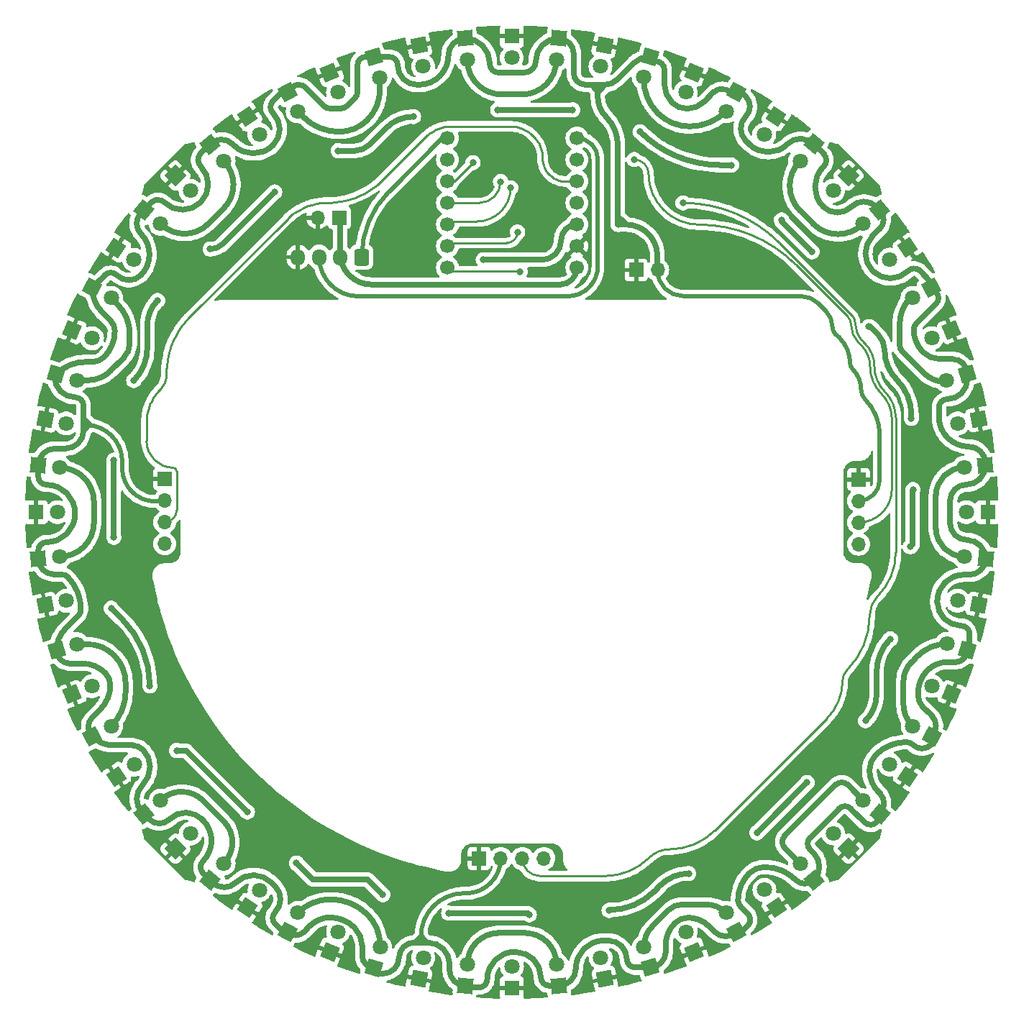
<source format=gbr>
%TF.GenerationSoftware,KiCad,Pcbnew,7.0.7*%
%TF.CreationDate,2025-05-02T18:34:42+09:00*%
%TF.ProjectId,LINE_Main,4c494e45-5f4d-4616-996e-2e6b69636164,rev?*%
%TF.SameCoordinates,Original*%
%TF.FileFunction,Copper,L2,Bot*%
%TF.FilePolarity,Positive*%
%FSLAX46Y46*%
G04 Gerber Fmt 4.6, Leading zero omitted, Abs format (unit mm)*
G04 Created by KiCad (PCBNEW 7.0.7) date 2025-05-02 18:34:42*
%MOMM*%
%LPD*%
G01*
G04 APERTURE LIST*
G04 Aperture macros list*
%AMRoundRect*
0 Rectangle with rounded corners*
0 $1 Rounding radius*
0 $2 $3 $4 $5 $6 $7 $8 $9 X,Y pos of 4 corners*
0 Add a 4 corners polygon primitive as box body*
4,1,4,$2,$3,$4,$5,$6,$7,$8,$9,$2,$3,0*
0 Add four circle primitives for the rounded corners*
1,1,$1+$1,$2,$3*
1,1,$1+$1,$4,$5*
1,1,$1+$1,$6,$7*
1,1,$1+$1,$8,$9*
0 Add four rect primitives between the rounded corners*
20,1,$1+$1,$2,$3,$4,$5,0*
20,1,$1+$1,$4,$5,$6,$7,0*
20,1,$1+$1,$6,$7,$8,$9,0*
20,1,$1+$1,$8,$9,$2,$3,0*%
%AMRotRect*
0 Rectangle, with rotation*
0 The origin of the aperture is its center*
0 $1 length*
0 $2 width*
0 $3 Rotation angle, in degrees counterclockwise*
0 Add horizontal line*
21,1,$1,$2,0,0,$3*%
G04 Aperture macros list end*
%TA.AperFunction,ComponentPad*%
%ADD10RotRect,1.800000X1.800000X225.000000*%
%TD*%
%TA.AperFunction,ComponentPad*%
%ADD11C,1.800000*%
%TD*%
%TA.AperFunction,ComponentPad*%
%ADD12RotRect,1.800000X1.800000X247.500000*%
%TD*%
%TA.AperFunction,ComponentPad*%
%ADD13RotRect,1.800000X1.800000X22.500000*%
%TD*%
%TA.AperFunction,ComponentPad*%
%ADD14RotRect,1.800000X1.800000X56.250000*%
%TD*%
%TA.AperFunction,ComponentPad*%
%ADD15RotRect,1.800000X1.800000X298.125000*%
%TD*%
%TA.AperFunction,ComponentPad*%
%ADD16R,1.700000X1.700000*%
%TD*%
%TA.AperFunction,ComponentPad*%
%ADD17O,1.700000X1.700000*%
%TD*%
%TA.AperFunction,ComponentPad*%
%ADD18C,1.700000*%
%TD*%
%TA.AperFunction,ComponentPad*%
%ADD19RotRect,1.800000X1.800000X112.500000*%
%TD*%
%TA.AperFunction,ComponentPad*%
%ADD20RotRect,1.800000X1.800000X185.625000*%
%TD*%
%TA.AperFunction,ComponentPad*%
%ADD21RotRect,1.800000X1.800000X95.625000*%
%TD*%
%TA.AperFunction,ComponentPad*%
%ADD22RotRect,1.800000X1.800000X33.750000*%
%TD*%
%TA.AperFunction,ComponentPad*%
%ADD23RotRect,1.800000X1.800000X174.375000*%
%TD*%
%TA.AperFunction,ComponentPad*%
%ADD24RotRect,1.800000X1.800000X39.375000*%
%TD*%
%TA.AperFunction,ComponentPad*%
%ADD25RotRect,1.800000X1.800000X337.500000*%
%TD*%
%TA.AperFunction,ComponentPad*%
%ADD26RotRect,1.800000X1.800000X157.500000*%
%TD*%
%TA.AperFunction,ComponentPad*%
%ADD27RotRect,1.800000X1.800000X236.250000*%
%TD*%
%TA.AperFunction,ComponentPad*%
%ADD28RotRect,1.800000X1.800000X264.375000*%
%TD*%
%TA.AperFunction,ComponentPad*%
%ADD29RotRect,1.800000X1.800000X275.625000*%
%TD*%
%TA.AperFunction,ComponentPad*%
%ADD30RotRect,1.800000X1.800000X348.750000*%
%TD*%
%TA.AperFunction,ComponentPad*%
%ADD31RotRect,1.800000X1.800000X45.000000*%
%TD*%
%TA.AperFunction,ComponentPad*%
%ADD32RotRect,1.800000X1.800000X28.125000*%
%TD*%
%TA.AperFunction,ComponentPad*%
%ADD33RotRect,1.800000X1.800000X331.875000*%
%TD*%
%TA.AperFunction,ComponentPad*%
%ADD34RotRect,1.800000X1.800000X303.750000*%
%TD*%
%TA.AperFunction,ComponentPad*%
%ADD35RotRect,1.800000X1.800000X202.500000*%
%TD*%
%TA.AperFunction,ComponentPad*%
%ADD36RotRect,1.800000X1.800000X151.875000*%
%TD*%
%TA.AperFunction,ComponentPad*%
%ADD37RotRect,1.800000X1.800000X146.250000*%
%TD*%
%TA.AperFunction,ComponentPad*%
%ADD38R,1.800000X1.800000*%
%TD*%
%TA.AperFunction,ComponentPad*%
%ADD39RotRect,1.800000X1.800000X16.875000*%
%TD*%
%TA.AperFunction,ComponentPad*%
%ADD40RotRect,1.800000X1.800000X129.375000*%
%TD*%
%TA.AperFunction,ComponentPad*%
%ADD41RotRect,1.800000X1.800000X50.625000*%
%TD*%
%TA.AperFunction,ComponentPad*%
%ADD42RotRect,1.800000X1.800000X61.875000*%
%TD*%
%TA.AperFunction,ComponentPad*%
%ADD43RotRect,1.800000X1.800000X135.000000*%
%TD*%
%TA.AperFunction,ComponentPad*%
%ADD44RotRect,1.800000X1.800000X309.375000*%
%TD*%
%TA.AperFunction,ComponentPad*%
%ADD45RotRect,1.800000X1.800000X219.375000*%
%TD*%
%TA.AperFunction,ComponentPad*%
%ADD46RotRect,1.800000X1.800000X315.000000*%
%TD*%
%TA.AperFunction,ComponentPad*%
%ADD47RotRect,1.800000X1.800000X140.625000*%
%TD*%
%TA.AperFunction,ComponentPad*%
%ADD48RotRect,1.800000X1.800000X163.125000*%
%TD*%
%TA.AperFunction,ComponentPad*%
%ADD49RotRect,1.800000X1.800000X196.875000*%
%TD*%
%TA.AperFunction,ComponentPad*%
%ADD50RotRect,1.800000X1.800000X326.250000*%
%TD*%
%TA.AperFunction,ComponentPad*%
%ADD51RotRect,1.800000X1.800000X118.125000*%
%TD*%
%TA.AperFunction,ComponentPad*%
%ADD52RotRect,1.800000X1.800000X320.625000*%
%TD*%
%TA.AperFunction,ComponentPad*%
%ADD53RotRect,1.800000X1.800000X168.750000*%
%TD*%
%TA.AperFunction,ComponentPad*%
%ADD54RotRect,1.800000X1.800000X208.125000*%
%TD*%
%TA.AperFunction,ComponentPad*%
%ADD55RotRect,1.800000X1.800000X258.750000*%
%TD*%
%TA.AperFunction,ComponentPad*%
%ADD56RotRect,1.800000X1.800000X84.375000*%
%TD*%
%TA.AperFunction,ComponentPad*%
%ADD57RotRect,1.800000X1.800000X78.750000*%
%TD*%
%TA.AperFunction,ComponentPad*%
%ADD58RotRect,1.800000X1.800000X292.500000*%
%TD*%
%TA.AperFunction,ComponentPad*%
%ADD59RotRect,1.800000X1.800000X11.250000*%
%TD*%
%TA.AperFunction,ComponentPad*%
%ADD60RotRect,1.800000X1.800000X253.125000*%
%TD*%
%TA.AperFunction,ComponentPad*%
%ADD61RotRect,1.800000X1.800000X67.500000*%
%TD*%
%TA.AperFunction,ComponentPad*%
%ADD62RotRect,1.800000X1.800000X286.875000*%
%TD*%
%TA.AperFunction,ComponentPad*%
%ADD63RotRect,1.800000X1.800000X73.125000*%
%TD*%
%TA.AperFunction,ComponentPad*%
%ADD64RotRect,1.800000X1.800000X241.875000*%
%TD*%
%TA.AperFunction,ComponentPad*%
%ADD65RotRect,1.800000X1.800000X106.875000*%
%TD*%
%TA.AperFunction,ComponentPad*%
%ADD66RotRect,1.800000X1.800000X123.750000*%
%TD*%
%TA.AperFunction,ComponentPad*%
%ADD67RotRect,1.800000X1.800000X343.125000*%
%TD*%
%TA.AperFunction,ComponentPad*%
%ADD68RotRect,1.800000X1.800000X213.750000*%
%TD*%
%TA.AperFunction,ComponentPad*%
%ADD69RotRect,1.800000X1.800000X354.375000*%
%TD*%
%TA.AperFunction,ComponentPad*%
%ADD70RotRect,1.800000X1.800000X230.625000*%
%TD*%
%TA.AperFunction,ComponentPad*%
%ADD71RotRect,1.800000X1.800000X5.625000*%
%TD*%
%TA.AperFunction,ComponentPad*%
%ADD72RotRect,1.800000X1.800000X101.250000*%
%TD*%
%TA.AperFunction,ComponentPad*%
%ADD73RotRect,1.800000X1.800000X281.250000*%
%TD*%
%TA.AperFunction,ComponentPad*%
%ADD74RotRect,1.800000X1.800000X191.250000*%
%TD*%
%TA.AperFunction,ComponentPad*%
%ADD75O,1.700000X1.950000*%
%TD*%
%TA.AperFunction,ComponentPad*%
%ADD76RoundRect,0.250000X0.600000X0.725000X-0.600000X0.725000X-0.600000X-0.725000X0.600000X-0.725000X0*%
%TD*%
%TA.AperFunction,ViaPad*%
%ADD77C,0.800000*%
%TD*%
%TA.AperFunction,Conductor*%
%ADD78C,0.250000*%
%TD*%
%TA.AperFunction,Conductor*%
%ADD79C,0.700000*%
%TD*%
%TA.AperFunction,Conductor*%
%ADD80C,0.500000*%
%TD*%
G04 APERTURE END LIST*
D10*
%TO.P,D5,1,K*%
%TO.N,GND*%
X216256134Y-54702488D03*
D11*
%TO.P,D5,2,A*%
%TO.N,Net-(D5-A)*%
X214460083Y-56498539D03*
%TD*%
D12*
%TO.P,D3,1,K*%
%TO.N,GND*%
X198074893Y-42557680D03*
D11*
%TO.P,D3,2,A*%
%TO.N,Net-(D3-A)*%
X197102877Y-44904334D03*
%TD*%
D13*
%TO.P,D23,1,K*%
%TO.N,GND*%
X124869161Y-115782954D03*
D11*
%TO.P,D23,2,A*%
%TO.N,Net-(D23-A)*%
X127215815Y-114810938D03*
%TD*%
D14*
%TO.P,D20,1,K*%
%TO.N,GND*%
X145511362Y-140928705D03*
D11*
%TO.P,D20,2,A*%
%TO.N,Net-(D20-A)*%
X146922510Y-138816772D03*
%TD*%
D15*
%TO.P,Q31,1,C*%
%TO.N,+3.3V*%
X150215356Y-44915269D03*
D11*
%TO.P,Q31,2,E*%
%TO.N,Net-(Q31-E)*%
X151412704Y-47155349D03*
%TD*%
D16*
%TO.P,C2,1*%
%TO.N,GND*%
X191260000Y-65830000D03*
D17*
%TO.P,C2,2*%
%TO.N,+3.3V*%
X193800000Y-65830000D03*
%TD*%
D16*
%TO.P,C1,1*%
%TO.N,+5V*%
X156330000Y-59660000D03*
D17*
%TO.P,C1,2*%
%TO.N,GND*%
X153790000Y-59660000D03*
%TD*%
D18*
%TO.P,U2,14,5V*%
%TO.N,+5V*%
X184300000Y-65550000D03*
%TO.P,U2,13,GND*%
%TO.N,GND*%
X184300000Y-63010000D03*
%TO.P,U2,12,3V3*%
%TO.N,+3.3V*%
X184300000Y-60470000D03*
%TO.P,U2,11,MOSI*%
%TO.N,Sensor_Back*%
X184300000Y-57930000D03*
%TO.P,U2,10,MISO*%
%TO.N,Sensor_Right*%
X184300000Y-55390000D03*
%TO.P,U2,9,SCK*%
%TO.N,Sensor_Left*%
X184300000Y-52850000D03*
%TO.P,U2,8,RX*%
%TO.N,Line_RX*%
X184300000Y-50310000D03*
%TO.P,U2,7,TX*%
%TO.N,Line_TX*%
X169060000Y-50310000D03*
%TO.P,U2,6,SCL*%
%TO.N,E*%
X169060000Y-52850000D03*
%TO.P,U2,5,SDA*%
%TO.N,S4*%
X169060000Y-55390000D03*
%TO.P,U2,4*%
%TO.N,S3*%
X169060000Y-57930000D03*
%TO.P,U2,3*%
%TO.N,S1*%
X169060000Y-60470000D03*
%TO.P,U2,2*%
%TO.N,S0*%
X169060000Y-63010000D03*
%TO.P,U2,1,DAC*%
%TO.N,Data_Line_sensor*%
X169060000Y-65550000D03*
%TD*%
D16*
%TO.P,J3,1,Pin_1*%
%TO.N,GND*%
X135760000Y-90430000D03*
D17*
%TO.P,J3,2,Pin_2*%
%TO.N,+3.3V*%
X135760000Y-92970000D03*
%TO.P,J3,3,Pin_3*%
%TO.N,Sensor_Right*%
X135760000Y-95510000D03*
%TO.P,J3,4,Pin_4*%
%TO.N,+5V*%
X135760000Y-98050000D03*
%TD*%
D19*
%TO.P,D15,1,K*%
%TO.N,GND*%
X198088710Y-146100036D03*
D11*
%TO.P,D15,2,A*%
%TO.N,Net-(D15-A)*%
X197116694Y-143753382D03*
%TD*%
D20*
%TO.P,Q9,1,C*%
%TO.N,+3.3V*%
X232403632Y-88831719D03*
D11*
%TO.P,Q9,2,E*%
%TO.N,Net-(Q10-E)*%
X229875863Y-89080683D03*
%TD*%
D21*
%TO.P,Q17,1,C*%
%TO.N,+3.3V*%
X182137478Y-150097874D03*
D11*
%TO.P,Q17,2,E*%
%TO.N,Net-(Q17-E)*%
X181888514Y-147570105D03*
%TD*%
D22*
%TO.P,D22,1,K*%
%TO.N,GND*%
X130048803Y-125470272D03*
D11*
%TO.P,D22,2,A*%
%TO.N,Net-(D22-A)*%
X132160736Y-124059124D03*
%TD*%
D23*
%TO.P,Q10,1,C*%
%TO.N,+3.3V*%
X232405098Y-99816837D03*
D11*
%TO.P,Q10,2,E*%
%TO.N,Net-(Q10-E)*%
X229877329Y-99567873D03*
%TD*%
D24*
%TO.P,Q22,1,C*%
%TO.N,+3.3V*%
X133325252Y-129886820D03*
D11*
%TO.P,Q22,2,E*%
%TO.N,Net-(Q21-E)*%
X135288699Y-128275461D03*
%TD*%
D25*
%TO.P,D27,1,K*%
%TO.N,GND*%
X124863437Y-72894306D03*
D11*
%TO.P,D27,2,A*%
%TO.N,Net-(D27-A)*%
X127210091Y-73866322D03*
%TD*%
D26*
%TO.P,D11,1,K*%
%TO.N,GND*%
X228411517Y-115769135D03*
D11*
%TO.P,D11,2,A*%
%TO.N,Net-(D11-A)*%
X226064863Y-114797119D03*
%TD*%
D27*
%TO.P,D4,1,K*%
%TO.N,GND*%
X207763593Y-47734736D03*
D11*
%TO.P,D4,2,A*%
%TO.N,Net-(D4-A)*%
X206352445Y-49846669D03*
%TD*%
D28*
%TO.P,Q2,1,C*%
%TO.N,+3.3V*%
X182122595Y-38564099D03*
D11*
%TO.P,Q2,2,E*%
%TO.N,Net-(Q1-E)*%
X181873631Y-41091868D03*
%TD*%
D29*
%TO.P,Q1,1,C*%
%TO.N,+3.3V*%
X171137477Y-38565565D03*
D11*
%TO.P,Q1,2,E*%
%TO.N,Net-(Q1-E)*%
X171386441Y-41093334D03*
%TD*%
D30*
%TO.P,D26,1,K*%
%TO.N,GND*%
X121676029Y-83406834D03*
D11*
%TO.P,D26,2,A*%
%TO.N,Net-(D26-A)*%
X124167224Y-83902363D03*
%TD*%
D31*
%TO.P,D21,1,K*%
%TO.N,GND*%
X137018821Y-133960953D03*
D11*
%TO.P,D21,2,A*%
%TO.N,Net-(D21-A)*%
X138814872Y-132164902D03*
%TD*%
D32*
%TO.P,Q23,1,C*%
%TO.N,+3.3V*%
X127221028Y-120753843D03*
D11*
%TO.P,Q23,2,E*%
%TO.N,Net-(Q23-E)*%
X129461108Y-119556495D03*
%TD*%
D33*
%TO.P,Q28,1,C*%
%TO.N,+3.3V*%
X127213977Y-67922790D03*
D11*
%TO.P,Q28,2,E*%
%TO.N,Net-(Q27-E)*%
X129454057Y-69120138D03*
%TD*%
D34*
%TO.P,D30,1,K*%
%TO.N,GND*%
X145498925Y-47743047D03*
D11*
%TO.P,D30,2,A*%
%TO.N,Net-(D30-A)*%
X146910073Y-49854980D03*
%TD*%
D35*
%TO.P,D7,1,K*%
%TO.N,GND*%
X228405794Y-72880487D03*
D11*
%TO.P,D7,2,A*%
%TO.N,Net-(D7-A)*%
X226059140Y-73852503D03*
%TD*%
D36*
%TO.P,Q12,1,C*%
%TO.N,+3.3V*%
X226060977Y-120740651D03*
D11*
%TO.P,Q12,2,E*%
%TO.N,Net-(Q11-E)*%
X223820897Y-119543303D03*
%TD*%
D37*
%TO.P,D12,1,K*%
%TO.N,GND*%
X223234461Y-125457835D03*
D11*
%TO.P,D12,2,A*%
%TO.N,Net-(D12-A)*%
X221122528Y-124046687D03*
%TD*%
D38*
%TO.P,D1,1,K*%
%TO.N,GND*%
X176630000Y-38295000D03*
D11*
%TO.P,D1,2,A*%
%TO.N,Net-(D1-A)*%
X176630000Y-40835000D03*
%TD*%
D39*
%TO.P,Q24,1,C*%
%TO.N,+3.3V*%
X123015851Y-110605478D03*
D11*
%TO.P,Q24,2,E*%
%TO.N,Net-(Q23-E)*%
X125446479Y-109868155D03*
%TD*%
D40*
%TO.P,Q14,1,C*%
%TO.N,+3.3V*%
X212192576Y-137643945D03*
D11*
%TO.P,Q14,2,E*%
%TO.N,Net-(Q13-E)*%
X210581217Y-135680498D03*
%TD*%
D41*
%TO.P,Q21,1,C*%
%TO.N,+3.3V*%
X141093940Y-137653435D03*
D11*
%TO.P,Q21,2,E*%
%TO.N,Net-(Q21-E)*%
X142705299Y-135689988D03*
%TD*%
D42*
%TO.P,Q20,1,C*%
%TO.N,+3.3V*%
X150228546Y-143755220D03*
D11*
%TO.P,Q20,2,E*%
%TO.N,Net-(Q19-E)*%
X151425894Y-141515140D03*
%TD*%
D43*
%TO.P,D13,1,K*%
%TO.N,GND*%
X216266709Y-133950376D03*
D11*
%TO.P,D13,2,A*%
%TO.N,Net-(D13-A)*%
X214470658Y-132154325D03*
%TD*%
%TO.P,Q30,2,E*%
%TO.N,Net-(Q29-E)*%
X142693737Y-52982939D03*
D44*
%TO.P,Q30,1,C*%
%TO.N,+3.3V*%
X141082378Y-51019492D03*
%TD*%
D45*
%TO.P,Q6,1,C*%
%TO.N,+3.3V*%
X219949703Y-58776621D03*
D11*
%TO.P,Q6,2,E*%
%TO.N,Net-(Q5-E)*%
X217986256Y-60387980D03*
%TD*%
%TO.P,D29,2,A*%
%TO.N,Net-(D29-A)*%
X138804295Y-56509116D03*
D46*
%TO.P,D29,1,K*%
%TO.N,GND*%
X137008244Y-54713065D03*
%TD*%
D47*
%TO.P,Q13,1,C*%
%TO.N,+3.3V*%
X219959191Y-129875257D03*
D11*
%TO.P,Q13,2,E*%
%TO.N,Net-(Q13-E)*%
X217995744Y-128263898D03*
%TD*%
D48*
%TO.P,Q11,1,C*%
%TO.N,+3.3V*%
X230263445Y-110591165D03*
D11*
%TO.P,Q11,2,E*%
%TO.N,Net-(Q11-E)*%
X227832817Y-109853842D03*
%TD*%
D38*
%TO.P,D9,1,K*%
%TO.N,GND*%
X232674197Y-94324242D03*
D11*
%TO.P,D9,2,A*%
%TO.N,Net-(D9-A)*%
X230134197Y-94324242D03*
%TD*%
D49*
%TO.P,Q8,1,C*%
%TO.N,+3.3V*%
X230259104Y-78057963D03*
D11*
%TO.P,Q8,2,E*%
%TO.N,Net-(Q7-E)*%
X227828476Y-78795286D03*
%TD*%
D38*
%TO.P,D17,1,K*%
%TO.N,GND*%
X176644955Y-150368439D03*
D11*
%TO.P,D17,2,A*%
%TO.N,Net-(D17-A)*%
X176644955Y-147828439D03*
%TD*%
D50*
%TO.P,D28,1,K*%
%TO.N,GND*%
X130040492Y-63205606D03*
D11*
%TO.P,D28,2,A*%
%TO.N,Net-(D28-A)*%
X132152425Y-64616754D03*
%TD*%
D51*
%TO.P,Q15,1,C*%
%TO.N,+3.3V*%
X203059599Y-143748169D03*
D11*
%TO.P,Q15,2,E*%
%TO.N,Net-(Q15-E)*%
X201862251Y-141508089D03*
%TD*%
D52*
%TO.P,Q29,1,C*%
%TO.N,+3.3V*%
X133315762Y-58788184D03*
D11*
%TO.P,Q29,2,E*%
%TO.N,Net-(Q29-E)*%
X135279209Y-60399543D03*
%TD*%
D53*
%TO.P,D10,1,K*%
%TO.N,GND*%
X231598926Y-105256607D03*
D11*
%TO.P,D10,2,A*%
%TO.N,Net-(D10-A)*%
X229107731Y-104761078D03*
%TD*%
D54*
%TO.P,Q7,1,C*%
%TO.N,+3.3V*%
X226053927Y-67909598D03*
D11*
%TO.P,Q7,2,E*%
%TO.N,Net-(Q7-E)*%
X223813847Y-69106946D03*
%TD*%
D55*
%TO.P,D2,1,K*%
%TO.N,GND*%
X187562365Y-39370271D03*
D11*
%TO.P,D2,2,A*%
%TO.N,Net-(D2-A)*%
X187066836Y-41861466D03*
%TD*%
D56*
%TO.P,Q18,1,C*%
%TO.N,+3.3V*%
X171152360Y-150099340D03*
D11*
%TO.P,Q18,2,E*%
%TO.N,Net-(Q17-E)*%
X171401324Y-147571571D03*
%TD*%
D57*
%TO.P,D18,1,K*%
%TO.N,GND*%
X165712590Y-149293168D03*
D11*
%TO.P,D18,2,A*%
%TO.N,Net-(D18-A)*%
X166208119Y-146801973D03*
%TD*%
D58*
%TO.P,D31,1,K*%
%TO.N,GND*%
X155186243Y-42563405D03*
D11*
%TO.P,D31,2,A*%
%TO.N,Net-(D31-A)*%
X156158259Y-44910059D03*
%TD*%
D59*
%TO.P,D24,1,K*%
%TO.N,GND*%
X121678947Y-105271277D03*
D11*
%TO.P,D24,2,A*%
%TO.N,Net-(D24-A)*%
X124170142Y-104775748D03*
%TD*%
D60*
%TO.P,Q3,1,C*%
%TO.N,+3.3V*%
X192896923Y-40705752D03*
D11*
%TO.P,Q3,2,E*%
%TO.N,Net-(Q3-E)*%
X192159600Y-43136380D03*
%TD*%
D61*
%TO.P,D19,1,K*%
%TO.N,GND*%
X155200062Y-146105760D03*
D11*
%TO.P,D19,2,A*%
%TO.N,Net-(D19-A)*%
X156172078Y-143759106D03*
%TD*%
D38*
%TO.P,D25,1,K*%
%TO.N,GND*%
X120600758Y-94339199D03*
D11*
%TO.P,D25,2,A*%
%TO.N,Net-(D25-A)*%
X123140758Y-94339199D03*
%TD*%
D62*
%TO.P,Q32,1,C*%
%TO.N,+3.3V*%
X160363722Y-40710093D03*
D11*
%TO.P,Q32,2,E*%
%TO.N,Net-(Q31-E)*%
X161101045Y-43140721D03*
%TD*%
D63*
%TO.P,Q19,1,C*%
%TO.N,+3.3V*%
X160378032Y-147957688D03*
D11*
%TO.P,Q19,2,E*%
%TO.N,Net-(Q19-E)*%
X161115355Y-145527060D03*
%TD*%
D64*
%TO.P,Q4,1,C*%
%TO.N,+3.3V*%
X203046409Y-44908220D03*
D11*
%TO.P,Q4,2,E*%
%TO.N,Net-(Q3-E)*%
X201849061Y-47148300D03*
%TD*%
D65*
%TO.P,Q16,1,C*%
%TO.N,+3.3V*%
X192911234Y-147953346D03*
D11*
%TO.P,Q16,2,E*%
%TO.N,Net-(Q15-E)*%
X192173911Y-145522718D03*
%TD*%
D66*
%TO.P,D14,1,K*%
%TO.N,GND*%
X207776028Y-140920394D03*
D11*
%TO.P,D14,2,A*%
%TO.N,Net-(D14-A)*%
X206364880Y-138808461D03*
%TD*%
D67*
%TO.P,Q27,1,C*%
%TO.N,+3.3V*%
X123011509Y-78072276D03*
D11*
%TO.P,Q27,2,E*%
%TO.N,Net-(Q27-E)*%
X125442137Y-78809599D03*
%TD*%
D68*
%TO.P,D6,1,K*%
%TO.N,GND*%
X223226152Y-63193169D03*
D11*
%TO.P,D6,2,A*%
%TO.N,Net-(D6-A)*%
X221114219Y-64604317D03*
%TD*%
D69*
%TO.P,Q26,1,C*%
%TO.N,+3.3V*%
X120869857Y-88846604D03*
D11*
%TO.P,Q26,2,E*%
%TO.N,Net-(Q25-E)*%
X123397626Y-89095568D03*
%TD*%
D70*
%TO.P,Q5,1,C*%
%TO.N,+3.3V*%
X212181015Y-51010006D03*
D11*
%TO.P,Q5,2,E*%
%TO.N,Net-(Q5-E)*%
X210569656Y-52973453D03*
%TD*%
D71*
%TO.P,Q25,1,C*%
%TO.N,+3.3V*%
X120871323Y-99831722D03*
D11*
%TO.P,Q25,2,E*%
%TO.N,Net-(Q25-E)*%
X123399092Y-99582758D03*
%TD*%
%TO.P,D16,2,A*%
%TO.N,Net-(D16-A)*%
X187081504Y-146799055D03*
D72*
%TO.P,D16,1,K*%
%TO.N,GND*%
X187577033Y-149290250D03*
%TD*%
D73*
%TO.P,D32,1,K*%
%TO.N,GND*%
X165697920Y-39373191D03*
D11*
%TO.P,D32,2,A*%
%TO.N,Net-(D32-A)*%
X166193449Y-41864386D03*
%TD*%
D74*
%TO.P,D8,1,K*%
%TO.N,GND*%
X231596008Y-83392164D03*
D11*
%TO.P,D8,2,A*%
%TO.N,Net-(D8-A)*%
X229104813Y-83887693D03*
%TD*%
D16*
%TO.P,J4,1,Pin_1*%
%TO.N,GND*%
X217450000Y-90480000D03*
D17*
%TO.P,J4,2,Pin_2*%
%TO.N,+3.3V*%
X217450000Y-93020000D03*
%TO.P,J4,3,Pin_3*%
%TO.N,Sensor_Left*%
X217450000Y-95560000D03*
%TO.P,J4,4,Pin_4*%
%TO.N,+5V*%
X217450000Y-98100000D03*
%TD*%
D75*
%TO.P,J1,4,Pin_4*%
%TO.N,GND*%
X151450000Y-64310000D03*
%TO.P,J1,3,Pin_3*%
%TO.N,Line_RX*%
X153950000Y-64310000D03*
%TO.P,J1,2,Pin_2*%
%TO.N,+5V*%
X156450000Y-64310000D03*
D76*
%TO.P,J1,1,Pin_1*%
%TO.N,Line_TX*%
X158950000Y-64310000D03*
%TD*%
D16*
%TO.P,J2,1,Pin_1*%
%TO.N,GND*%
X172790000Y-135100000D03*
D17*
%TO.P,J2,2,Pin_2*%
%TO.N,+3.3V*%
X175330000Y-135100000D03*
%TO.P,J2,3,Pin_3*%
%TO.N,Sensor_Back*%
X177870000Y-135100000D03*
%TO.P,J2,4,Pin_4*%
%TO.N,+5V*%
X180410000Y-135100000D03*
%TD*%
D77*
%TO.N,GND*%
X144160000Y-63510000D03*
X163630000Y-57670000D03*
X158890000Y-58510000D03*
X158840000Y-55510000D03*
X163810000Y-50150000D03*
X170250000Y-47280000D03*
X182190000Y-48480000D03*
X186790000Y-49120000D03*
X217380000Y-70240000D03*
X223510000Y-88040000D03*
X214050000Y-123120000D03*
X147730000Y-131640000D03*
X129440000Y-100630000D03*
X131080000Y-82070000D03*
X133560000Y-90810000D03*
X133790000Y-107870000D03*
X133510000Y-97060000D03*
X170810000Y-52040000D03*
X171070000Y-50010000D03*
X176670000Y-54100000D03*
X175780000Y-60330000D03*
X180470000Y-66120000D03*
X178990000Y-62880000D03*
X177980000Y-51130000D03*
X208130000Y-53540000D03*
X215250000Y-52400000D03*
X218580000Y-56070000D03*
X216030000Y-64390000D03*
X220720000Y-68900000D03*
X221790000Y-61060000D03*
X228090000Y-70620000D03*
X229650000Y-74820000D03*
X225450000Y-81050000D03*
X231580000Y-80790000D03*
X232590000Y-85560000D03*
X227170000Y-87510000D03*
X220040000Y-99550000D03*
X220230000Y-106280000D03*
X220030000Y-95960000D03*
X225150000Y-94290000D03*
X233060000Y-91600000D03*
X232690000Y-96560000D03*
X226570000Y-101000000D03*
X232380000Y-103060000D03*
X231630000Y-107440000D03*
X225850000Y-107650000D03*
X221560000Y-112880000D03*
X229590000Y-113520000D03*
X227610000Y-117830000D03*
X224840000Y-123660000D03*
X222150000Y-127710000D03*
X216950000Y-124540000D03*
X219920000Y-119900000D03*
X210820000Y-128570000D03*
X216660000Y-131520000D03*
X214360000Y-136630000D03*
X206930000Y-134500000D03*
X209900000Y-140060000D03*
X206340000Y-142590000D03*
X201630000Y-139260000D03*
X181980000Y-138540000D03*
X181880000Y-140830000D03*
X189490000Y-138520000D03*
X195410000Y-139350000D03*
X190270000Y-143840000D03*
X189890000Y-149310000D03*
X200290000Y-145560000D03*
X196180000Y-147310000D03*
X185440000Y-150080000D03*
X183340000Y-144310000D03*
X174600000Y-150860000D03*
X178960000Y-150760000D03*
X176700000Y-139200000D03*
X168150000Y-150070000D03*
X169640000Y-144030000D03*
X163140000Y-144050000D03*
X158080000Y-139040000D03*
X157520000Y-147240000D03*
X152980000Y-145210000D03*
X151130000Y-138190000D03*
X146940000Y-142570000D03*
X143330000Y-139960000D03*
X145570000Y-134830000D03*
X142360000Y-128560000D03*
X138070000Y-136230000D03*
X135200000Y-132600000D03*
X131820000Y-119890000D03*
X128480000Y-123350000D03*
X130960000Y-127650000D03*
X136140000Y-124910000D03*
X132340000Y-112690000D03*
X127140000Y-107670000D03*
X125780000Y-101070000D03*
X120080000Y-91730000D03*
X120130000Y-96630000D03*
X120780000Y-102750000D03*
X121820000Y-107780000D03*
X123610000Y-113790000D03*
X125280000Y-118350000D03*
X127100000Y-87780000D03*
X120610000Y-85740000D03*
X121890000Y-80820000D03*
X147150000Y-65520000D03*
X139150000Y-65630000D03*
X150160000Y-57720000D03*
X152740000Y-54080000D03*
X190100000Y-45490000D03*
X201600000Y-50980000D03*
X197370000Y-55960000D03*
X193930000Y-52860000D03*
X204840000Y-57050000D03*
X191010000Y-55480000D03*
X196870000Y-63420000D03*
X196910000Y-67210000D03*
X208470000Y-67370000D03*
%TO.N,+3.3V*%
X189170000Y-60450000D03*
%TO.N,Sensor_Left*%
X191040000Y-52820000D03*
%TO.N,+5V*%
X218280000Y-118890000D03*
X221190000Y-109270000D03*
X223555685Y-98410263D03*
X223870000Y-91690000D03*
X218660092Y-72499908D03*
X223680000Y-83290000D03*
X205480000Y-132090000D03*
X211390000Y-126180000D03*
X188080000Y-141230000D03*
X197455000Y-136885000D03*
X169210000Y-141550000D03*
X178680000Y-141733938D03*
X151290000Y-135660000D03*
X161432527Y-139371712D03*
X145490000Y-129630000D03*
X137180000Y-122400000D03*
X134010000Y-114770000D03*
X129473736Y-105660000D03*
X129770000Y-97277451D03*
X129770000Y-88230000D03*
X132120000Y-78840000D03*
X134920000Y-69420000D03*
X148700000Y-56650000D03*
X141130000Y-63360000D03*
X211970000Y-63670000D03*
X208390000Y-59930000D03*
X202477678Y-53472322D03*
X191735000Y-49545000D03*
X174980000Y-46960000D03*
X183800000Y-46980000D03*
X165050000Y-47770000D03*
X156190000Y-51790000D03*
%TO.N,S0*%
X177310000Y-61360000D03*
%TO.N,S1*%
X176490000Y-56150000D03*
%TO.N,S4*%
X172060000Y-53190000D03*
%TO.N,S3*%
X175310000Y-55420000D03*
%TO.N,Data_Line_sensor*%
X177610000Y-66000000D03*
%TO.N,Sensor_Back*%
X196790000Y-57930000D03*
%TO.N,+3.3V*%
X173280000Y-64620000D03*
%TD*%
D78*
%TO.N,Sensor_Right*%
X135760000Y-95510000D02*
G75*
G03*
X137170000Y-94099998I0J1410000D01*
G01*
X137170000Y-89509540D02*
G75*
G03*
X136760460Y-89100000I-409500J40D01*
G01*
X133620000Y-85959538D02*
G75*
G03*
X136760460Y-89100000I3140500J38D01*
G01*
X137170000Y-89509540D02*
X137170000Y-94099998D01*
X133620000Y-83662201D02*
X133620000Y-85959538D01*
X133614500Y-83656701D02*
X133620000Y-83662201D01*
X133616843Y-83428999D02*
X133614500Y-83656701D01*
X133656534Y-82975328D02*
X133616843Y-83428999D01*
X133735615Y-82526842D02*
X133656534Y-82975328D01*
X133853484Y-82086956D02*
X133735615Y-82526842D01*
X134009244Y-81659017D02*
X133853484Y-82086956D01*
X134201709Y-81246281D02*
X134009244Y-81659017D01*
X134429414Y-80851892D02*
X134201709Y-81246281D01*
X134983358Y-80129992D02*
X134690626Y-80478849D01*
X135142707Y-79967321D02*
X134983358Y-80129992D01*
X135250596Y-79856475D02*
X135142707Y-79967321D01*
X135443468Y-79614625D02*
X135250596Y-79856475D01*
X135608049Y-79352701D02*
X135443468Y-79614625D01*
X135844443Y-78782020D02*
X135742270Y-79073998D01*
X135913284Y-78480438D02*
X135844443Y-78782020D01*
X135947926Y-78173045D02*
X135913284Y-78480438D01*
X135950000Y-78018375D02*
X135947926Y-78173045D01*
X135952496Y-77706405D02*
X135950000Y-78018375D01*
X135993306Y-77083801D02*
X135952496Y-77706405D01*
X136074748Y-76465200D02*
X135993306Y-77083801D01*
X136196474Y-75853249D02*
X136074748Y-76465200D01*
X136357963Y-75250570D02*
X136196474Y-75853249D01*
X136558523Y-74659743D02*
X136357963Y-75250570D01*
X136797295Y-74083298D02*
X136558523Y-74659743D01*
X137073258Y-73523704D02*
X136797295Y-74083298D01*
X137385229Y-72983357D02*
X137073258Y-73523704D01*
X137731873Y-72464571D02*
X137385229Y-72983357D01*
X138111704Y-71969567D02*
X137731873Y-72464571D01*
X135742270Y-79073998D02*
X135608049Y-79352701D01*
X138523097Y-71500465D02*
X138111704Y-71969567D01*
X138741912Y-71278088D02*
X138523097Y-71500465D01*
X150198832Y-59821168D02*
X138741912Y-71278088D01*
X150384601Y-59638811D02*
X150198832Y-59821168D01*
X150780477Y-59300706D02*
X150384601Y-59638811D01*
X151645554Y-58722689D02*
X151201660Y-58994703D01*
X152109422Y-58486341D02*
X151645554Y-58722689D01*
X153085533Y-58126245D02*
X152590403Y-58287117D01*
X153591758Y-58004715D02*
X153085533Y-58126245D01*
X155800047Y-57837622D02*
X155190629Y-57877563D01*
X156405548Y-57757908D02*
X155800047Y-57837622D01*
X157004539Y-57638764D02*
X156405548Y-57757908D01*
X157594455Y-57480699D02*
X157004539Y-57638764D01*
X158737008Y-57050677D02*
X158172770Y-57284389D01*
X159813656Y-56475201D02*
X159284752Y-56780562D01*
X160805980Y-55764117D02*
X160321457Y-56135901D01*
X161265149Y-55361439D02*
X160805980Y-55764117D01*
X161482779Y-55147221D02*
X161265149Y-55361439D01*
X134690626Y-80478849D02*
X134429414Y-80851892D01*
X166527259Y-50102741D02*
X161482779Y-55147221D01*
X166669049Y-49964135D02*
X166527259Y-50102741D01*
X167655007Y-49305347D02*
X167305290Y-49492272D01*
X167305290Y-49492272D02*
X166975579Y-49712575D01*
X168021363Y-49153600D02*
X167655007Y-49305347D01*
X168789748Y-48961137D02*
X168400828Y-49038494D01*
X169184378Y-48922274D02*
X168789748Y-48961137D01*
X168400828Y-49038494D02*
X168021363Y-49153600D01*
X169382648Y-48920000D02*
X169184378Y-48922274D01*
X177062549Y-48963745D02*
X176670113Y-48922497D01*
X177448524Y-49045787D02*
X177062549Y-48963745D01*
X160321457Y-56135901D02*
X159813656Y-56475201D01*
X159284752Y-56780562D02*
X158737008Y-57050677D01*
X177823809Y-49167726D02*
X177448524Y-49045787D01*
X178526023Y-49525523D02*
X178184291Y-49328224D01*
X178845259Y-49757463D02*
X178526023Y-49525523D01*
X155190629Y-57877563D02*
X154885266Y-57880000D01*
X179138502Y-50021500D02*
X178845259Y-49757463D01*
X179992276Y-51336195D02*
X179831778Y-50975712D01*
X154885266Y-57880000D02*
X154624962Y-57882438D01*
X180114214Y-51711480D02*
X179992276Y-51336195D01*
X180196256Y-52097455D02*
X180114214Y-51711480D01*
X154624962Y-57882438D02*
X154105958Y-57923279D01*
X180237504Y-52489891D02*
X180196256Y-52097455D01*
X158172770Y-57284389D02*
X157594455Y-57480699D01*
X180240000Y-52687190D02*
X180237504Y-52489891D01*
X180242248Y-52850544D02*
X180240000Y-52687190D01*
X179831778Y-50975712D02*
X179634479Y-50633980D01*
X180281628Y-53174870D02*
X180242248Y-52850544D01*
X154105958Y-57923279D02*
X153591758Y-58004715D01*
X180359813Y-53492085D02*
X180281628Y-53174870D01*
X152590403Y-58287117D02*
X152109422Y-58486341D01*
X180475665Y-53797562D02*
X180359813Y-53492085D01*
X180813084Y-54355724D02*
X180627493Y-54086848D01*
X166975579Y-49712575D02*
X166669049Y-49964135D01*
X181029732Y-54600268D02*
X180813084Y-54355724D01*
X179402540Y-50314744D02*
X179138502Y-50021500D01*
X181274276Y-54816916D02*
X181029732Y-54600268D01*
X181543152Y-55002507D02*
X181274276Y-54816916D01*
X176472814Y-48920000D02*
X169382648Y-48920000D01*
X181832438Y-55154335D02*
X181543152Y-55002507D01*
X182137915Y-55270187D02*
X181832438Y-55154335D01*
X180627493Y-54086848D02*
X180475665Y-53797562D01*
X182779456Y-55387752D02*
X182455130Y-55348372D01*
X178184291Y-49328224D02*
X177823809Y-49167726D01*
X182455130Y-55348372D02*
X182137915Y-55270187D01*
X179634479Y-50633980D02*
X179402540Y-50314744D01*
X176670113Y-48922497D02*
X176472814Y-48920000D01*
X182942810Y-55390000D02*
X182779456Y-55387752D01*
X184300000Y-55390000D02*
X182942810Y-55390000D01*
X151201660Y-58994703D02*
X150780477Y-59300706D01*
D79*
%TO.N,+5V*%
X153200000Y-137570000D02*
X151290000Y-135660000D01*
X159630815Y-137570000D02*
X153200000Y-137570000D01*
X161432527Y-139371712D02*
X159630815Y-137570000D01*
X178496062Y-141550000D02*
X178680000Y-141733938D01*
X169210000Y-141550000D02*
X178496062Y-141550000D01*
X137180000Y-122400000D02*
X138260000Y-122400000D01*
X138260000Y-122400000D02*
X145490000Y-129630000D01*
X208390000Y-59930000D02*
X208390000Y-60090000D01*
X208390000Y-60090000D02*
X211970000Y-63670000D01*
%TO.N,+3.3V*%
X125890000Y-105750327D02*
X125890000Y-105825786D01*
%TO.N,Net-(Q27-E)*%
X129454057Y-69120138D02*
X130198056Y-69864150D01*
X131650000Y-74421640D02*
X131650006Y-73369540D01*
X125442137Y-78809599D02*
X126693764Y-78809610D01*
%TO.N,+3.3V*%
X141082378Y-51019492D02*
X140010780Y-52091097D01*
X143886514Y-51136514D02*
X143769487Y-51019487D01*
X149537912Y-44915269D02*
X148444210Y-46008971D01*
X143886514Y-51136514D02*
G75*
G03*
X148513485Y-51136515I2313486J2313514D01*
G01*
X143769452Y-51019522D02*
G75*
G03*
X141082378Y-51019492I-1343552J-1343478D01*
G01*
X148513484Y-51136514D02*
G75*
G03*
X148513476Y-47353478I-1891484J1891514D01*
G01*
X148444180Y-46008947D02*
G75*
G03*
X148513478Y-47353476I779920J-633853D01*
G01*
X150215356Y-44915269D02*
X149537912Y-44915269D01*
%TO.N,Net-(Q17-E)*%
X175082895Y-143890024D02*
G75*
G03*
X171401324Y-147571571I5J-3681576D01*
G01*
X181888500Y-147570105D02*
G75*
G03*
X178208402Y-143890000I-3680100J5D01*
G01*
%TO.N,+3.3V*%
X180050026Y-149097874D02*
G75*
G03*
X181049976Y-150097874I999974J-26D01*
G01*
X172740000Y-150320000D02*
G75*
G03*
X173740000Y-149320000I0J1000000D01*
G01*
X180050000Y-149097874D02*
G75*
G03*
X177072129Y-146120000I-2977900J-26D01*
G01*
X176940006Y-146120000D02*
G75*
G03*
X173740000Y-149320000I-6J-3200000D01*
G01*
%TO.N,Net-(Q25-E)*%
X123399092Y-99582760D02*
G75*
G03*
X127430000Y-95551851I-2J4030910D01*
G01*
X127429932Y-93127934D02*
G75*
G03*
X123397626Y-89095568I-4032332J34D01*
G01*
%TO.N,Net-(Q29-E)*%
X142693740Y-58586258D02*
G75*
G03*
X142693737Y-52982939I-2801640J2801658D01*
G01*
X135279176Y-60399576D02*
G75*
G03*
X140880451Y-60399549I2800624J2800676D01*
G01*
%TO.N,+3.3V*%
X130115506Y-66435475D02*
G75*
G03*
X128701276Y-66435493I-707106J-707125D01*
G01*
X132954540Y-59149460D02*
G75*
G03*
X132954520Y-61564520I1207560J-1207540D01*
G01*
X130115491Y-66435490D02*
G75*
G03*
X132954514Y-66435485I1419509J1419490D01*
G01*
X132954514Y-66435485D02*
G75*
G03*
X132954520Y-61564520I-2435514J2435485D01*
G01*
%TO.N,Net-(Q27-E)*%
X131649988Y-73369540D02*
G75*
G03*
X130198056Y-69864150I-4957388J40D01*
G01*
X130922891Y-76177135D02*
G75*
G03*
X131650000Y-74421640I-1755491J1755435D01*
G01*
X126693764Y-78809609D02*
G75*
G03*
X129419347Y-77680651I36J3854509D01*
G01*
%TO.N,+3.3V*%
X127239507Y-76650016D02*
G75*
G03*
X128623360Y-76076696I-7J1956816D01*
G01*
X127213978Y-67922790D02*
G75*
G03*
X128409759Y-70809759I4082622J-110D01*
G01*
X128623348Y-76076684D02*
G75*
G03*
X129890000Y-73018641I-3058248J3058084D01*
G01*
X129890040Y-73018641D02*
G75*
G03*
X129374765Y-71774765I-1759140J-59D01*
G01*
X126445209Y-76650005D02*
G75*
G03*
X123011510Y-78072277I-9J-4855995D01*
G01*
X126207300Y-81810053D02*
G75*
G03*
X125207224Y-80810000I-1000100J-47D01*
G01*
X122800000Y-78402776D02*
G75*
G03*
X125207224Y-80810000I2407200J-24D01*
G01*
X122866458Y-86849957D02*
G75*
G03*
X120869857Y-88846604I42J-1996643D01*
G01*
X121871323Y-97870023D02*
G75*
G03*
X120871323Y-98869966I-23J-999977D01*
G01*
X121871323Y-97870000D02*
G75*
G03*
X125210000Y-94531329I-23J3338700D01*
G01*
X125210000Y-94460146D02*
G75*
G03*
X121869857Y-91120000I-3340100J46D01*
G01*
X120869900Y-90119959D02*
G75*
G03*
X121869857Y-91120000I1000000J-41D01*
G01*
X134040024Y-124301258D02*
G75*
G03*
X133225890Y-122335890I-2779424J-42D01*
G01*
X133128747Y-126501295D02*
G75*
G03*
X134040000Y-124301258I-2200047J2199995D01*
G01*
X127221025Y-120753846D02*
G75*
G03*
X129722517Y-121790000I2501475J2501446D01*
G01*
X133225896Y-122335884D02*
G75*
G03*
X131907995Y-121790000I-1317896J-1317916D01*
G01*
X133128743Y-126501291D02*
G75*
G03*
X133128726Y-129690292I1594457J-1594509D01*
G01*
X124077224Y-86850024D02*
G75*
G03*
X126207224Y-84720000I-24J2130024D01*
G01*
X141372969Y-137932464D02*
G75*
G03*
X144147535Y-137932464I1387283J1387284D01*
G01*
X148767107Y-141422893D02*
G75*
G03*
X148767113Y-142837113I707093J-707107D01*
G01*
X148302465Y-137932465D02*
G75*
G03*
X144147535Y-137932464I-2077465J-2077435D01*
G01*
X148767107Y-141422893D02*
G75*
G03*
X148767120Y-138397120I-1512907J1512893D01*
G01*
%TO.N,Net-(Q19-E)*%
X161115348Y-145264207D02*
G75*
G03*
X159652401Y-141732403I-4994648J7D01*
G01*
X155276901Y-139919988D02*
G75*
G03*
X151425894Y-141515140I-1J-5446112D01*
G01*
X159652408Y-141732396D02*
G75*
G03*
X155276901Y-139920000I-4375508J-4375504D01*
G01*
%TO.N,Net-(Q21-E)*%
X142705295Y-135689984D02*
G75*
G03*
X142705296Y-130725298I-2482345J2482344D01*
G01*
X140255480Y-128275440D02*
G75*
G03*
X135288699Y-128275461I-2483380J-2483360D01*
G01*
%TO.N,+3.3V*%
X140171807Y-130511808D02*
G75*
G03*
X136308194Y-130511808I-1931807J-1931792D01*
G01*
X133950234Y-130511834D02*
G75*
G03*
X136308193Y-130511807I1178966J1178934D01*
G01*
X140272359Y-135417640D02*
G75*
G03*
X140272367Y-130612368I-2402659J2402640D01*
G01*
X140272312Y-135417593D02*
G75*
G03*
X140272398Y-136831893I707188J-707107D01*
G01*
X150228583Y-143755183D02*
G75*
G03*
X152164781Y-143755219I968117J968083D01*
G01*
X155224799Y-142060036D02*
G75*
G03*
X152894977Y-143025023I-99J-3294764D01*
G01*
X158101610Y-143251624D02*
G75*
G03*
X155224799Y-142060000I-2876810J-2876776D01*
G01*
X159019982Y-145468729D02*
G75*
G03*
X158101617Y-143251617I-3135382J29D01*
G01*
X159020012Y-146599659D02*
G75*
G03*
X160378032Y-147957688I1357988J-41D01*
G01*
X169300000Y-147559999D02*
G75*
G03*
X166750000Y-145010000I-2550000J-1D01*
G01*
X169300060Y-148246981D02*
G75*
G03*
X171152360Y-150099340I1852340J-19D01*
G01*
X165150000Y-145010000D02*
G75*
G03*
X163340000Y-146820003I0J-1810000D01*
G01*
X161500003Y-148660000D02*
G75*
G03*
X163340000Y-146820003I-3J1840000D01*
G01*
X140010823Y-52091140D02*
G75*
G03*
X140010821Y-53640859I774777J-774860D01*
G01*
X135679079Y-57839081D02*
G75*
G03*
X134264867Y-57839081I-707106J-707104D01*
G01*
X140010900Y-57839062D02*
G75*
G03*
X140010821Y-53640859I-2099000J2099062D01*
G01*
X135679080Y-57839080D02*
G75*
G03*
X140010919Y-57839081I2165920J2165880D01*
G01*
X120871300Y-99831722D02*
G75*
G03*
X122689590Y-101650000I1818300J22D01*
G01*
X124070385Y-108059611D02*
G75*
G03*
X123015851Y-110605478I2545915J-2545889D01*
G01*
X125597109Y-106532863D02*
G75*
G03*
X125890000Y-105825786I-707009J707063D01*
G01*
X125889976Y-105750327D02*
G75*
G03*
X124312892Y-101942894I-5384476J27D01*
G01*
X124312879Y-101942907D02*
G75*
G03*
X123605828Y-101650000I-707079J-706993D01*
G01*
X156515786Y-46799990D02*
G75*
G03*
X157222893Y-46507107I14J999990D01*
G01*
X158167114Y-45562900D02*
G75*
G03*
X158460000Y-44855786I-707114J707100D01*
G01*
X159460000Y-40710100D02*
G75*
G03*
X158460000Y-41710093I0J-1000000D01*
G01*
X154487100Y-46507114D02*
G75*
G03*
X155194214Y-46800000I707100J707114D01*
G01*
X152262407Y-44282433D02*
G75*
G03*
X150848207Y-44282419I-707107J-707067D01*
G01*
%TO.N,Net-(Q23-E)*%
X129817965Y-111207923D02*
G75*
G03*
X126583354Y-109868155I-3234565J-3234677D01*
G01*
X131160022Y-114447955D02*
G75*
G03*
X129817944Y-111207944I-4582122J-45D01*
G01*
X129461088Y-119556475D02*
G75*
G03*
X131160000Y-115455045I-4101388J4101475D01*
G01*
%TO.N,+3.3V*%
X127221050Y-118508935D02*
G75*
G03*
X127221028Y-120753843I1122450J-1122465D01*
G01*
X128189100Y-117540943D02*
G75*
G03*
X129360000Y-114714068I-2826900J2826843D01*
G01*
X129360011Y-114714068D02*
G75*
G03*
X128763162Y-113273163I-2037811J-32D01*
G01*
X128763155Y-113273170D02*
G75*
G03*
X126051619Y-112150000I-2711555J-2711530D01*
G01*
X123015900Y-110605478D02*
G75*
G03*
X124560376Y-112150000I1544500J-22D01*
G01*
X203270039Y-140055786D02*
G75*
G03*
X203562912Y-140762912I1000061J-14D01*
G01*
X203059599Y-143748169D02*
X203688650Y-143748169D01*
X204411517Y-141611517D02*
X203562912Y-140762912D01*
X203688650Y-143748169D02*
X204480790Y-142956029D01*
X203270000Y-140055786D02*
X203270000Y-140004217D01*
X204480820Y-142956053D02*
G75*
G03*
X204411516Y-141611518I-779920J633853D01*
G01*
X204566979Y-136873041D02*
G75*
G03*
X203270000Y-140004217I3131121J-3131159D01*
G01*
X206384881Y-136120031D02*
G75*
G03*
X204566969Y-136873031I19J-2570969D01*
G01*
X210063962Y-137643951D02*
G75*
G03*
X206384881Y-136120000I-3679062J-3678949D01*
G01*
X210063996Y-137643917D02*
G75*
G03*
X212192576Y-137643945I1064304J1064217D01*
G01*
X218157893Y-130847893D02*
G75*
G03*
X219572107Y-130847893I707107J707108D01*
G01*
X216567107Y-129257107D02*
G75*
G03*
X215152893Y-129257107I-707107J-707108D01*
G01*
X211747107Y-132662893D02*
G75*
G03*
X211747107Y-134077107I707093J-707107D01*
G01*
X212192615Y-137643984D02*
G75*
G03*
X212192582Y-134522582I-1560715J1560684D01*
G01*
X190169954Y-146953346D02*
G75*
G03*
X191170048Y-147953346I1000046J46D01*
G01*
X190170000Y-146953346D02*
G75*
G03*
X187996709Y-144780000I-2173300J46D01*
G01*
X187451614Y-144780000D02*
G75*
G03*
X184170000Y-148061614I-14J-3281600D01*
G01*
X182137478Y-150097900D02*
G75*
G03*
X184170000Y-148065350I22J2032500D01*
G01*
%TO.N,Net-(Q13-E)*%
X216183030Y-126451184D02*
G75*
G03*
X214768816Y-126451184I-707107J-707108D01*
G01*
X208767428Y-132452494D02*
G75*
G03*
X208767467Y-133866745I707172J-707106D01*
G01*
%TO.N,+3.3V*%
X200498186Y-143748154D02*
G75*
G03*
X203059599Y-143748169I1280714J1280654D01*
G01*
X199863700Y-143113716D02*
G75*
G03*
X197368189Y-142080000I-2495600J-2495584D01*
G01*
X197368189Y-142079987D02*
G75*
G03*
X195834921Y-142715079I11J-2168413D01*
G01*
X195834894Y-142715052D02*
G75*
G03*
X194740000Y-145358453I2643406J-2643348D01*
G01*
X192911234Y-147953400D02*
G75*
G03*
X194740000Y-146124580I-34J1828800D01*
G01*
%TO.N,Net-(Q15-E)*%
X196719824Y-140520029D02*
G75*
G03*
X195064232Y-141205770I-24J-2341371D01*
G01*
X193182685Y-143087297D02*
G75*
G03*
X192173911Y-145522718I2435415J-2435403D01*
G01*
X201862245Y-141508095D02*
G75*
G03*
X199476804Y-140520000I-2385445J-2385405D01*
G01*
%TO.N,+3.3V*%
X232405100Y-99816837D02*
G75*
G03*
X230188257Y-97600000I-2216800J37D01*
G01*
X230135355Y-91099932D02*
G75*
G03*
X232403632Y-88831719I45J2268232D01*
G01*
X228240000Y-95651749D02*
G75*
G03*
X230188257Y-97600000I1948300J49D01*
G01*
X230135355Y-91100000D02*
G75*
G03*
X228240000Y-92995359I45J-1895400D01*
G01*
X230511941Y-101709998D02*
G75*
G03*
X232405098Y-99816837I-41J1893198D01*
G01*
X226720000Y-104890008D02*
G75*
G03*
X229540000Y-107710000I2820000J8D01*
G01*
X229832911Y-101710000D02*
G75*
G03*
X226720000Y-104822911I-11J-3112900D01*
G01*
X230540000Y-108709995D02*
G75*
G03*
X229540000Y-107710000I-1000000J-5D01*
G01*
%TO.N,Net-(Q10-E)*%
X229875863Y-89080600D02*
G75*
G03*
X226560000Y-92396546I37J-3315900D01*
G01*
X226560027Y-96250553D02*
G75*
G03*
X229877329Y-99567873I3317273J-47D01*
G01*
%TO.N,+3.3V*%
X223812894Y-121702892D02*
G75*
G03*
X226027100Y-121702898I1107106J1107092D01*
G01*
X219959167Y-129875233D02*
G75*
G03*
X219959193Y-127449193I-1212967J1213033D01*
G01*
X223812920Y-121702866D02*
G75*
G03*
X223105761Y-121410000I-707120J-707234D01*
G01*
X218739985Y-124726267D02*
G75*
G03*
X219803274Y-127293274I3630215J-33D01*
G01*
X219494019Y-122906013D02*
G75*
G03*
X218740000Y-124726267I1820181J-1820287D01*
G01*
X223105761Y-121409985D02*
G75*
G03*
X219494003Y-122905997I-61J-5107715D01*
G01*
%TO.N,Net-(Q11-E)*%
X227832817Y-109853829D02*
G75*
G03*
X224407182Y-111272818I83J-4844671D01*
G01*
X222730023Y-116909679D02*
G75*
G03*
X223820897Y-119543303I3724477J-21D01*
G01*
X223701781Y-111978241D02*
G75*
G03*
X222730000Y-114324289I2346019J-2346059D01*
G01*
%TO.N,+3.3V*%
X225537384Y-112982598D02*
G75*
G03*
X224470000Y-115559535I2576916J-2576902D01*
G01*
X224470002Y-115940494D02*
G75*
G03*
X225007052Y-117237052I1833598J-6D01*
G01*
X226060963Y-120740637D02*
G75*
G03*
X226060980Y-118290980I-1224863J1224837D01*
G01*
X228864598Y-111990045D02*
G75*
G03*
X230263445Y-110591165I2J1398845D01*
G01*
X227933758Y-111989979D02*
G75*
G03*
X225537393Y-112982607I42J-3389021D01*
G01*
X226053927Y-67277331D02*
X226053927Y-67909598D01*
X219949737Y-60990263D02*
X219108355Y-61831645D01*
X224645928Y-65869332D02*
X226053927Y-67277331D01*
X224645897Y-65869370D02*
G75*
G03*
X223301638Y-65938361I-633897J-779430D01*
G01*
X219108360Y-65938358D02*
G75*
G03*
X223301638Y-65938361I2096640J2096658D01*
G01*
X219108355Y-61831645D02*
G75*
G03*
X219108359Y-65938359I2053345J-2053355D01*
G01*
X219949778Y-60990304D02*
G75*
G03*
X219949703Y-58776621I-1106878J1106804D01*
G01*
X232403700Y-88592267D02*
G75*
G03*
X230431357Y-86620000I-1972300J-33D01*
G01*
X226910000Y-83098643D02*
G75*
G03*
X230431357Y-86620000I3521400J43D01*
G01*
X227910000Y-81030000D02*
G75*
G03*
X226910000Y-82029989I0J-1000000D01*
G01*
X227910000Y-81030004D02*
G75*
G03*
X230259104Y-78680903I0J2349104D01*
G01*
X223949962Y-72854214D02*
G75*
G03*
X225043084Y-75493082I3732038J114D01*
G01*
X224242875Y-72147111D02*
G75*
G03*
X223950000Y-72854214I707125J-707089D01*
G01*
X230259100Y-78057963D02*
G75*
G03*
X228501137Y-76300000I-1758000J-37D01*
G01*
X225043104Y-75493062D02*
G75*
G03*
X226991159Y-76300000I1948096J1948062D01*
G01*
X226560021Y-69829907D02*
G75*
G03*
X226560058Y-68415730I-707021J707107D01*
G01*
%TO.N,Net-(Q7-E)*%
X222300010Y-74705786D02*
G75*
G03*
X222592893Y-75412893I999990J-14D01*
G01*
X225159104Y-77979146D02*
G75*
G03*
X227623762Y-79000000I2464596J2464646D01*
G01*
X223563068Y-69106960D02*
G75*
G03*
X222300000Y-72156163I3049132J-3049240D01*
G01*
%TO.N,+3.3V*%
X203678220Y-44908220D02*
X204175904Y-45405916D01*
%TO.N,Net-(Q3-E)*%
X192159589Y-43371126D02*
G75*
G03*
X193813125Y-47363125I5645611J26D01*
G01*
X197571753Y-48919958D02*
G75*
G03*
X201849060Y-47148299I47J6049058D01*
G01*
X193813099Y-47363151D02*
G75*
G03*
X197571753Y-48920000I3758601J3758651D01*
G01*
%TO.N,+3.3V*%
X213301575Y-53678427D02*
G75*
G03*
X213301575Y-58381573I2351525J-2351573D01*
G01*
X213368401Y-53611607D02*
G75*
G03*
X213368409Y-52197401I-707101J707107D01*
G01*
X219554610Y-58381612D02*
G75*
G03*
X216608425Y-58381577I-1473110J-1473088D01*
G01*
X213301574Y-58381574D02*
G75*
G03*
X216608424Y-58381576I1653426J1653374D01*
G01*
X204175904Y-47744084D02*
G75*
G03*
X204175904Y-45405916I-1169104J1169084D01*
G01*
X212181010Y-51010011D02*
G75*
G03*
X209069993Y-51010008I-1555510J-1555489D01*
G01*
X204570009Y-51010009D02*
G75*
G03*
X209069993Y-51010008I2249991J2250009D01*
G01*
X204175910Y-47744090D02*
G75*
G03*
X204175912Y-50615912I1435890J-1435910D01*
G01*
X202368220Y-44908220D02*
G75*
G03*
X200391784Y-44908215I-988220J-988180D01*
G01*
X194600004Y-43948694D02*
G75*
G03*
X195498950Y-46118948I3069196J-6D01*
G01*
X197239736Y-46840018D02*
G75*
G03*
X199322856Y-45977143I-36J2946018D01*
G01*
X195498923Y-46118975D02*
G75*
G03*
X197239736Y-46840000I1740777J1740875D01*
G01*
X194600000Y-42250000D02*
G75*
G03*
X193600000Y-41250000I-1000000J0D01*
G01*
X192896923Y-40705757D02*
G75*
G03*
X190895058Y-41534942I-23J-2831043D01*
G01*
%TO.N,Net-(Q5-E)*%
X212097968Y-60388004D02*
G75*
G03*
X217986256Y-60387980I2944132J2944104D01*
G01*
X210569652Y-52973449D02*
G75*
G03*
X210569655Y-58859653I2943098J-2943101D01*
G01*
%TO.N,+3.3V*%
X187610000Y-44010003D02*
G75*
G03*
X188992742Y-43437256I0J1955503D01*
G01*
X183920001Y-40361504D02*
G75*
G03*
X182122595Y-38564099I-1797401J4D01*
G01*
X182122595Y-38564100D02*
G75*
G03*
X179450000Y-41236691I5J-2672600D01*
G01*
X174030035Y-41458089D02*
G75*
G03*
X171137477Y-38565565I-2892535J-11D01*
G01*
X178116688Y-42570000D02*
G75*
G03*
X179450000Y-41236691I12J1333300D01*
G01*
X174030000Y-41570000D02*
G75*
G03*
X175030009Y-42570000I1000000J0D01*
G01*
%TO.N,Net-(Q1-E)*%
X177805507Y-45160031D02*
G75*
G03*
X181873631Y-41091868I-7J4068131D01*
G01*
X171386400Y-41093334D02*
G75*
G03*
X175453101Y-45160000I4066700J34D01*
G01*
%TO.N,+3.3V*%
X163190000Y-41710093D02*
G75*
G03*
X165499911Y-44020000I2309900J-7D01*
G01*
X163190007Y-41710093D02*
G75*
G03*
X162189991Y-40710093I-1000007J-7D01*
G01*
X171137477Y-38565600D02*
G75*
G03*
X169170000Y-40533038I-77J-1967400D01*
G01*
X165683034Y-44020000D02*
G75*
G03*
X169170000Y-40533038I-34J3487000D01*
G01*
X183920000Y-42640002D02*
G75*
G03*
X185290000Y-44010000I1370000J2D01*
G01*
X159460000Y-40710093D02*
X160363722Y-40710093D01*
X155194214Y-46800000D02*
X156515786Y-46800000D01*
X152262420Y-44282420D02*
X154487107Y-46507107D01*
X158460000Y-44855786D02*
X158460000Y-41710093D01*
X150215356Y-44915269D02*
X150848207Y-44282419D01*
X157222893Y-46507107D02*
X158167107Y-45562893D01*
%TO.N,+5V*%
X134010022Y-114770000D02*
G75*
G03*
X130775897Y-106962161I-11041922J0D01*
G01*
X129473736Y-105660000D02*
X130775897Y-106962161D01*
X188130000Y-141179981D02*
G75*
G03*
X193387847Y-139002153I100J7435581D01*
G01*
X197455000Y-136885037D02*
G75*
G03*
X194126179Y-138263821I-100J-4707563D01*
G01*
X205480000Y-132090000D02*
X211390000Y-126180000D01*
X221190025Y-109270025D02*
G75*
G03*
X219580000Y-113156867I3886775J-3886875D01*
G01*
X218279993Y-118889993D02*
G75*
G03*
X219580000Y-115751503I-3138493J3138493D01*
G01*
X219580000Y-113156867D02*
X219580000Y-115751503D01*
X223800000Y-91760000D02*
X223870000Y-91690000D01*
X223800000Y-98165948D02*
X223800000Y-91760000D01*
X223555685Y-98410263D02*
X223800000Y-98165948D01*
X223680018Y-82917084D02*
G75*
G03*
X221942522Y-78722524I-5931918J-16D01*
G01*
X220530020Y-75312381D02*
G75*
G03*
X221942523Y-78722523I4822680J-19D01*
G01*
X220530003Y-75312381D02*
G75*
G03*
X219736355Y-73396357I-2709703J-19D01*
G01*
X191734993Y-49545007D02*
G75*
G03*
X201216323Y-53472322I9481307J9481207D01*
G01*
X201216323Y-53472322D02*
X202477678Y-53472322D01*
%TO.N,Net-(Q31-E)*%
X156302998Y-49550009D02*
G75*
G03*
X159609668Y-48180332I2J4676309D01*
G01*
X152042726Y-47785321D02*
G75*
G03*
X156302998Y-49550000I4260274J4260221D01*
G01*
X159609646Y-48180310D02*
G75*
G03*
X161101045Y-44579835I-3600446J3600510D01*
G01*
X151412704Y-47155349D02*
X152042701Y-47785346D01*
X161101045Y-44579835D02*
X161101045Y-43140721D01*
%TO.N,+5V*%
X165050000Y-47770006D02*
G75*
G03*
X161840693Y-49099307I-100J-4538494D01*
G01*
X158088573Y-51789984D02*
G75*
G03*
X159900542Y-51039458I27J2562484D01*
G01*
X141130000Y-63360036D02*
G75*
G03*
X142598078Y-62751922I0J2076136D01*
G01*
X134919980Y-69419980D02*
G75*
G03*
X133710000Y-72341235I2921320J-2921220D01*
G01*
X132119988Y-78839988D02*
G75*
G03*
X133710000Y-75001527I-3838288J3838488D01*
G01*
X156190000Y-51790000D02*
X158088573Y-51790000D01*
X159900542Y-51039458D02*
X161840693Y-49099307D01*
%TO.N,+3.3V*%
X186750000Y-44750000D02*
X186870000Y-44750000D01*
X186870000Y-44750000D02*
X187610000Y-44010000D01*
X186010000Y-44010000D02*
X186750000Y-44750000D01*
X186750000Y-44750000D02*
X186750000Y-44010000D01*
X185290000Y-44010000D02*
X186010000Y-44010000D01*
X186750000Y-45422799D02*
X186750000Y-44750000D01*
X185290000Y-44010000D02*
X187610000Y-44010000D01*
%TO.N,+5V*%
X148700000Y-56650000D02*
X142598078Y-62751922D01*
X133710000Y-75001527D02*
X133710000Y-72341235D01*
%TO.N,+3.3V*%
X126900000Y-83982776D02*
X126207224Y-83290000D01*
D80*
X130760000Y-88372778D02*
G75*
G03*
X126447224Y-84060000I-4312800J-22D01*
G01*
X130760000Y-89185447D02*
G75*
G03*
X134644553Y-93070000I3884550J-3D01*
G01*
X171009998Y-139210000D02*
G75*
G03*
X165930000Y-144290000I2J-5080000D01*
G01*
X171220000Y-139210000D02*
G75*
G03*
X175330000Y-135100000I0J4110000D01*
G01*
D78*
%TO.N,Sensor_Back*%
X177870000Y-135100000D02*
G75*
G03*
X179949993Y-137180000I2080000J0D01*
G01*
X187601415Y-137180020D02*
G75*
G03*
X192805673Y-135024325I-15J7359920D01*
G01*
X195182044Y-134040034D02*
G75*
G03*
X192805674Y-135024326I-44J-3360666D01*
G01*
X219696936Y-104243082D02*
G75*
G03*
X221830000Y-99093289I-5149936J5149782D01*
G01*
X195182044Y-134039980D02*
G75*
G03*
X200547390Y-131817610I56J7587680D01*
G01*
X213739569Y-118625459D02*
G75*
G03*
X215570000Y-114206360I-4419069J4419059D01*
G01*
X216097728Y-112932242D02*
G75*
G03*
X215570000Y-114206360I1274072J-1274058D01*
G01*
X216097740Y-112932254D02*
G75*
G03*
X218760000Y-106505019I-6427240J6427254D01*
G01*
X219696913Y-104243059D02*
G75*
G03*
X218760000Y-106505019I2261987J-2261941D01*
G01*
%TO.N,Sensor_Left*%
X217412706Y-74319102D02*
X217772500Y-74678886D01*
%TO.N,Sensor_Back*%
X217989383Y-74259383D02*
X218220315Y-74490313D01*
%TO.N,Sensor_Left*%
X216579981Y-72308733D02*
G75*
G03*
X216160442Y-71295850I-1432381J33D01*
G01*
%TO.N,Sensor_Back*%
X221830025Y-83204980D02*
G75*
G03*
X220581981Y-80191981I-4261025J-20D01*
G01*
X219310033Y-77121034D02*
G75*
G03*
X220581981Y-80191981I4342767J-166D01*
G01*
X219309973Y-77121034D02*
G75*
G03*
X218220315Y-74490313I-3720373J34D01*
G01*
X217029970Y-71943224D02*
G75*
G03*
X217989384Y-74259382I3275530J24D01*
G01*
X217029983Y-71943224D02*
G75*
G03*
X216737107Y-71236117I-999983J24D01*
G01*
%TO.N,Sensor_Left*%
X216580010Y-72308733D02*
G75*
G03*
X217412706Y-74319102I2842990J-67D01*
G01*
X218814754Y-77195138D02*
G75*
G03*
X217772500Y-74678886I-3558454J38D01*
G01*
X221380020Y-83388170D02*
G75*
G03*
X220134235Y-80380633I-4253320J-30D01*
G01*
X218814797Y-77195138D02*
G75*
G03*
X220134237Y-80380631I4504903J-62D01*
G01*
X217450000Y-95560000D02*
G75*
G03*
X221380000Y-91630012I0J3930000D01*
G01*
D80*
%TO.N,+3.3V*%
X217450000Y-93020000D02*
G75*
G03*
X219940000Y-90529996I0J2490000D01*
G01*
X219940010Y-85201302D02*
G75*
G03*
X218227905Y-81067905I-5845510J2D01*
G01*
X217757975Y-79933442D02*
G75*
G03*
X218227905Y-81067905I1604425J42D01*
G01*
X214390026Y-72595786D02*
G75*
G03*
X213565679Y-70605679I-2814426J-14D01*
G01*
X212690840Y-69730806D02*
G75*
G03*
X210709180Y-68910000I-1981640J-1981694D01*
G01*
X216450010Y-76775786D02*
G75*
G03*
X216742893Y-77482893I999990J-14D01*
G01*
X217757930Y-79933442D02*
G75*
G03*
X216742893Y-77482893I-3465530J42D01*
G01*
X214390010Y-72595786D02*
G75*
G03*
X214682893Y-73302893I999990J-14D01*
G01*
X216449977Y-76775786D02*
G75*
G03*
X215243876Y-73863878I-4117977J86D01*
G01*
D78*
%TO.N,Sensor_Back*%
X208126844Y-62625882D02*
G75*
G03*
X196790000Y-57930000I-11336844J-11336818D01*
G01*
%TO.N,Sensor_Left*%
X210052943Y-65188361D02*
G75*
G03*
X198709995Y-60490000I-11342843J-11342839D01*
G01*
X192730000Y-54510003D02*
G75*
G03*
X198709995Y-60490000I5980000J3D01*
G01*
X192730000Y-54510003D02*
G75*
G03*
X191040000Y-52820000I-1690000J3D01*
G01*
X221380000Y-83388170D02*
X221380000Y-91630012D01*
X210052949Y-65188355D02*
X216160443Y-71295849D01*
D79*
%TO.N,+3.3V*%
X193760000Y-64149994D02*
G75*
G03*
X190090000Y-60480000I-3670000J-6D01*
G01*
D80*
X193760000Y-65830000D02*
G75*
G03*
X196839996Y-68910000I3080000J0D01*
G01*
D78*
%TO.N,S3*%
X172799998Y-57930000D02*
G75*
G03*
X175310000Y-55420000I2J2510000D01*
G01*
%TO.N,S1*%
X172529997Y-60110000D02*
G75*
G03*
X176490000Y-56150000I3J3960000D01*
G01*
%TO.N,S0*%
X176020000Y-62650000D02*
G75*
G03*
X177310000Y-61360000I0J1290000D01*
G01*
D79*
%TO.N,+3.3V*%
X186749989Y-45422799D02*
G75*
G03*
X187737964Y-47807964I3373111J-1D01*
G01*
X189099987Y-51096210D02*
G75*
G03*
X187737963Y-47807965I-4650287J10D01*
G01*
D80*
%TO.N,Line_RX*%
X186760000Y-52769999D02*
G75*
G03*
X184300000Y-50310000I-2460000J-1D01*
G01*
D79*
%TO.N,+3.3V*%
X173300000Y-64640000D02*
X180129999Y-64640000D01*
X173280000Y-64620000D02*
X173300000Y-64640000D01*
X180129999Y-64640000D02*
G75*
G03*
X182430000Y-62339999I1J2300000D01*
G01*
X184300000Y-60470000D02*
G75*
G03*
X182430000Y-62339999I0J-1870000D01*
G01*
D80*
%TO.N,Line_TX*%
X162131914Y-56628052D02*
G75*
G03*
X158950000Y-64310000I7681886J-7681848D01*
G01*
%TO.N,Line_RX*%
X183202616Y-68920000D02*
G75*
G03*
X186760000Y-65362616I-16J3557400D01*
G01*
X153950000Y-64310000D02*
G75*
G03*
X158559999Y-68920000I4610000J0D01*
G01*
D79*
%TO.N,+5V*%
X156380000Y-63785704D02*
G75*
G03*
X160134296Y-67540000I3754300J4D01*
G01*
X182310000Y-67540000D02*
G75*
G03*
X184300000Y-65550000I0J1990000D01*
G01*
D78*
%TO.N,Sensor_Back*%
X187601415Y-137180000D02*
X179949993Y-137180000D01*
X213739555Y-118625445D02*
X200547390Y-131817610D01*
X208126858Y-62625868D02*
X216737107Y-71236117D01*
X221830000Y-83204980D02*
X221830000Y-99093289D01*
D79*
%TO.N,Net-(Q11-E)*%
X222730000Y-114324289D02*
X222730000Y-116909679D01*
X224407182Y-111272818D02*
X223701770Y-111978230D01*
%TO.N,+3.3V*%
X224470000Y-115940494D02*
X224470000Y-115559535D01*
X226060980Y-118290980D02*
X225007052Y-117237052D01*
X227933758Y-111990000D02*
X228864598Y-111990000D01*
X219959191Y-130460809D02*
X219959191Y-129875257D01*
X216567107Y-129257107D02*
X218157893Y-130847893D01*
X219572107Y-130847893D02*
X219959191Y-130460809D01*
X211747107Y-132662893D02*
X215152893Y-129257107D01*
X212192582Y-134522582D02*
X211747107Y-134077107D01*
%TO.N,Net-(Q13-E)*%
X216183030Y-126451184D02*
X217995744Y-128263898D01*
X208767467Y-132452533D02*
X214768816Y-126451184D01*
X210581217Y-135680498D02*
X208767466Y-133866746D01*
%TO.N,+3.3V*%
X128189079Y-117540922D02*
X127221058Y-118508943D01*
X124560376Y-112150000D02*
X126051619Y-112150000D01*
%TO.N,Net-(Q23-E)*%
X131160000Y-115455045D02*
X131160000Y-114447955D01*
X126583354Y-109868155D02*
X125446479Y-109868155D01*
%TO.N,+5V*%
X188130000Y-141180000D02*
X188080000Y-141230000D01*
X194126179Y-138263821D02*
X193387847Y-139002153D01*
%TO.N,+3.3V*%
X199863708Y-143113708D02*
X200498170Y-143748170D01*
X194740000Y-146124580D02*
X194740000Y-145358453D01*
%TO.N,Net-(Q15-E)*%
X199476804Y-140520000D02*
X196719824Y-140520000D01*
X195064231Y-141205769D02*
X193182694Y-143087306D01*
D80*
%TO.N,+3.3V*%
X210709180Y-68910000D02*
X196839996Y-68910000D01*
X213565679Y-70605679D02*
X212690823Y-69730823D01*
X215243877Y-73863877D02*
X214682893Y-73302893D01*
X219940000Y-90529996D02*
X219940000Y-85201302D01*
D79*
%TO.N,+5V*%
X223680000Y-82917084D02*
X223680000Y-83290000D01*
X218839908Y-72499908D02*
X219736356Y-73396356D01*
X218660092Y-72499908D02*
X218839908Y-72499908D01*
%TO.N,Net-(Q7-E)*%
X222592893Y-75412893D02*
X225159125Y-77979125D01*
X222300000Y-72156163D02*
X222300000Y-74705786D01*
X227623762Y-79000000D02*
X227828476Y-78795286D01*
X223813847Y-69106946D02*
X223563054Y-69106946D01*
%TO.N,Net-(Q3-E)*%
X192159600Y-43136380D02*
X192159600Y-43371126D01*
%TO.N,+3.3V*%
X189100000Y-59490000D02*
X190090000Y-60480000D01*
X189100000Y-59450000D02*
X189100000Y-59490000D01*
X189100000Y-59450000D02*
X189100000Y-51096210D01*
X189100000Y-59930000D02*
X189100000Y-59450000D01*
X190090000Y-60480000D02*
X189590000Y-60480000D01*
X189590000Y-60480000D02*
X189200000Y-60480000D01*
X189100000Y-59930000D02*
X189590000Y-60420000D01*
X189100000Y-60480000D02*
X189100000Y-59930000D01*
X189590000Y-60420000D02*
X189590000Y-60480000D01*
X189140000Y-60480000D02*
X189100000Y-60480000D01*
X189170000Y-60450000D02*
X189140000Y-60480000D01*
X189200000Y-60480000D02*
X189170000Y-60450000D01*
X193760000Y-64149994D02*
X193760000Y-65830000D01*
%TO.N,Net-(Q17-E)*%
X178208402Y-143890000D02*
X175082895Y-143890000D01*
%TO.N,+3.3V*%
X181049976Y-150097874D02*
X182137478Y-150097874D01*
X176940006Y-146120000D02*
X177072129Y-146120000D01*
X171152360Y-150099340D02*
X171373020Y-150320000D01*
X171373020Y-150320000D02*
X172740000Y-150320000D01*
D80*
X171009998Y-139210000D02*
X171220000Y-139210000D01*
X165870000Y-144290000D02*
X166030000Y-144290000D01*
X166030000Y-144290000D02*
X166750000Y-145010000D01*
D79*
X166240000Y-145010000D02*
X166750000Y-145010000D01*
D80*
X165930000Y-144290000D02*
X165870000Y-144290000D01*
X165930000Y-144700000D02*
X165930000Y-144290000D01*
D79*
X165150000Y-145010000D02*
X166240000Y-145010000D01*
D80*
X165870000Y-144290000D02*
X165150000Y-145010000D01*
X166240000Y-145010000D02*
X165930000Y-144700000D01*
D79*
%TO.N,+5V*%
X129770000Y-88230000D02*
X129770000Y-97277451D01*
%TO.N,Net-(Q25-E)*%
X127430000Y-95551851D02*
X127430000Y-93127934D01*
D80*
%TO.N,+3.3V*%
X135660000Y-93070000D02*
X134644553Y-93070000D01*
X135760000Y-92970000D02*
X135660000Y-93070000D01*
X130760000Y-89185447D02*
X130760000Y-88372778D01*
D78*
%TO.N,Sensor_Right*%
X135760000Y-95510000D02*
X135273299Y-95023299D01*
D79*
%TO.N,+3.3V*%
X126900000Y-84027224D02*
X126207224Y-84720000D01*
X126900000Y-83982776D02*
X126900000Y-84027224D01*
%TO.N,+5V*%
X175000000Y-46980000D02*
X174980000Y-46960000D01*
X183800000Y-46980000D02*
X175000000Y-46980000D01*
D78*
%TO.N,S4*%
X169860000Y-55390000D02*
X172060000Y-53190000D01*
X169060000Y-55390000D02*
X169860000Y-55390000D01*
%TO.N,S3*%
X172799998Y-57930000D02*
X169060000Y-57930000D01*
%TO.N,S0*%
X176020000Y-62650000D02*
X169420000Y-62650000D01*
X169420000Y-62650000D02*
X169060000Y-63010000D01*
%TO.N,S1*%
X169420000Y-60110000D02*
X169060000Y-60470000D01*
X172529997Y-60110000D02*
X169420000Y-60110000D01*
%TO.N,Data_Line_sensor*%
X169490000Y-65980000D02*
X169060000Y-65550000D01*
X177590000Y-65980000D02*
X169490000Y-65980000D01*
X177610000Y-66000000D02*
X177590000Y-65980000D01*
D80*
%TO.N,Line_TX*%
X168450000Y-50310000D02*
X162131931Y-56628069D01*
X169060000Y-50310000D02*
X168450000Y-50310000D01*
D79*
%TO.N,+5V*%
X156380000Y-60340000D02*
X156330000Y-60290000D01*
X156380000Y-63785704D02*
X156380000Y-60340000D01*
X182310000Y-67540000D02*
X160134296Y-67540000D01*
D80*
%TO.N,Line_RX*%
X186760000Y-65362616D02*
X186760000Y-52769999D01*
X158559999Y-68920000D02*
X183202616Y-68920000D01*
D79*
%TO.N,+3.3V*%
X133315762Y-58788184D02*
X134264866Y-57839080D01*
%TO.N,Net-(Q29-E)*%
X140880451Y-60399549D02*
X142693741Y-58586259D01*
%TO.N,+3.3V*%
X128701275Y-66435492D02*
X127213977Y-67922790D01*
X133315762Y-58788184D02*
X132954513Y-59149433D01*
%TO.N,Net-(Q27-E)*%
X129419348Y-77680652D02*
X130922878Y-76177122D01*
%TO.N,+3.3V*%
X127239507Y-76650000D02*
X126445209Y-76650000D01*
X128409759Y-70809759D02*
X129374765Y-71774765D01*
X126207224Y-84300000D02*
X126207224Y-84720000D01*
X126207224Y-83290000D02*
X126207224Y-84300000D01*
X126447224Y-84060000D02*
X126900000Y-84060000D01*
X126207224Y-81810053D02*
X126207224Y-83290000D01*
X126900000Y-84060000D02*
X126900000Y-83982776D01*
X126207224Y-84300000D02*
X126447224Y-84060000D01*
X122800000Y-78283785D02*
X122800000Y-78402776D01*
X123011509Y-78072276D02*
X122800000Y-78283785D01*
X124077224Y-86850000D02*
X122866458Y-86850000D01*
X120871323Y-98869966D02*
X120871323Y-99831722D01*
X125210000Y-94460146D02*
X125210000Y-94531329D01*
X120869857Y-88846604D02*
X120869857Y-90119959D01*
X122689590Y-101650000D02*
X123605828Y-101650000D01*
X125597123Y-106532877D02*
X124070387Y-108059613D01*
X131907995Y-121790000D02*
X129722517Y-121790000D01*
X133325252Y-129886820D02*
X133128725Y-129690293D01*
X140272398Y-136831893D02*
X141093940Y-137653435D01*
X140171807Y-130511808D02*
X140272367Y-130612368D01*
X133325252Y-129886820D02*
X133950250Y-130511818D01*
%TO.N,Net-(Q21-E)*%
X142705297Y-130725297D02*
X140255460Y-128275460D01*
%TO.N,+3.3V*%
X149685220Y-143755220D02*
X148767113Y-142837113D01*
X150228546Y-143755220D02*
X149685220Y-143755220D01*
X148767120Y-138397120D02*
X148302465Y-137932465D01*
X141372969Y-137932464D02*
X141093940Y-137653435D01*
%TO.N,Net-(Q19-E)*%
X161115355Y-145527060D02*
X161115355Y-145264207D01*
%TO.N,+3.3V*%
X152894977Y-143025023D02*
X152164781Y-143755219D01*
X159020000Y-146599659D02*
X159020000Y-145468729D01*
X169300000Y-147559999D02*
X169300000Y-148246981D01*
X161080344Y-148660000D02*
X161500003Y-148660000D01*
X160378032Y-147957688D02*
X161080344Y-148660000D01*
X191170048Y-147953346D02*
X192911234Y-147953346D01*
X184170000Y-148065350D02*
X184170000Y-148061614D01*
X187451614Y-144780000D02*
X187996709Y-144780000D01*
X219803274Y-127293274D02*
X219959193Y-127449193D01*
X226060977Y-121669023D02*
X226027101Y-121702899D01*
X226060977Y-120740651D02*
X226060977Y-121669023D01*
X230540000Y-108709995D02*
X230540000Y-110314610D01*
X226720000Y-104822911D02*
X226720000Y-104890008D01*
X230511941Y-101710000D02*
X229832911Y-101710000D01*
X230540000Y-110314610D02*
X230263445Y-110591165D01*
X228240000Y-92995359D02*
X228240000Y-95651749D01*
%TO.N,Net-(Q10-E)*%
X226560000Y-92396546D02*
X226560000Y-96250553D01*
%TO.N,+3.3V*%
X232403632Y-88592267D02*
X232403632Y-88831719D01*
X230259104Y-78057963D02*
X230259104Y-78680903D01*
X226910000Y-82029989D02*
X226910000Y-83098643D01*
X226560057Y-69829943D02*
X224242882Y-72147118D01*
X226991159Y-76300000D02*
X228501137Y-76300000D01*
X226053927Y-67909598D02*
X226560058Y-68415730D01*
X219554652Y-58381570D02*
X219949703Y-58776621D01*
X213368397Y-53611603D02*
X213301574Y-53678426D01*
X212181015Y-51010006D02*
X213368409Y-52197401D01*
%TO.N,Net-(Q5-E)*%
X210569654Y-58859654D02*
X212097986Y-60387986D01*
%TO.N,+3.3V*%
X204175912Y-50615912D02*
X204570009Y-51010009D01*
X203046409Y-44908220D02*
X203678220Y-44908220D01*
X199322856Y-45977143D02*
X200391784Y-44908215D01*
X194600000Y-42250000D02*
X194600000Y-43948694D01*
X193441171Y-41250000D02*
X193600000Y-41250000D01*
X192896923Y-40705752D02*
X193441171Y-41250000D01*
X202368220Y-44908220D02*
X203046409Y-44908220D01*
X188992743Y-43437257D02*
X190895058Y-41534942D01*
X183920000Y-40361504D02*
X183920000Y-42640002D01*
X165499911Y-44020000D02*
X165683034Y-44020000D01*
X160363722Y-40710093D02*
X162189991Y-40710093D01*
%TO.N,Net-(Q1-E)*%
X175453101Y-45160000D02*
X177805507Y-45160000D01*
%TO.N,+3.3V*%
X174030000Y-41458089D02*
X174030000Y-41570000D01*
X175030009Y-42570000D02*
X178116688Y-42570000D01*
%TO.N,+5V*%
X165050000Y-47770000D02*
X165050000Y-47750000D01*
D78*
%TO.N,S1*%
X176490000Y-56150000D02*
X176600000Y-56150000D01*
%TO.N,S4*%
X171980000Y-53170000D02*
X171960000Y-53170000D01*
X172060000Y-53190000D02*
X171980000Y-53170000D01*
%TD*%
%TA.AperFunction,Conductor*%
%TO.N,GND*%
G36*
X175221232Y-147940800D02*
G01*
X175253361Y-148002845D01*
X175255220Y-148016292D01*
X175258819Y-148059736D01*
X175258820Y-148059742D01*
X175258821Y-148059744D01*
X175270333Y-148105207D01*
X175315797Y-148284739D01*
X175409030Y-148497287D01*
X175535973Y-148691589D01*
X175631122Y-148794949D01*
X175662044Y-148857603D01*
X175654183Y-148927029D01*
X175610036Y-148981185D01*
X175583226Y-148995113D01*
X175502866Y-149025085D01*
X175502861Y-149025088D01*
X175387767Y-149111248D01*
X175387764Y-149111251D01*
X175301604Y-149226345D01*
X175301600Y-149226352D01*
X175251358Y-149361059D01*
X175251356Y-149361066D01*
X175244955Y-149420594D01*
X175244955Y-150118439D01*
X176084952Y-150118439D01*
X176151991Y-150138124D01*
X176197746Y-150190928D01*
X176207690Y-150260086D01*
X176205843Y-150270031D01*
X176191144Y-150334431D01*
X176191144Y-150334432D01*
X176201976Y-150478971D01*
X176199875Y-150479128D01*
X176196360Y-150536578D01*
X176155065Y-150592938D01*
X176089854Y-150618026D01*
X176079739Y-150618439D01*
X175244955Y-150618439D01*
X175244955Y-151316283D01*
X175251356Y-151375811D01*
X175251358Y-151375818D01*
X175275407Y-151440297D01*
X175280391Y-151509989D01*
X175246906Y-151571312D01*
X175185583Y-151604796D01*
X175155983Y-151607588D01*
X174813395Y-151598627D01*
X174014651Y-151567845D01*
X173329165Y-151531932D01*
X172531156Y-151480608D01*
X172523401Y-151479997D01*
X172512105Y-151479108D01*
X172446818Y-151454223D01*
X172405349Y-151397991D01*
X172400864Y-151328265D01*
X172410461Y-151300984D01*
X172440316Y-151239986D01*
X172487469Y-151188426D01*
X172551691Y-151170500D01*
X172861289Y-151170500D01*
X172937482Y-151160469D01*
X173101789Y-151138838D01*
X173336100Y-151076054D01*
X173560212Y-150983224D01*
X173770289Y-150861936D01*
X173962738Y-150714265D01*
X174134265Y-150542738D01*
X174281936Y-150350289D01*
X174403224Y-150140212D01*
X174496054Y-149916100D01*
X174558838Y-149681789D01*
X174590500Y-149441288D01*
X174590500Y-149321876D01*
X174590613Y-149318132D01*
X174596601Y-149219133D01*
X174607404Y-149040536D01*
X174608308Y-149033105D01*
X174617822Y-148981185D01*
X174658098Y-148761404D01*
X174659889Y-148754141D01*
X174662247Y-148746575D01*
X174742067Y-148490423D01*
X174744719Y-148483435D01*
X174755147Y-148460265D01*
X174858084Y-148231548D01*
X174861565Y-148224918D01*
X174906080Y-148151280D01*
X175004465Y-147988530D01*
X175008711Y-147982380D01*
X175034036Y-147950055D01*
X175090876Y-147909425D01*
X175160661Y-147905975D01*
X175221232Y-147940800D01*
G37*
%TD.AperFunction*%
%TA.AperFunction,Conductor*%
G36*
X178160769Y-147273328D02*
G01*
X178173945Y-147281004D01*
X178363805Y-147407866D01*
X178370241Y-147412805D01*
X178573341Y-147590920D01*
X178579081Y-147596660D01*
X178757196Y-147799760D01*
X178762139Y-147806201D01*
X178912219Y-148030812D01*
X178916279Y-148037843D01*
X179035758Y-148280123D01*
X179038865Y-148287623D01*
X179125699Y-148543425D01*
X179127800Y-148551267D01*
X179180504Y-148816214D01*
X179181564Y-148824263D01*
X179185995Y-148891851D01*
X179199260Y-149094225D01*
X179199367Y-149095848D01*
X179199500Y-149099904D01*
X179199500Y-149190445D01*
X179199522Y-149190859D01*
X179199522Y-149203955D01*
X179199522Y-149219139D01*
X179213743Y-149327176D01*
X179231177Y-149459634D01*
X179234959Y-149473750D01*
X179293955Y-149693947D01*
X179293956Y-149693951D01*
X179293957Y-149693952D01*
X179386774Y-149918049D01*
X179386779Y-149918060D01*
X179508055Y-150128130D01*
X179508057Y-150128133D01*
X179508059Y-150128136D01*
X179655724Y-150320586D01*
X179655729Y-150320592D01*
X179655730Y-150320594D01*
X179827238Y-150492109D01*
X179827243Y-150492113D01*
X179827245Y-150492115D01*
X179832166Y-150495891D01*
X180019686Y-150639789D01*
X180083274Y-150676503D01*
X180229759Y-150761081D01*
X180453865Y-150853915D01*
X180688172Y-150916704D01*
X180714891Y-150920222D01*
X180778787Y-150948489D01*
X180817257Y-151006814D01*
X180822107Y-151031006D01*
X180836631Y-151178467D01*
X180836632Y-151178468D01*
X180848850Y-151237147D01*
X180848851Y-151237151D01*
X180879706Y-151300192D01*
X180891496Y-151369059D01*
X180864182Y-151433369D01*
X180806436Y-151472703D01*
X180778070Y-151478320D01*
X180753440Y-151480261D01*
X179955428Y-151531653D01*
X179269974Y-151567623D01*
X178471169Y-151598475D01*
X178134036Y-151607321D01*
X178066503Y-151589402D01*
X178019379Y-151537816D01*
X178007624Y-151468942D01*
X178014602Y-151440029D01*
X178038551Y-151375819D01*
X178038553Y-151375811D01*
X178044954Y-151316283D01*
X178044955Y-151316266D01*
X178044955Y-150618439D01*
X177204958Y-150618439D01*
X177137919Y-150598754D01*
X177092164Y-150545950D01*
X177082220Y-150476792D01*
X177084067Y-150466847D01*
X177098765Y-150402446D01*
X177098765Y-150402445D01*
X177087934Y-150257907D01*
X177090034Y-150257749D01*
X177093550Y-150200300D01*
X177134845Y-150143940D01*
X177200056Y-150118852D01*
X177210171Y-150118439D01*
X178044955Y-150118439D01*
X178044955Y-149420611D01*
X178044954Y-149420594D01*
X178038553Y-149361066D01*
X178038551Y-149361059D01*
X177988309Y-149226352D01*
X177988305Y-149226345D01*
X177902145Y-149111251D01*
X177902142Y-149111248D01*
X177787048Y-149025088D01*
X177787041Y-149025084D01*
X177706684Y-148995113D01*
X177650750Y-148953242D01*
X177626333Y-148887777D01*
X177641185Y-148819504D01*
X177658781Y-148794955D01*
X177753934Y-148691592D01*
X177880879Y-148497288D01*
X177974112Y-148284739D01*
X178031089Y-148059744D01*
X178033206Y-148034195D01*
X178050255Y-147828445D01*
X178050255Y-147828432D01*
X178031090Y-147597141D01*
X178031086Y-147597121D01*
X177984852Y-147414549D01*
X177987476Y-147344729D01*
X178027432Y-147287411D01*
X178092033Y-147260794D01*
X178160769Y-147273328D01*
G37*
%TD.AperFunction*%
%TA.AperFunction,Conductor*%
G36*
X167671781Y-146141475D02*
G01*
X167709371Y-146160646D01*
X167855835Y-146270287D01*
X167869199Y-146281866D01*
X168028131Y-146440799D01*
X168039710Y-146454163D01*
X168174394Y-146634080D01*
X168183959Y-146648963D01*
X168291667Y-146846215D01*
X168299017Y-146862308D01*
X168377560Y-147072889D01*
X168382544Y-147089865D01*
X168430315Y-147309468D01*
X168432833Y-147326979D01*
X168449342Y-147557787D01*
X168449500Y-147562212D01*
X168449500Y-148293695D01*
X168449558Y-148295884D01*
X168449558Y-148398766D01*
X168483542Y-148700414D01*
X168483546Y-148700441D01*
X168551089Y-148996379D01*
X168551091Y-148996385D01*
X168551092Y-148996389D01*
X168563908Y-149033017D01*
X168651350Y-149282923D01*
X168670231Y-149322131D01*
X168783065Y-149556442D01*
X168936039Y-149799906D01*
X168944575Y-149813491D01*
X169133845Y-150050835D01*
X169348502Y-150265499D01*
X169354185Y-150270031D01*
X169585842Y-150454777D01*
X169585844Y-150454778D01*
X169637888Y-150487481D01*
X169684178Y-150539817D01*
X169695317Y-150604628D01*
X169665696Y-150905380D01*
X169665696Y-150905384D01*
X169666230Y-150965325D01*
X169684116Y-151032879D01*
X169682245Y-151102723D01*
X169642910Y-151160469D01*
X169578600Y-151187781D01*
X169548058Y-151187554D01*
X168894447Y-151101491D01*
X168101067Y-150988595D01*
X167425459Y-150881565D01*
X166932020Y-150798357D01*
X166869187Y-150767799D01*
X166832849Y-150708122D01*
X166834544Y-150638273D01*
X166847144Y-150610915D01*
X166882881Y-150553063D01*
X166882881Y-150553062D01*
X166900777Y-150495908D01*
X166900781Y-150495891D01*
X167036916Y-149811490D01*
X167036915Y-149811489D01*
X166216390Y-149648277D01*
X166154479Y-149615892D01*
X166119905Y-149555177D01*
X166123644Y-149485407D01*
X166133197Y-149464655D01*
X166136215Y-149459428D01*
X166166400Y-149327176D01*
X166165944Y-149321097D01*
X166163483Y-149288251D01*
X166178102Y-149219927D01*
X166227338Y-149170354D01*
X166295560Y-149155270D01*
X166311327Y-149157366D01*
X167134460Y-149321098D01*
X167134461Y-149321097D01*
X167270600Y-148636682D01*
X167275940Y-148577029D01*
X167275939Y-148577023D01*
X167252942Y-148435103D01*
X167252942Y-148435102D01*
X167190886Y-148305399D01*
X167094807Y-148198436D01*
X167094805Y-148198435D01*
X167023192Y-148154198D01*
X166976502Y-148102220D01*
X166965326Y-148033250D01*
X166993212Y-147969186D01*
X167012193Y-147950852D01*
X167159903Y-147835886D01*
X167317098Y-147665126D01*
X167444043Y-147470822D01*
X167537276Y-147258273D01*
X167594253Y-147033278D01*
X167594254Y-147033270D01*
X167613419Y-146801979D01*
X167613419Y-146801966D01*
X167594254Y-146570675D01*
X167594250Y-146570654D01*
X167537275Y-146345669D01*
X167521508Y-146309725D01*
X167512604Y-146240425D01*
X167542580Y-146177313D01*
X167601919Y-146140426D01*
X167671781Y-146141475D01*
G37*
%TD.AperFunction*%
%TA.AperFunction,Conductor*%
G36*
X185645662Y-146661617D02*
G01*
X185677783Y-146723666D01*
X185679641Y-146757578D01*
X185676204Y-146799059D01*
X185676204Y-146799061D01*
X185695368Y-147030352D01*
X185695370Y-147030363D01*
X185752346Y-147255355D01*
X185845579Y-147467903D01*
X185972520Y-147662202D01*
X185972523Y-147662206D01*
X185972525Y-147662208D01*
X186129720Y-147832968D01*
X186129723Y-147832970D01*
X186129726Y-147832973D01*
X186277425Y-147947932D01*
X186318238Y-148004642D01*
X186321913Y-148074415D01*
X186287281Y-148135098D01*
X186266430Y-148151280D01*
X186194817Y-148195517D01*
X186194815Y-148195518D01*
X186098736Y-148302481D01*
X186036680Y-148432184D01*
X186036680Y-148432185D01*
X186013683Y-148574105D01*
X186013682Y-148574111D01*
X186019021Y-148633757D01*
X186019023Y-148633768D01*
X186155160Y-149318179D01*
X186155161Y-149318180D01*
X186976200Y-149154865D01*
X187045791Y-149161092D01*
X187100969Y-149203955D01*
X187124044Y-149267215D01*
X187133359Y-149391511D01*
X187133359Y-149391513D01*
X187133360Y-149391515D01*
X187148882Y-149431064D01*
X187167258Y-149477885D01*
X187173426Y-149547482D01*
X187140988Y-149609366D01*
X187080242Y-149643888D01*
X187076020Y-149644804D01*
X186252706Y-149808571D01*
X186252705Y-149808572D01*
X186388841Y-150492973D01*
X186388845Y-150492990D01*
X186406741Y-150550144D01*
X186406743Y-150550149D01*
X186443173Y-150609123D01*
X186461658Y-150676503D01*
X186440780Y-150743180D01*
X186387168Y-150787986D01*
X186358307Y-150796562D01*
X185859099Y-150880786D01*
X185183444Y-150987881D01*
X184390204Y-151100826D01*
X183741741Y-151186266D01*
X183672705Y-151175508D01*
X183620444Y-151129133D01*
X183601552Y-151061866D01*
X183605673Y-151031595D01*
X183623607Y-150963861D01*
X183624142Y-150903910D01*
X183597551Y-150633933D01*
X183610570Y-150565290D01*
X183654981Y-150516789D01*
X183808446Y-150420362D01*
X184061617Y-150218463D01*
X184290590Y-149989487D01*
X184492485Y-149736313D01*
X184664764Y-149462126D01*
X184805259Y-149170373D01*
X184912205Y-148864724D01*
X184984255Y-148549022D01*
X185020504Y-148227239D01*
X185020500Y-148065329D01*
X185020500Y-148063488D01*
X185020613Y-148059743D01*
X185025214Y-147983679D01*
X185037997Y-147772312D01*
X185038901Y-147764879D01*
X185053916Y-147682942D01*
X185090468Y-147483484D01*
X185092258Y-147476225D01*
X185094851Y-147467903D01*
X185177367Y-147203094D01*
X185180021Y-147196100D01*
X185197255Y-147157809D01*
X185297426Y-146935237D01*
X185300909Y-146928602D01*
X185377458Y-146801973D01*
X185448908Y-146683779D01*
X185453152Y-146677632D01*
X185458463Y-146670853D01*
X185515309Y-146630228D01*
X185585094Y-146626785D01*
X185645662Y-146661617D01*
G37*
%TD.AperFunction*%
%TA.AperFunction,Conductor*%
G36*
X164930721Y-145909566D02*
G01*
X164988584Y-145948727D01*
X165016089Y-146012956D01*
X165004503Y-146081858D01*
X164996776Y-146095497D01*
X164972195Y-146133122D01*
X164878961Y-146345672D01*
X164821988Y-146570654D01*
X164821983Y-146570675D01*
X164802819Y-146801966D01*
X164802819Y-146801979D01*
X164821983Y-147033270D01*
X164821985Y-147033281D01*
X164878961Y-147258273D01*
X164970915Y-147467904D01*
X164972195Y-147470822D01*
X165023185Y-147548869D01*
X165043372Y-147615757D01*
X165024192Y-147682942D01*
X164971734Y-147729093D01*
X164939212Y-147739092D01*
X164854524Y-147752815D01*
X164724821Y-147814871D01*
X164617858Y-147910950D01*
X164542299Y-148033270D01*
X164542298Y-148033273D01*
X164524402Y-148090427D01*
X164524398Y-148090444D01*
X164388262Y-148774844D01*
X164388263Y-148774845D01*
X165208790Y-148938057D01*
X165270701Y-148970442D01*
X165305275Y-149031157D01*
X165301536Y-149100927D01*
X165291987Y-149121672D01*
X165288966Y-149126903D01*
X165288965Y-149126906D01*
X165258779Y-149259160D01*
X165258779Y-149259162D01*
X165261696Y-149298086D01*
X165247076Y-149366408D01*
X165197839Y-149415981D01*
X165129616Y-149431064D01*
X165113852Y-149428968D01*
X164290718Y-149265236D01*
X164290717Y-149265237D01*
X164154580Y-149949649D01*
X164154578Y-149949660D01*
X164149239Y-150009306D01*
X164149240Y-150009314D01*
X164160182Y-150076839D01*
X164151475Y-150146164D01*
X164106669Y-150199776D01*
X164039992Y-150220653D01*
X164010903Y-150217725D01*
X163722201Y-150153629D01*
X163060895Y-149994814D01*
X162465260Y-149846411D01*
X162278600Y-149799905D01*
X162274123Y-149798705D01*
X162041348Y-149736312D01*
X161959648Y-149714413D01*
X161899991Y-149678043D01*
X161869467Y-149615193D01*
X161877768Y-149545819D01*
X161922258Y-149491945D01*
X161964157Y-149473750D01*
X162246002Y-149409421D01*
X162531234Y-149309613D01*
X162535018Y-149307791D01*
X162803492Y-149178501D01*
X162803492Y-149178500D01*
X162803498Y-149178498D01*
X163059369Y-149017723D01*
X163295630Y-148829311D01*
X163509311Y-148615630D01*
X163697723Y-148379369D01*
X163858498Y-148123498D01*
X163882135Y-148074415D01*
X163989606Y-147851249D01*
X163989607Y-147851245D01*
X163989613Y-147851234D01*
X164089421Y-147566002D01*
X164156665Y-147271389D01*
X164158554Y-147254630D01*
X164176937Y-147091465D01*
X164190499Y-146971099D01*
X164190499Y-146923835D01*
X164190500Y-146923826D01*
X164190500Y-146822708D01*
X164190736Y-146817302D01*
X164190975Y-146814571D01*
X164204131Y-146664193D01*
X164207884Y-146642910D01*
X164230229Y-146559518D01*
X164245558Y-146502305D01*
X164252949Y-146482002D01*
X164314463Y-146350082D01*
X164325268Y-146331368D01*
X164408760Y-146212129D01*
X164422648Y-146195577D01*
X164525576Y-146092649D01*
X164542128Y-146078761D01*
X164661366Y-145995270D01*
X164680081Y-145984464D01*
X164812003Y-145922947D01*
X164832307Y-145915558D01*
X164854669Y-145909566D01*
X164860871Y-145907904D01*
X164930721Y-145909566D01*
G37*
%TD.AperFunction*%
%TA.AperFunction,Conductor*%
G36*
X188241093Y-145655779D02*
G01*
X188395993Y-145692969D01*
X188414493Y-145698980D01*
X188585261Y-145769716D01*
X188588231Y-145770946D01*
X188605569Y-145779780D01*
X188765910Y-145878040D01*
X188781651Y-145889477D01*
X188924656Y-146011617D01*
X188938415Y-146025377D01*
X189060540Y-146168371D01*
X189071977Y-146184113D01*
X189170231Y-146344455D01*
X189179065Y-146361792D01*
X189251031Y-146535541D01*
X189257043Y-146554047D01*
X189300939Y-146736901D01*
X189303983Y-146756120D01*
X189319263Y-146950328D01*
X189319454Y-146955190D01*
X189319458Y-147074674D01*
X189351132Y-147315171D01*
X189351136Y-147315193D01*
X189413928Y-147549493D01*
X189469212Y-147682942D01*
X189504685Y-147768572D01*
X189506772Y-147773608D01*
X189506777Y-147773620D01*
X189628069Y-147983679D01*
X189628077Y-147983691D01*
X189775753Y-148176128D01*
X189775760Y-148176136D01*
X189947290Y-148347651D01*
X189947296Y-148347655D01*
X189947298Y-148347657D01*
X190139758Y-148495323D01*
X190276227Y-148574105D01*
X190349843Y-148616603D01*
X190349844Y-148616603D01*
X190349847Y-148616605D01*
X190391262Y-148633757D01*
X190573954Y-148709421D01*
X190573965Y-148709424D01*
X190573969Y-148709426D01*
X190691128Y-148740813D01*
X190808281Y-148772198D01*
X190808282Y-148772198D01*
X190808289Y-148772200D01*
X191048797Y-148803852D01*
X191170089Y-148803846D01*
X191613748Y-148803846D01*
X191680787Y-148823531D01*
X191726542Y-148876335D01*
X191732409Y-148891851D01*
X191845674Y-149265237D01*
X191846193Y-149266946D01*
X191869629Y-149322130D01*
X191869630Y-149322131D01*
X191869630Y-149322132D01*
X191911567Y-149377123D01*
X191936567Y-149442367D01*
X191922325Y-149510769D01*
X191873363Y-149560614D01*
X191846038Y-149571825D01*
X191661072Y-149623010D01*
X191005813Y-149798705D01*
X190223602Y-149993663D01*
X189562284Y-150152540D01*
X189278608Y-150215544D01*
X189208896Y-150210863D01*
X189152780Y-150169236D01*
X189128079Y-150103878D01*
X189129320Y-150074658D01*
X189140382Y-150006392D01*
X189140383Y-150006388D01*
X189135043Y-149946735D01*
X188998904Y-149262319D01*
X188998903Y-149262318D01*
X188177865Y-149425633D01*
X188108274Y-149419406D01*
X188053096Y-149376543D01*
X188030021Y-149313282D01*
X188020706Y-149188987D01*
X188020706Y-149188985D01*
X187986806Y-149102611D01*
X187980638Y-149033017D01*
X188013075Y-148971133D01*
X188073820Y-148936611D01*
X188078044Y-148935694D01*
X188901358Y-148771927D01*
X188901359Y-148771926D01*
X188765224Y-148087526D01*
X188765220Y-148087509D01*
X188747324Y-148030355D01*
X188747323Y-148030352D01*
X188671764Y-147908032D01*
X188564801Y-147811953D01*
X188435098Y-147749897D01*
X188350410Y-147736174D01*
X188287383Y-147706019D01*
X188250664Y-147646576D01*
X188251912Y-147576718D01*
X188266434Y-147545955D01*
X188317428Y-147467904D01*
X188347973Y-147398270D01*
X188410661Y-147255355D01*
X188424799Y-147199525D01*
X188467638Y-147030360D01*
X188469281Y-147010535D01*
X188486804Y-146799061D01*
X188486804Y-146799048D01*
X188467639Y-146567757D01*
X188467637Y-146567746D01*
X188410661Y-146342754D01*
X188317428Y-146130206D01*
X188190485Y-145935904D01*
X188120920Y-145860336D01*
X188089998Y-145797682D01*
X188097858Y-145728256D01*
X188142006Y-145674100D01*
X188208423Y-145652410D01*
X188241093Y-145655779D01*
G37*
%TD.AperFunction*%
%TA.AperFunction,Conductor*%
G36*
X157679370Y-144088969D02*
G01*
X157733263Y-144131863D01*
X157817239Y-144250213D01*
X157820941Y-144256105D01*
X157851345Y-144311115D01*
X157931598Y-144456321D01*
X157941516Y-144474265D01*
X157944532Y-144480528D01*
X157965357Y-144530802D01*
X158039926Y-144710829D01*
X158042225Y-144717396D01*
X158111231Y-144956923D01*
X158112779Y-144963706D01*
X158154533Y-145209452D01*
X158155312Y-145216367D01*
X158169401Y-145467303D01*
X158169499Y-145470779D01*
X158169499Y-145561850D01*
X158169500Y-145561867D01*
X158169500Y-146647317D01*
X158169509Y-146647706D01*
X158169508Y-146733231D01*
X158201705Y-146998457D01*
X158201706Y-146998463D01*
X158201707Y-146998467D01*
X158265643Y-147257891D01*
X158343697Y-147463712D01*
X158360387Y-147507722D01*
X158481815Y-147739092D01*
X158484549Y-147744301D01*
X158636327Y-147964193D01*
X158779247Y-148125519D01*
X158796118Y-148144562D01*
X158825839Y-148207796D01*
X158821963Y-148262784D01*
X158762687Y-148458193D01*
X158762686Y-148458197D01*
X158751513Y-148517104D01*
X158755734Y-148584592D01*
X158740273Y-148652729D01*
X158690428Y-148701691D01*
X158622025Y-148715932D01*
X158592817Y-148709986D01*
X158009486Y-148515834D01*
X157376993Y-148291770D01*
X157177412Y-148219593D01*
X156852858Y-148102220D01*
X156610141Y-148014443D01*
X156102354Y-147819443D01*
X156046827Y-147777034D01*
X156023043Y-147711337D01*
X156038554Y-147643210D01*
X156056053Y-147619188D01*
X156102072Y-147569761D01*
X156130774Y-147517195D01*
X156397822Y-146872486D01*
X156397821Y-146872485D01*
X155623948Y-146551937D01*
X155569545Y-146508096D01*
X155547480Y-146441802D01*
X155564013Y-146375378D01*
X155623687Y-146272020D01*
X155645517Y-146176373D01*
X155679625Y-146115395D01*
X155741287Y-146082537D01*
X155810924Y-146088232D01*
X155813861Y-146089405D01*
X156589162Y-146410545D01*
X156856208Y-145765843D01*
X156873084Y-145708371D01*
X156878217Y-145564689D01*
X156878216Y-145564686D01*
X156842659Y-145425373D01*
X156769295Y-145301722D01*
X156769292Y-145301719D01*
X156709954Y-145246474D01*
X156674301Y-145186386D01*
X156676794Y-145116561D01*
X156716642Y-145059168D01*
X156735431Y-145046664D01*
X156736579Y-145046042D01*
X156736581Y-145046042D01*
X156940704Y-144935576D01*
X156947338Y-144930413D01*
X157040103Y-144858211D01*
X157123862Y-144793019D01*
X157281057Y-144622259D01*
X157408002Y-144427955D01*
X157501235Y-144215406D01*
X157511928Y-144173179D01*
X157547467Y-144113024D01*
X157609887Y-144081631D01*
X157679370Y-144088969D01*
G37*
%TD.AperFunction*%
%TA.AperFunction,Conductor*%
G36*
X195876846Y-144456321D02*
G01*
X195931446Y-144499918D01*
X195933716Y-144503271D01*
X196000299Y-144605185D01*
X196007715Y-144616535D01*
X196164910Y-144787295D01*
X196164913Y-144787297D01*
X196164916Y-144787300D01*
X196348059Y-144929846D01*
X196348065Y-144929850D01*
X196348068Y-144929852D01*
X196484150Y-145003496D01*
X196553340Y-145040940D01*
X196602930Y-145090160D01*
X196618038Y-145158377D01*
X196593867Y-145223932D01*
X196578818Y-145240750D01*
X196519476Y-145295998D01*
X196446112Y-145419649D01*
X196410555Y-145558962D01*
X196410554Y-145558965D01*
X196415687Y-145702647D01*
X196432563Y-145760119D01*
X196699607Y-146404821D01*
X197473064Y-146084445D01*
X197542533Y-146076976D01*
X197605013Y-146108251D01*
X197640665Y-146168340D01*
X197644170Y-146189739D01*
X197645036Y-146201299D01*
X197694594Y-146327572D01*
X197694597Y-146327577D01*
X197715536Y-146353834D01*
X197741944Y-146418520D01*
X197729189Y-146487215D01*
X197681318Y-146538109D01*
X197666042Y-146545707D01*
X196890948Y-146866762D01*
X197157995Y-147511468D01*
X197186700Y-147564037D01*
X197234275Y-147615137D01*
X197265550Y-147677617D01*
X197258081Y-147747086D01*
X197214240Y-147801489D01*
X197187983Y-147815387D01*
X196674143Y-148012762D01*
X195907307Y-148290155D01*
X195274890Y-148514253D01*
X194696382Y-148706853D01*
X194626557Y-148709353D01*
X194566465Y-148673705D01*
X194535185Y-148611229D01*
X194533455Y-148581467D01*
X194537753Y-148512764D01*
X194533520Y-148490442D01*
X194526585Y-148453873D01*
X194526583Y-148453867D01*
X194526582Y-148453860D01*
X194504460Y-148380937D01*
X194503836Y-148311074D01*
X194541083Y-148251960D01*
X194545783Y-148248016D01*
X194699386Y-148125520D01*
X194912173Y-147912727D01*
X195099797Y-147677447D01*
X195259899Y-147422639D01*
X195390464Y-147151508D01*
X195489852Y-146867462D01*
X195556812Y-146574076D01*
X195590502Y-146275036D01*
X195590500Y-146124571D01*
X195590500Y-146082322D01*
X195590500Y-145447836D01*
X195590501Y-145447832D01*
X195590500Y-145359968D01*
X195590575Y-145356926D01*
X195604253Y-145078425D01*
X195604847Y-145072384D01*
X195645537Y-144798047D01*
X195646717Y-144792115D01*
X195709624Y-144540962D01*
X195745006Y-144480717D01*
X195807344Y-144449163D01*
X195876846Y-144456321D01*
G37*
%TD.AperFunction*%
%TA.AperFunction,Conductor*%
G36*
X221592346Y-75459600D02*
G01*
X221629868Y-75509313D01*
X221636775Y-75525988D01*
X221758061Y-75736066D01*
X221905730Y-75928517D01*
X221925342Y-75948130D01*
X221925368Y-75948158D01*
X222008422Y-76031211D01*
X222061761Y-76084552D01*
X222061775Y-76084564D01*
X224492185Y-78514974D01*
X224492205Y-78514996D01*
X224512108Y-78534897D01*
X224522021Y-78544810D01*
X224522071Y-78544902D01*
X224557716Y-78580545D01*
X224557716Y-78580546D01*
X224691584Y-78714411D01*
X224981635Y-78957788D01*
X224981641Y-78957792D01*
X224981642Y-78957793D01*
X225291790Y-79174956D01*
X225291790Y-79174955D01*
X225291794Y-79174958D01*
X225619701Y-79364270D01*
X225619705Y-79364272D01*
X225619704Y-79364272D01*
X225962860Y-79524281D01*
X226097462Y-79573270D01*
X226318658Y-79653776D01*
X226318657Y-79653775D01*
X226318659Y-79653776D01*
X226519751Y-79707655D01*
X226684389Y-79751767D01*
X226684388Y-79751767D01*
X226720051Y-79758054D01*
X226787562Y-79769957D01*
X226850164Y-79800982D01*
X226857248Y-79808076D01*
X226876692Y-79829199D01*
X226876696Y-79829202D01*
X226876698Y-79829204D01*
X227059841Y-79971750D01*
X227059847Y-79971754D01*
X227059850Y-79971756D01*
X227257251Y-80078584D01*
X227306841Y-80127804D01*
X227321949Y-80196020D01*
X227297779Y-80261576D01*
X227245686Y-80302200D01*
X227089800Y-80366769D01*
X227089795Y-80366772D01*
X226879715Y-80488059D01*
X226687275Y-80635723D01*
X226515739Y-80807257D01*
X226515739Y-80807258D01*
X226368078Y-80999690D01*
X226368071Y-80999701D01*
X226246782Y-81209775D01*
X226246781Y-81209778D01*
X226246779Y-81209780D01*
X226153951Y-81433884D01*
X226091165Y-81668196D01*
X226059500Y-81908691D01*
X226059500Y-82029980D01*
X226059499Y-82123110D01*
X226059500Y-82123126D01*
X226059500Y-83005939D01*
X226059499Y-83005960D01*
X226059500Y-83098653D01*
X226059501Y-83300770D01*
X226096805Y-83703290D01*
X226096807Y-83703305D01*
X226171086Y-84100646D01*
X226171089Y-84100657D01*
X226281717Y-84489462D01*
X226427751Y-84866413D01*
X226427754Y-84866419D01*
X226607937Y-85228270D01*
X226607939Y-85228274D01*
X226607940Y-85228275D01*
X226621386Y-85249991D01*
X226820749Y-85571971D01*
X226956791Y-85752119D01*
X227056074Y-85883591D01*
X227064355Y-85894556D01*
X227064362Y-85894565D01*
X227336697Y-86193302D01*
X227509473Y-86350808D01*
X227635437Y-86465640D01*
X227810354Y-86597731D01*
X227956808Y-86708329D01*
X227958031Y-86709252D01*
X228301725Y-86922060D01*
X228663588Y-87102249D01*
X229023645Y-87241738D01*
X229040537Y-87248282D01*
X229187416Y-87290074D01*
X229429345Y-87358911D01*
X229429347Y-87358911D01*
X229429353Y-87358913D01*
X229815648Y-87431127D01*
X229826705Y-87433194D01*
X229826714Y-87433194D01*
X229827987Y-87433373D01*
X229828218Y-87433477D01*
X229829521Y-87433721D01*
X229829461Y-87434039D01*
X229891662Y-87462135D01*
X229929680Y-87520756D01*
X229929969Y-87590625D01*
X229892438Y-87649559D01*
X229829003Y-87678847D01*
X229810848Y-87680183D01*
X229759814Y-87680183D01*
X229722815Y-87686357D01*
X229530878Y-87718385D01*
X229311367Y-87793744D01*
X229311358Y-87793747D01*
X229107234Y-87904214D01*
X229107228Y-87904218D01*
X228924085Y-88046764D01*
X228924082Y-88046767D01*
X228924079Y-88046769D01*
X228924079Y-88046770D01*
X228887329Y-88086691D01*
X228766881Y-88217533D01*
X228661604Y-88378673D01*
X228608457Y-88424029D01*
X228591733Y-88430116D01*
X228550407Y-88441875D01*
X228550382Y-88441883D01*
X228191164Y-88581050D01*
X227846302Y-88752775D01*
X227518756Y-88955589D01*
X227211334Y-89187749D01*
X227211321Y-89187760D01*
X226926632Y-89447295D01*
X226667091Y-89732004D01*
X226667079Y-89732019D01*
X226434930Y-90039441D01*
X226232124Y-90366996D01*
X226232123Y-90366997D01*
X226060412Y-90711849D01*
X226060409Y-90711858D01*
X225921251Y-91071079D01*
X225921246Y-91071095D01*
X225815821Y-91441640D01*
X225745039Y-91820327D01*
X225745037Y-91820340D01*
X225720117Y-92089316D01*
X225709619Y-92202633D01*
X225709498Y-92203935D01*
X225709500Y-92349790D01*
X225709500Y-96297906D01*
X225709525Y-96298874D01*
X225709524Y-96443228D01*
X225745076Y-96826961D01*
X225815885Y-97205782D01*
X225892685Y-97475718D01*
X225921348Y-97576460D01*
X226011690Y-97809667D01*
X226060560Y-97935818D01*
X226232341Y-98280807D01*
X226435212Y-98608458D01*
X226435215Y-98608463D01*
X226667454Y-98916000D01*
X226847512Y-99113515D01*
X226912858Y-99185197D01*
X226927088Y-99200806D01*
X227211879Y-99460428D01*
X227211888Y-99460435D01*
X227241621Y-99482888D01*
X227519424Y-99692675D01*
X227847081Y-99895552D01*
X228138651Y-100040735D01*
X228192055Y-100067327D01*
X228192056Y-100067328D01*
X228192060Y-100067329D01*
X228192061Y-100067330D01*
X228551419Y-100206545D01*
X228551425Y-100206546D01*
X228551426Y-100206547D01*
X228593188Y-100218429D01*
X228652282Y-100255708D01*
X228663064Y-100269874D01*
X228669095Y-100279105D01*
X228768345Y-100431020D01*
X228768348Y-100431024D01*
X228768350Y-100431026D01*
X228925545Y-100601786D01*
X229064060Y-100709596D01*
X229079813Y-100721857D01*
X229120626Y-100778568D01*
X229124301Y-100848341D01*
X229089669Y-100909024D01*
X229027728Y-100941351D01*
X229026437Y-100941599D01*
X228924533Y-100960648D01*
X228924510Y-100960654D01*
X228572027Y-101060943D01*
X228230294Y-101193330D01*
X227902234Y-101356684D01*
X227902227Y-101356689D01*
X227590650Y-101549608D01*
X227298196Y-101770458D01*
X227298188Y-101770465D01*
X227027359Y-102017359D01*
X226780465Y-102288188D01*
X226780458Y-102288196D01*
X226559608Y-102580650D01*
X226366689Y-102892227D01*
X226366684Y-102892234D01*
X226203330Y-103220294D01*
X226070943Y-103562027D01*
X225970654Y-103914510D01*
X225970652Y-103914516D01*
X225903311Y-104274765D01*
X225903310Y-104274766D01*
X225869499Y-104639677D01*
X225869500Y-104737435D01*
X225869499Y-105070325D01*
X225904850Y-105429233D01*
X225904852Y-105429245D01*
X225949774Y-105655079D01*
X225973036Y-105772026D01*
X225975207Y-105782937D01*
X225975207Y-105782940D01*
X226079898Y-106128058D01*
X226142666Y-106279590D01*
X226213032Y-106449468D01*
X226217910Y-106461243D01*
X226217912Y-106461248D01*
X226387906Y-106779284D01*
X226387910Y-106779291D01*
X226387913Y-106779296D01*
X226566638Y-107046775D01*
X226588269Y-107079147D01*
X226588279Y-107079161D01*
X226817066Y-107357939D01*
X227072067Y-107612940D01*
X227350846Y-107841728D01*
X227650699Y-108042083D01*
X227650705Y-108042086D01*
X227650713Y-108042092D01*
X227968769Y-108212096D01*
X227975253Y-108214781D01*
X228029654Y-108258621D01*
X228051720Y-108324915D01*
X228034441Y-108392614D01*
X227983305Y-108440225D01*
X227927799Y-108453342D01*
X227716768Y-108453342D01*
X227708067Y-108454794D01*
X227487832Y-108491544D01*
X227268321Y-108566903D01*
X227268312Y-108566906D01*
X227064188Y-108677373D01*
X227064182Y-108677377D01*
X226881039Y-108819923D01*
X226881036Y-108819926D01*
X226881033Y-108819928D01*
X226881033Y-108819929D01*
X226723838Y-108990689D01*
X226714487Y-109005002D01*
X226660071Y-109088290D01*
X226606924Y-109133646D01*
X226585212Y-109141040D01*
X226335395Y-109201021D01*
X226285736Y-109212944D01*
X225860120Y-109351241D01*
X225588525Y-109463742D01*
X225446671Y-109522502D01*
X225047934Y-109725674D01*
X225047929Y-109725676D01*
X225047925Y-109725679D01*
X224923030Y-109802216D01*
X224666356Y-109959508D01*
X224666351Y-109959511D01*
X224666352Y-109959511D01*
X224304302Y-110222560D01*
X224304298Y-110222563D01*
X223989010Y-110491849D01*
X223964007Y-110513204D01*
X223871191Y-110606019D01*
X223812608Y-110664601D01*
X223812604Y-110664607D01*
X223066809Y-111410401D01*
X223066410Y-111410821D01*
X222971703Y-111505527D01*
X222971703Y-111505528D01*
X222971702Y-111505529D01*
X222966192Y-111512096D01*
X222737735Y-111784355D01*
X222528956Y-112082519D01*
X222346964Y-112397734D01*
X222346964Y-112397733D01*
X222289961Y-112519975D01*
X222193134Y-112727618D01*
X222171903Y-112785949D01*
X222071111Y-113062868D01*
X222068641Y-113069653D01*
X222062233Y-113093567D01*
X221981648Y-113394311D01*
X221974433Y-113421236D01*
X221911226Y-113779692D01*
X221887443Y-114051518D01*
X221879501Y-114142292D01*
X221879500Y-114231789D01*
X221879500Y-114324286D01*
X221879499Y-114413677D01*
X221879499Y-116957089D01*
X221879521Y-116957923D01*
X221879521Y-117033912D01*
X221879521Y-117109423D01*
X221914338Y-117507402D01*
X221983709Y-117900832D01*
X222087105Y-118286718D01*
X222122660Y-118384406D01*
X222223738Y-118662121D01*
X222223738Y-118662120D01*
X222392571Y-119024186D01*
X222447379Y-119119118D01*
X222463850Y-119187019D01*
X222460197Y-119211556D01*
X222434762Y-119311999D01*
X222415597Y-119543296D01*
X222415597Y-119543309D01*
X222434761Y-119774600D01*
X222434763Y-119774611D01*
X222491739Y-119999603D01*
X222541698Y-120113496D01*
X222584973Y-120212152D01*
X222700220Y-120388551D01*
X222720407Y-120455440D01*
X222701227Y-120522626D01*
X222648769Y-120568776D01*
X222605257Y-120580056D01*
X222468449Y-120589840D01*
X222047180Y-120650405D01*
X221839242Y-120695637D01*
X221631304Y-120740870D01*
X221529212Y-120770845D01*
X221222937Y-120860773D01*
X221222937Y-120860774D01*
X220824171Y-121009503D01*
X220437029Y-121186302D01*
X220113752Y-121362822D01*
X220063481Y-121390272D01*
X219705443Y-121620367D01*
X219364727Y-121875422D01*
X219364727Y-121875423D01*
X219043078Y-122154133D01*
X219043079Y-122154132D01*
X218827270Y-122369940D01*
X218827016Y-122370221D01*
X218773672Y-122423562D01*
X218560199Y-122683666D01*
X218560179Y-122683693D01*
X218373247Y-122963441D01*
X218373236Y-122963459D01*
X218214606Y-123260218D01*
X218085830Y-123571093D01*
X217988144Y-123893097D01*
X217988142Y-123893103D01*
X217922491Y-124223123D01*
X217889502Y-124558012D01*
X217889501Y-124636865D01*
X217889501Y-124636869D01*
X217889500Y-124674884D01*
X217889485Y-124674931D01*
X217889483Y-124909834D01*
X217889483Y-124921896D01*
X217923582Y-125311681D01*
X217991524Y-125697011D01*
X217991525Y-125697015D01*
X217991525Y-125697016D01*
X218092789Y-126074944D01*
X218092790Y-126074945D01*
X218092792Y-126074952D01*
X218113687Y-126132360D01*
X218226615Y-126442631D01*
X218349517Y-126706194D01*
X218360009Y-126775272D01*
X218331489Y-126839056D01*
X218273013Y-126877295D01*
X218216726Y-126880908D01*
X218111793Y-126863398D01*
X217879695Y-126863398D01*
X217879692Y-126863398D01*
X217872660Y-126864571D01*
X217803295Y-126856185D01*
X217764577Y-126829942D01*
X217302891Y-126368256D01*
X216751818Y-125817183D01*
X216712683Y-125778048D01*
X216698664Y-125764028D01*
X216698658Y-125764023D01*
X216506211Y-125616353D01*
X216296137Y-125495067D01*
X216296127Y-125495062D01*
X216072032Y-125402239D01*
X216072025Y-125402237D01*
X216072023Y-125402236D01*
X215837712Y-125339453D01*
X215837706Y-125339452D01*
X215837701Y-125339451D01*
X215597212Y-125307791D01*
X215597211Y-125307791D01*
X215354635Y-125307791D01*
X215354634Y-125307791D01*
X215114144Y-125339451D01*
X215114137Y-125339452D01*
X215114134Y-125339453D01*
X214903664Y-125395848D01*
X214879823Y-125402236D01*
X214879813Y-125402239D01*
X214655718Y-125495062D01*
X214655708Y-125495067D01*
X214445634Y-125616353D01*
X214253188Y-125764022D01*
X214167422Y-125849789D01*
X214104211Y-125913000D01*
X208231442Y-131785768D01*
X208231380Y-131785825D01*
X208202400Y-131814807D01*
X208202225Y-131814902D01*
X208080248Y-131936891D01*
X208080241Y-131936899D01*
X207932584Y-132129346D01*
X207811303Y-132339432D01*
X207811298Y-132339441D01*
X207718482Y-132563544D01*
X207718481Y-132563547D01*
X207718072Y-132565074D01*
X207655704Y-132797862D01*
X207635530Y-132951142D01*
X207627125Y-133015006D01*
X207624050Y-133038366D01*
X207624056Y-133280939D01*
X207655724Y-133521437D01*
X207655725Y-133521442D01*
X207718514Y-133755750D01*
X207718519Y-133755762D01*
X207811344Y-133979851D01*
X207811352Y-133979868D01*
X207932630Y-134189921D01*
X207932636Y-134189930D01*
X207932639Y-134189935D01*
X208029410Y-134316046D01*
X208080312Y-134382381D01*
X209150771Y-135452840D01*
X209184256Y-135514163D01*
X209186666Y-135550759D01*
X209180837Y-135621115D01*
X209175917Y-135680498D01*
X209181019Y-135742073D01*
X209166937Y-135810509D01*
X209118091Y-135860468D01*
X209049990Y-135876088D01*
X209005931Y-135865106D01*
X208736531Y-135742073D01*
X208702953Y-135726738D01*
X208702950Y-135726737D01*
X208702946Y-135726735D01*
X208363855Y-135600259D01*
X208297807Y-135575624D01*
X208257076Y-135563664D01*
X207882914Y-135453798D01*
X207671652Y-135407840D01*
X207460391Y-135361883D01*
X207032389Y-135300346D01*
X206601081Y-135269499D01*
X206474268Y-135269499D01*
X206474266Y-135269499D01*
X206384875Y-135269500D01*
X206292590Y-135269500D01*
X206291982Y-135269531D01*
X206216796Y-135269531D01*
X205882246Y-135302484D01*
X205882234Y-135302486D01*
X205552547Y-135368066D01*
X205552544Y-135368066D01*
X205230848Y-135465652D01*
X204920285Y-135594292D01*
X204920278Y-135594295D01*
X204683275Y-135720975D01*
X204623805Y-135752762D01*
X204344299Y-135939518D01*
X204344292Y-135939523D01*
X204084434Y-136152780D01*
X204031904Y-136205306D01*
X204031898Y-136205314D01*
X204028792Y-136208421D01*
X204028788Y-136208424D01*
X203979286Y-136257925D01*
X203965581Y-136271630D01*
X203900218Y-136336991D01*
X203900017Y-136337213D01*
X203818934Y-136418296D01*
X203818932Y-136418298D01*
X203818931Y-136418298D01*
X203671997Y-136590335D01*
X203549542Y-136733710D01*
X203305728Y-137069288D01*
X203275742Y-137118221D01*
X203088999Y-137422956D01*
X203088995Y-137422962D01*
X203088996Y-137422962D01*
X202900680Y-137792550D01*
X202900678Y-137792555D01*
X202900678Y-137792554D01*
X202792649Y-138053360D01*
X202758952Y-138134712D01*
X202741942Y-138175778D01*
X202741941Y-138175779D01*
X202741941Y-138175778D01*
X202683223Y-138356495D01*
X202613763Y-138570271D01*
X202524803Y-138940820D01*
X202516931Y-138973609D01*
X202452042Y-139383307D01*
X202452042Y-139383308D01*
X202419499Y-139796818D01*
X202419499Y-139796819D01*
X202419500Y-139911720D01*
X202419500Y-140044989D01*
X202399815Y-140112028D01*
X202347011Y-140157783D01*
X202277853Y-140167727D01*
X202255238Y-140162271D01*
X202207232Y-140145790D01*
X201990339Y-140109598D01*
X201978300Y-140107589D01*
X201746202Y-140107589D01*
X201637213Y-140125776D01*
X201517263Y-140145792D01*
X201516987Y-140145887D01*
X201516867Y-140145892D01*
X201512300Y-140147049D01*
X201512061Y-140146108D01*
X201447188Y-140149028D01*
X201424334Y-140140983D01*
X201256575Y-140062755D01*
X201094813Y-139987323D01*
X200748207Y-139861167D01*
X200391925Y-139765700D01*
X200028678Y-139701649D01*
X199661231Y-139669500D01*
X199569301Y-139669500D01*
X196673711Y-139669500D01*
X196672606Y-139669500D01*
X196671541Y-139669528D01*
X196563028Y-139669528D01*
X196477633Y-139677937D01*
X196250943Y-139700261D01*
X196250938Y-139700261D01*
X195943337Y-139761443D01*
X195943335Y-139761443D01*
X195643238Y-139852472D01*
X195353495Y-139972483D01*
X195076921Y-140120310D01*
X195076905Y-140120319D01*
X194816156Y-140294540D01*
X194573728Y-140493489D01*
X194530318Y-140536897D01*
X194530291Y-140536921D01*
X194528242Y-140538970D01*
X194462848Y-140604363D01*
X194443193Y-140624017D01*
X194397589Y-140669618D01*
X194397550Y-140669660D01*
X193521532Y-141545678D01*
X192644507Y-142422703D01*
X192644507Y-142422704D01*
X192617628Y-142449582D01*
X192617586Y-142449605D01*
X192448700Y-142618494D01*
X192448699Y-142618494D01*
X192283690Y-142815147D01*
X192207641Y-142905779D01*
X192001856Y-143199672D01*
X191992536Y-143212982D01*
X191805025Y-143537765D01*
X191646537Y-143877647D01*
X191646537Y-143877646D01*
X191518276Y-144230046D01*
X191518275Y-144230049D01*
X191514835Y-144242885D01*
X191478467Y-144302544D01*
X191454081Y-144319840D01*
X191405287Y-144346246D01*
X191405276Y-144346253D01*
X191222133Y-144488799D01*
X191222130Y-144488802D01*
X191222127Y-144488804D01*
X191222127Y-144488805D01*
X191178244Y-144536475D01*
X191064927Y-144659570D01*
X190937986Y-144853869D01*
X190844753Y-145066417D01*
X190787777Y-145291409D01*
X190786934Y-145296467D01*
X190785096Y-145296160D01*
X190762835Y-145353800D01*
X190706422Y-145395022D01*
X190636677Y-145399200D01*
X190575745Y-145365009D01*
X190557046Y-145340345D01*
X190536179Y-145304202D01*
X190536174Y-145304194D01*
X190530219Y-145295998D01*
X190494239Y-145246474D01*
X190349888Y-145047785D01*
X190349884Y-145047780D01*
X190138014Y-144812469D01*
X190137811Y-144812243D01*
X190135324Y-144810004D01*
X189973071Y-144663907D01*
X189902278Y-144600163D01*
X189902274Y-144600160D01*
X189902268Y-144600155D01*
X189645871Y-144413868D01*
X189632914Y-144406387D01*
X189371385Y-144255390D01*
X189371383Y-144255389D01*
X189371384Y-144255389D01*
X189104633Y-144136621D01*
X189081843Y-144126474D01*
X188780412Y-144028530D01*
X188752611Y-144022620D01*
X188470396Y-143962632D01*
X188330199Y-143947896D01*
X188155185Y-143929500D01*
X188155181Y-143929500D01*
X187996713Y-143929500D01*
X187907321Y-143929499D01*
X187907320Y-143929499D01*
X187904297Y-143929499D01*
X187904278Y-143929500D01*
X187451618Y-143929500D01*
X187260581Y-143929499D01*
X187260580Y-143929499D01*
X187260578Y-143929499D01*
X187187346Y-143936284D01*
X186880138Y-143964749D01*
X186880137Y-143964750D01*
X186880134Y-143964750D01*
X186880129Y-143964751D01*
X186666080Y-144004763D01*
X186504553Y-144034957D01*
X186504547Y-144034959D01*
X186137060Y-144139517D01*
X185780778Y-144277540D01*
X185780777Y-144277541D01*
X185438766Y-144447842D01*
X185438750Y-144447850D01*
X185113911Y-144648982D01*
X184809008Y-144879233D01*
X184808999Y-144879240D01*
X184526643Y-145136643D01*
X184269240Y-145418999D01*
X184269233Y-145419008D01*
X184038982Y-145723911D01*
X183837850Y-146048750D01*
X183837842Y-146048766D01*
X183667541Y-146390777D01*
X183667540Y-146390778D01*
X183529517Y-146747060D01*
X183437873Y-147069158D01*
X183400594Y-147128251D01*
X183337285Y-147157809D01*
X183268045Y-147148447D01*
X183214858Y-147103137D01*
X183205051Y-147085034D01*
X183124438Y-146901256D01*
X182997497Y-146706957D01*
X182997494Y-146706954D01*
X182997493Y-146706952D01*
X182840298Y-146536192D01*
X182840293Y-146536188D01*
X182840291Y-146536186D01*
X182657148Y-146393640D01*
X182657138Y-146393633D01*
X182623399Y-146375375D01*
X182618057Y-146372484D01*
X182568467Y-146323266D01*
X182557300Y-146295523D01*
X182552185Y-146276435D01*
X182533702Y-146207451D01*
X182533430Y-146206437D01*
X182533429Y-146206435D01*
X182533428Y-146206430D01*
X182467530Y-146025377D01*
X182398120Y-145834671D01*
X182398120Y-145834672D01*
X182230923Y-145476115D01*
X182230493Y-145475371D01*
X182033112Y-145133495D01*
X182033111Y-145133494D01*
X182033109Y-145133490D01*
X181879202Y-144913688D01*
X181806194Y-144809422D01*
X181806193Y-144809421D01*
X181806194Y-144809421D01*
X181552306Y-144506849D01*
X181551894Y-144506358D01*
X181272148Y-144226612D01*
X181152808Y-144126474D01*
X180969086Y-143972312D01*
X180969086Y-143972313D01*
X180969085Y-143972312D01*
X180645016Y-143745396D01*
X180645017Y-143745396D01*
X180549370Y-143690174D01*
X180302394Y-143547582D01*
X180302392Y-143547581D01*
X180302391Y-143547580D01*
X179943851Y-143380389D01*
X179572082Y-143245076D01*
X179572081Y-143245075D01*
X179572079Y-143245075D01*
X179189938Y-143142680D01*
X178800328Y-143073981D01*
X178406213Y-143039500D01*
X178300899Y-143039500D01*
X175036782Y-143039500D01*
X175035548Y-143039500D01*
X175034663Y-143039524D01*
X174885020Y-143039524D01*
X174490779Y-143074016D01*
X174101044Y-143142737D01*
X173966696Y-143178735D01*
X173718790Y-143245161D01*
X173718788Y-143245162D01*
X173718782Y-143245164D01*
X173608891Y-143285161D01*
X173346904Y-143380515D01*
X173346905Y-143380515D01*
X172988234Y-143547765D01*
X172988232Y-143547766D01*
X172696033Y-143716467D01*
X172645500Y-143745642D01*
X172480159Y-143861415D01*
X172321327Y-143972630D01*
X172304721Y-143986564D01*
X172018166Y-144227010D01*
X171942632Y-144302544D01*
X171738330Y-144506845D01*
X171738326Y-144506850D01*
X171738326Y-144506849D01*
X171655817Y-144605180D01*
X171483948Y-144810004D01*
X171283911Y-145095684D01*
X171256953Y-145134183D01*
X171213496Y-145209452D01*
X171059080Y-145476906D01*
X170891828Y-145835574D01*
X170864897Y-145909566D01*
X170758712Y-146201301D01*
X170756472Y-146207454D01*
X170752667Y-146221654D01*
X170732469Y-146297027D01*
X170696103Y-146356687D01*
X170671716Y-146373984D01*
X170632701Y-146395099D01*
X170632700Y-146395099D01*
X170632698Y-146395101D01*
X170508416Y-146491833D01*
X170451424Y-146536192D01*
X170449540Y-146537658D01*
X170293696Y-146706951D01*
X170292339Y-146708425D01*
X170269163Y-146743899D01*
X170216017Y-146789256D01*
X170146785Y-146798679D01*
X170083450Y-146769177D01*
X170046118Y-146710116D01*
X170044070Y-146701880D01*
X170039138Y-146678677D01*
X169928997Y-146339696D01*
X169784026Y-146014086D01*
X169783374Y-146012956D01*
X169605814Y-145705413D01*
X169605813Y-145705412D01*
X169565580Y-145650036D01*
X169396311Y-145417058D01*
X169396308Y-145417055D01*
X169396304Y-145417049D01*
X169247116Y-145251361D01*
X169157816Y-145152183D01*
X168944677Y-144960271D01*
X168892943Y-144913689D01*
X168892934Y-144913682D01*
X168604587Y-144704186D01*
X168604582Y-144704183D01*
X168295920Y-144525977D01*
X168295913Y-144525974D01*
X168295912Y-144525973D01*
X167970302Y-144381003D01*
X167970297Y-144381001D01*
X167970294Y-144381000D01*
X167755210Y-144311115D01*
X167631322Y-144270861D01*
X167631319Y-144270860D01*
X167631318Y-144270860D01*
X167631317Y-144270859D01*
X167330725Y-144206967D01*
X167282685Y-144196756D01*
X167176166Y-144185560D01*
X167008371Y-144167924D01*
X166943756Y-144141339D01*
X166933652Y-144132284D01*
X166835181Y-144033813D01*
X166741760Y-143940393D01*
X166708277Y-143879072D01*
X166706632Y-143835588D01*
X166753823Y-143497284D01*
X166754872Y-143491673D01*
X166845122Y-143107952D01*
X166846682Y-143102471D01*
X166971960Y-142728692D01*
X166974007Y-142723409D01*
X167133242Y-142362775D01*
X167135773Y-142357692D01*
X167327591Y-142013313D01*
X167330603Y-142008450D01*
X167339810Y-141995009D01*
X167553368Y-141683252D01*
X167556806Y-141678699D01*
X167808634Y-141375433D01*
X167812472Y-141371222D01*
X168091217Y-141092478D01*
X168095425Y-141088642D01*
X168217705Y-140987101D01*
X168281854Y-140959419D01*
X168350788Y-140970812D01*
X168402620Y-141017666D01*
X168420893Y-141085104D01*
X168404308Y-141144498D01*
X168382822Y-141181713D01*
X168382818Y-141181722D01*
X168327413Y-141352243D01*
X168324326Y-141361744D01*
X168304540Y-141550000D01*
X168324326Y-141738256D01*
X168324327Y-141738259D01*
X168382818Y-141918277D01*
X168382821Y-141918284D01*
X168477467Y-142082216D01*
X168604128Y-142222888D01*
X168604129Y-142222888D01*
X168757265Y-142334148D01*
X168757270Y-142334151D01*
X168930192Y-142411142D01*
X168930197Y-142411144D01*
X169115354Y-142450500D01*
X169115355Y-142450500D01*
X169304644Y-142450500D01*
X169304646Y-142450500D01*
X169489803Y-142411144D01*
X169489808Y-142411141D01*
X169495986Y-142409135D01*
X169496209Y-142409821D01*
X169540067Y-142400500D01*
X178025131Y-142400500D01*
X178092170Y-142420185D01*
X178098016Y-142424182D01*
X178227265Y-142518086D01*
X178227270Y-142518089D01*
X178400192Y-142595080D01*
X178400197Y-142595082D01*
X178585354Y-142634438D01*
X178585355Y-142634438D01*
X178774644Y-142634438D01*
X178774646Y-142634438D01*
X178959803Y-142595082D01*
X179132730Y-142518089D01*
X179285871Y-142406826D01*
X179412533Y-142266154D01*
X179507179Y-142102222D01*
X179565674Y-141922194D01*
X179585460Y-141733938D01*
X179565674Y-141545682D01*
X179507179Y-141365654D01*
X179428859Y-141230000D01*
X187174540Y-141230000D01*
X187194326Y-141418256D01*
X187194327Y-141418259D01*
X187252818Y-141598277D01*
X187252821Y-141598284D01*
X187347467Y-141762216D01*
X187444554Y-141870042D01*
X187474129Y-141902888D01*
X187627265Y-142014148D01*
X187627270Y-142014151D01*
X187800192Y-142091142D01*
X187800197Y-142091144D01*
X187985354Y-142130500D01*
X187985355Y-142130500D01*
X188174644Y-142130500D01*
X188174646Y-142130500D01*
X188359803Y-142091144D01*
X188492171Y-142032208D01*
X188534498Y-142021753D01*
X188942615Y-141995009D01*
X189362954Y-141939675D01*
X189480486Y-141924203D01*
X189480488Y-141924202D01*
X189480500Y-141924201D01*
X189835600Y-141853571D01*
X190012594Y-141818367D01*
X190012599Y-141818365D01*
X190012602Y-141818365D01*
X190536643Y-141677954D01*
X191050378Y-141503569D01*
X191050377Y-141503569D01*
X191050384Y-141503567D01*
X191050383Y-141503567D01*
X191448364Y-141338721D01*
X191551607Y-141295957D01*
X192038185Y-141056007D01*
X192508027Y-140784747D01*
X192771075Y-140608985D01*
X192959114Y-140483342D01*
X192961867Y-140481230D01*
X193320552Y-140206003D01*
X193389531Y-140153074D01*
X193389796Y-140152842D01*
X193797429Y-139795359D01*
X193913623Y-139679163D01*
X193913628Y-139679160D01*
X193923834Y-139668953D01*
X193923836Y-139668953D01*
X194727568Y-138865220D01*
X194973687Y-138639698D01*
X194977775Y-138636268D01*
X195240490Y-138434685D01*
X195244875Y-138431614D01*
X195524143Y-138253706D01*
X195528797Y-138251019D01*
X195722665Y-138150101D01*
X195822483Y-138098141D01*
X195827387Y-138095854D01*
X196133268Y-137969160D01*
X196138337Y-137967314D01*
X196454118Y-137867754D01*
X196459295Y-137866366D01*
X196782574Y-137794703D01*
X196787878Y-137793769D01*
X197116147Y-137750558D01*
X197121505Y-137750090D01*
X197165701Y-137748161D01*
X197196878Y-137750752D01*
X197360354Y-137785500D01*
X197360355Y-137785500D01*
X197549644Y-137785500D01*
X197549646Y-137785500D01*
X197734803Y-137746144D01*
X197907730Y-137669151D01*
X198060871Y-137557888D01*
X198187533Y-137417216D01*
X198282179Y-137253284D01*
X198340674Y-137073256D01*
X198360460Y-136885000D01*
X198340674Y-136696744D01*
X198282179Y-136516716D01*
X198187533Y-136352784D01*
X198060871Y-136212112D01*
X198060870Y-136212111D01*
X197907734Y-136100851D01*
X197907729Y-136100848D01*
X197734807Y-136023857D01*
X197734802Y-136023855D01*
X197589001Y-135992865D01*
X197549646Y-135984500D01*
X197360354Y-135984500D01*
X197310814Y-135995030D01*
X197175199Y-136023855D01*
X197175192Y-136023857D01*
X197152343Y-136034030D01*
X197111639Y-136044367D01*
X196801220Y-136068792D01*
X196532633Y-136111327D01*
X196369838Y-136137108D01*
X196304555Y-136152780D01*
X195945146Y-136239060D01*
X195945142Y-136239061D01*
X195945143Y-136239061D01*
X195698317Y-136319255D01*
X195529751Y-136374022D01*
X195529752Y-136374022D01*
X195126240Y-136541155D01*
X194737086Y-136739432D01*
X194737081Y-136739435D01*
X194364683Y-136967635D01*
X194364683Y-136967634D01*
X194248168Y-137052285D01*
X194011328Y-137224355D01*
X193939969Y-137285300D01*
X193679213Y-137508002D01*
X193590197Y-137597013D01*
X193590190Y-137597022D01*
X193586136Y-137601076D01*
X193583374Y-137603838D01*
X193524790Y-137662421D01*
X193489833Y-137697377D01*
X193460339Y-137726871D01*
X193460321Y-137726889D01*
X192849662Y-138337548D01*
X192849662Y-138337549D01*
X192786453Y-138400758D01*
X192444023Y-138719570D01*
X192440677Y-138722469D01*
X192078096Y-139014653D01*
X192074552Y-139017306D01*
X191692061Y-139282873D01*
X191688337Y-139285266D01*
X191390137Y-139462195D01*
X191290767Y-139521154D01*
X191287866Y-139522875D01*
X191283980Y-139524996D01*
X190867581Y-139733427D01*
X190863554Y-139735266D01*
X190604956Y-139842379D01*
X190433347Y-139913460D01*
X190429208Y-139915004D01*
X189987369Y-140062058D01*
X189983121Y-140063305D01*
X189531947Y-140178456D01*
X189527621Y-140179397D01*
X189069368Y-140262070D01*
X189064986Y-140262700D01*
X188601990Y-140312472D01*
X188597573Y-140312788D01*
X188157500Y-140328499D01*
X188150250Y-140328334D01*
X188106836Y-140324798D01*
X188106831Y-140324799D01*
X188093754Y-140326580D01*
X188076499Y-140328931D01*
X188068125Y-140329499D01*
X188037596Y-140329499D01*
X188037576Y-140329500D01*
X187985354Y-140329500D01*
X187957272Y-140335469D01*
X187800197Y-140368855D01*
X187800192Y-140368857D01*
X187627270Y-140445848D01*
X187627265Y-140445851D01*
X187474129Y-140557111D01*
X187347466Y-140697785D01*
X187252821Y-140861715D01*
X187252818Y-140861722D01*
X187194327Y-141041740D01*
X187194326Y-141041744D01*
X187174540Y-141230000D01*
X179428859Y-141230000D01*
X179412533Y-141201722D01*
X179285871Y-141061050D01*
X179285581Y-141060839D01*
X179132732Y-140949788D01*
X179132730Y-140949787D01*
X179095538Y-140933227D01*
X179070939Y-140918668D01*
X179019953Y-140879909D01*
X178956816Y-140829158D01*
X178956810Y-140829155D01*
X178955916Y-140828583D01*
X178938081Y-140817520D01*
X178937126Y-140816946D01*
X178863622Y-140782939D01*
X178791089Y-140746966D01*
X178790043Y-140746582D01*
X178770222Y-140739602D01*
X178769226Y-140739266D01*
X178690135Y-140721858D01*
X178611556Y-140702315D01*
X178610646Y-140702191D01*
X178589568Y-140699610D01*
X178588563Y-140699501D01*
X178588559Y-140699500D01*
X178588554Y-140699500D01*
X178507593Y-140699500D01*
X178426626Y-140697306D01*
X178425582Y-140697391D01*
X178403414Y-140699500D01*
X169540067Y-140699500D01*
X169496209Y-140690178D01*
X169495986Y-140690865D01*
X169489801Y-140688855D01*
X169351076Y-140659369D01*
X169304646Y-140649500D01*
X169135527Y-140649500D01*
X169068488Y-140629815D01*
X169022733Y-140577011D01*
X169012789Y-140507853D01*
X169041814Y-140444297D01*
X169085439Y-140412066D01*
X169443414Y-140254004D01*
X169448702Y-140251957D01*
X169822470Y-140126682D01*
X169827951Y-140125122D01*
X170211671Y-140034872D01*
X170217282Y-140033823D01*
X170607694Y-139979363D01*
X170613384Y-139978837D01*
X171008574Y-139960566D01*
X171011438Y-139960500D01*
X171432214Y-139960500D01*
X171855027Y-139923509D01*
X172273007Y-139849808D01*
X172421681Y-139809971D01*
X172682965Y-139739961D01*
X173081816Y-139594791D01*
X173466465Y-139415426D01*
X173466465Y-139415425D01*
X173473955Y-139411101D01*
X173834033Y-139203210D01*
X173834033Y-139203209D01*
X173834038Y-139203207D01*
X174067455Y-139039766D01*
X174181704Y-138959768D01*
X174181705Y-138959767D01*
X174181705Y-138959768D01*
X174506836Y-138686950D01*
X174806950Y-138386836D01*
X174807152Y-138386596D01*
X174887499Y-138290842D01*
X175079768Y-138061705D01*
X175079767Y-138061705D01*
X175079768Y-138061704D01*
X175202367Y-137886615D01*
X175323207Y-137714038D01*
X175338137Y-137688178D01*
X175535424Y-137346467D01*
X175535425Y-137346465D01*
X175535426Y-137346465D01*
X175714791Y-136961816D01*
X175859961Y-136562965D01*
X175859960Y-136562965D01*
X175867907Y-136533307D01*
X175912353Y-136367429D01*
X175948718Y-136307769D01*
X175979725Y-136287140D01*
X176007830Y-136274035D01*
X176201401Y-136138495D01*
X176368495Y-135971401D01*
X176487478Y-135801476D01*
X176498425Y-135785842D01*
X176553002Y-135742217D01*
X176622500Y-135735023D01*
X176684855Y-135766546D01*
X176701575Y-135785842D01*
X176831500Y-135971395D01*
X176831505Y-135971401D01*
X176998599Y-136138495D01*
X177075925Y-136192639D01*
X177192165Y-136274032D01*
X177192167Y-136274033D01*
X177192170Y-136274035D01*
X177406337Y-136373903D01*
X177406342Y-136373904D01*
X177406346Y-136373906D01*
X177538316Y-136409266D01*
X177597977Y-136445630D01*
X177611217Y-136463068D01*
X177740021Y-136668059D01*
X177929484Y-136905638D01*
X178144355Y-137120510D01*
X178381933Y-137309973D01*
X178639231Y-137471645D01*
X178913012Y-137603492D01*
X178994457Y-137631991D01*
X179199822Y-137703852D01*
X179199834Y-137703856D01*
X179496090Y-137771475D01*
X179798049Y-137805499D01*
X179798050Y-137805500D01*
X179798054Y-137805500D01*
X179870974Y-137805500D01*
X187525467Y-137805500D01*
X187550034Y-137805500D01*
X187550102Y-137805520D01*
X187601416Y-137805520D01*
X187862829Y-137805520D01*
X187862833Y-137805520D01*
X188384546Y-137771324D01*
X188819704Y-137714033D01*
X188902907Y-137703079D01*
X189029380Y-137677921D01*
X189415692Y-137601078D01*
X189472517Y-137585851D01*
X189920695Y-137465762D01*
X189971176Y-137448626D01*
X190415796Y-137297697D01*
X190898830Y-137097616D01*
X191367743Y-136866371D01*
X191820528Y-136604953D01*
X191820528Y-136604954D01*
X192255247Y-136314481D01*
X192328946Y-136257929D01*
X192670037Y-135996198D01*
X192688305Y-135980178D01*
X192947620Y-135752762D01*
X193063122Y-135651469D01*
X193138968Y-135575623D01*
X193246743Y-135467848D01*
X193249253Y-135465474D01*
X193474091Y-135264551D01*
X193479500Y-135260237D01*
X193724012Y-135086751D01*
X193729852Y-135083081D01*
X193992241Y-134938068D01*
X193998493Y-134935057D01*
X194275447Y-134820343D01*
X194282008Y-134818047D01*
X194570061Y-134735065D01*
X194576832Y-134733519D01*
X194872374Y-134683308D01*
X194879254Y-134682533D01*
X195180927Y-134665596D01*
X195184374Y-134665500D01*
X195257985Y-134665501D01*
X195257989Y-134665500D01*
X195261698Y-134665500D01*
X195262030Y-134665480D01*
X195450718Y-134665481D01*
X195450909Y-134665482D01*
X195450909Y-134665481D01*
X195450913Y-134665482D01*
X195987509Y-134630315D01*
X196520656Y-134560129D01*
X196947436Y-134475240D01*
X197048063Y-134455225D01*
X197048068Y-134455223D01*
X197048071Y-134455223D01*
X197171432Y-134422169D01*
X197567494Y-134316047D01*
X197873072Y-134212319D01*
X198076706Y-134143196D01*
X198076709Y-134143194D01*
X198076717Y-134143192D01*
X198573515Y-133937413D01*
X198573514Y-133937413D01*
X198573520Y-133937411D01*
X199055812Y-133699574D01*
X199521516Y-133430702D01*
X199838406Y-133218964D01*
X199968630Y-133131952D01*
X199968859Y-133131777D01*
X200264877Y-132904635D01*
X200395256Y-132804593D01*
X200395261Y-132804589D01*
X200799562Y-132450028D01*
X200989684Y-132259906D01*
X201043389Y-132206202D01*
X201043389Y-132206200D01*
X201053594Y-132195996D01*
X201053597Y-132195991D01*
X201159588Y-132090000D01*
X204574540Y-132090000D01*
X204594326Y-132278256D01*
X204594327Y-132278259D01*
X204652818Y-132458277D01*
X204652821Y-132458284D01*
X204747467Y-132622216D01*
X204856309Y-132743097D01*
X204874129Y-132762888D01*
X205027265Y-132874148D01*
X205027270Y-132874151D01*
X205200192Y-132951142D01*
X205200197Y-132951144D01*
X205385354Y-132990500D01*
X205385355Y-132990500D01*
X205574644Y-132990500D01*
X205574646Y-132990500D01*
X205759803Y-132951144D01*
X205932730Y-132874151D01*
X206085871Y-132762888D01*
X206212533Y-132622216D01*
X206289013Y-132489747D01*
X206308710Y-132464077D01*
X211765028Y-127007759D01*
X211802268Y-126982165D01*
X211842730Y-126964151D01*
X211995871Y-126852888D01*
X212122533Y-126712216D01*
X212217179Y-126548284D01*
X212275674Y-126368256D01*
X212295460Y-126180000D01*
X212275674Y-125991744D01*
X212217179Y-125811716D01*
X212122533Y-125647784D01*
X211995871Y-125507112D01*
X211991973Y-125504280D01*
X211842734Y-125395851D01*
X211842729Y-125395848D01*
X211669807Y-125318857D01*
X211669802Y-125318855D01*
X211524001Y-125287865D01*
X211484646Y-125279500D01*
X211295354Y-125279500D01*
X211262897Y-125286398D01*
X211110197Y-125318855D01*
X211110192Y-125318857D01*
X210937270Y-125395848D01*
X210937265Y-125395851D01*
X210784129Y-125507111D01*
X210657465Y-125647785D01*
X210580989Y-125780246D01*
X210561283Y-125805927D01*
X205104973Y-131262237D01*
X205067730Y-131287834D01*
X205027270Y-131305849D01*
X205027268Y-131305849D01*
X205027264Y-131305852D01*
X204874129Y-131417111D01*
X204747466Y-131557785D01*
X204652821Y-131721715D01*
X204652818Y-131721722D01*
X204609420Y-131855289D01*
X204594326Y-131901744D01*
X204574540Y-132090000D01*
X201159588Y-132090000D01*
X211859320Y-121390270D01*
X214145518Y-119104073D01*
X214145579Y-119104039D01*
X214181864Y-119067753D01*
X214181865Y-119067754D01*
X214281743Y-118967875D01*
X214355486Y-118894132D01*
X214355486Y-118894131D01*
X214359066Y-118890000D01*
X217374540Y-118890000D01*
X217394326Y-119078256D01*
X217394327Y-119078259D01*
X217452818Y-119258277D01*
X217452821Y-119258284D01*
X217547467Y-119422216D01*
X217656488Y-119543296D01*
X217674129Y-119562888D01*
X217827265Y-119674148D01*
X217827270Y-119674151D01*
X218000192Y-119751142D01*
X218000197Y-119751144D01*
X218185354Y-119790500D01*
X218185355Y-119790500D01*
X218374644Y-119790500D01*
X218374646Y-119790500D01*
X218559803Y-119751144D01*
X218732730Y-119674151D01*
X218885871Y-119562888D01*
X219012533Y-119422216D01*
X219107179Y-119258284D01*
X219107178Y-119258284D01*
X219110429Y-119252655D01*
X219111136Y-119253063D01*
X219124582Y-119231747D01*
X219282470Y-119046886D01*
X219298249Y-119028412D01*
X219298248Y-119028412D01*
X219542536Y-118692179D01*
X219607710Y-118585825D01*
X219759688Y-118337819D01*
X219948375Y-117967501D01*
X220021003Y-117792161D01*
X220107422Y-117583527D01*
X220235853Y-117188259D01*
X220332875Y-116784132D01*
X220397891Y-116373638D01*
X220397892Y-116373631D01*
X220430500Y-115959312D01*
X220430500Y-113156862D01*
X220431672Y-113130030D01*
X220448065Y-112754597D01*
X220448534Y-112749249D01*
X220500742Y-112352712D01*
X220501678Y-112347409D01*
X220588245Y-111956943D01*
X220589640Y-111951741D01*
X220688311Y-111638804D01*
X220709908Y-111570309D01*
X220711758Y-111565228D01*
X220864808Y-111195738D01*
X220867083Y-111190860D01*
X221026685Y-110884278D01*
X221051762Y-110836107D01*
X221054467Y-110831421D01*
X221075215Y-110798854D01*
X221269356Y-110494120D01*
X221272442Y-110489713D01*
X221515933Y-110172398D01*
X221519372Y-110168299D01*
X221593622Y-110087269D01*
X221634610Y-110057765D01*
X221642730Y-110054151D01*
X221795871Y-109942888D01*
X221922533Y-109802216D01*
X222017179Y-109638284D01*
X222075674Y-109458256D01*
X222095460Y-109270000D01*
X222075674Y-109081744D01*
X222017179Y-108901716D01*
X221922533Y-108737784D01*
X221795871Y-108597112D01*
X221795870Y-108597111D01*
X221642734Y-108485851D01*
X221642729Y-108485848D01*
X221469807Y-108408857D01*
X221469802Y-108408855D01*
X221322881Y-108377627D01*
X221284646Y-108369500D01*
X221095354Y-108369500D01*
X221062897Y-108376398D01*
X220910197Y-108408855D01*
X220910192Y-108408857D01*
X220737270Y-108485848D01*
X220737265Y-108485851D01*
X220584129Y-108597111D01*
X220457465Y-108737785D01*
X220363876Y-108899887D01*
X220350201Y-108919091D01*
X220131424Y-109171569D01*
X219859710Y-109534528D01*
X219769097Y-109675522D01*
X219614586Y-109915940D01*
X219614585Y-109915942D01*
X219614585Y-109915941D01*
X219476801Y-110168269D01*
X219397294Y-110313871D01*
X219208943Y-110726289D01*
X219208940Y-110726295D01*
X219208939Y-110726299D01*
X219161027Y-110854753D01*
X219050495Y-111151094D01*
X219024941Y-111238121D01*
X218922759Y-111586107D01*
X218922756Y-111586117D01*
X218922756Y-111586120D01*
X218895461Y-111711587D01*
X218826377Y-112029149D01*
X218761849Y-112477924D01*
X218729501Y-112930165D01*
X218729500Y-113156862D01*
X218729499Y-113246253D01*
X218729499Y-113246257D01*
X218729500Y-115662110D01*
X218729500Y-115749973D01*
X218729425Y-115753016D01*
X218712371Y-116100145D01*
X218711775Y-116106204D01*
X218661003Y-116448470D01*
X218659816Y-116454441D01*
X218575739Y-116790093D01*
X218573972Y-116795919D01*
X218457409Y-117121690D01*
X218455079Y-117127315D01*
X218307133Y-117440121D01*
X218304263Y-117445491D01*
X218126382Y-117742268D01*
X218123000Y-117747330D01*
X217916872Y-118025259D01*
X217913010Y-118029965D01*
X217873268Y-118073814D01*
X217831832Y-118103817D01*
X217827271Y-118105847D01*
X217827267Y-118105849D01*
X217674129Y-118217111D01*
X217547466Y-118357785D01*
X217452821Y-118521715D01*
X217452818Y-118521722D01*
X217394327Y-118701740D01*
X217394326Y-118701744D01*
X217374540Y-118890000D01*
X214359066Y-118890000D01*
X214359067Y-118889999D01*
X214607644Y-118603125D01*
X214677077Y-118522995D01*
X214677078Y-118522995D01*
X214971376Y-118129857D01*
X215109758Y-117914528D01*
X215236877Y-117716726D01*
X215472228Y-117285710D01*
X215676231Y-116839002D01*
X215793059Y-116525770D01*
X215847846Y-116378881D01*
X215962758Y-115987520D01*
X215986199Y-115907685D01*
X216063104Y-115554148D01*
X216090584Y-115427822D01*
X216090584Y-115427821D01*
X216160470Y-114941737D01*
X216169824Y-114810938D01*
X216195501Y-114451899D01*
X216195500Y-114292292D01*
X216195501Y-114292271D01*
X216195500Y-114282292D01*
X216195502Y-114282289D01*
X216195500Y-114208772D01*
X216195691Y-114203908D01*
X216197207Y-114184642D01*
X216209211Y-114032043D01*
X216212252Y-114012837D01*
X216250789Y-113852303D01*
X216256793Y-113833822D01*
X216319970Y-113681291D01*
X216328793Y-113663976D01*
X216415051Y-113523212D01*
X216426482Y-113507479D01*
X216538225Y-113376642D01*
X216541632Y-113372966D01*
X216575501Y-113339278D01*
X216576288Y-113338302D01*
X216593745Y-113320845D01*
X216593745Y-113320843D01*
X216600123Y-113314466D01*
X216600153Y-113314430D01*
X216747610Y-113166975D01*
X217136938Y-112727515D01*
X217235260Y-112602017D01*
X217499023Y-112265351D01*
X217499022Y-112265351D01*
X217832540Y-111782169D01*
X218136274Y-111279733D01*
X218342000Y-110887756D01*
X218409121Y-110759868D01*
X218421294Y-110732822D01*
X218530713Y-110489703D01*
X218650080Y-110224481D01*
X218650082Y-110224475D01*
X218650085Y-110224469D01*
X218650085Y-110224470D01*
X218829870Y-109750416D01*
X218858274Y-109675522D01*
X218951120Y-109377569D01*
X219032939Y-109115006D01*
X219032938Y-109115006D01*
X219032942Y-109114994D01*
X219164508Y-108581219D01*
X219173448Y-108544948D01*
X219184278Y-108485849D01*
X219279279Y-107967448D01*
X219288710Y-107889783D01*
X219350049Y-107384617D01*
X219385499Y-106798579D01*
X219385499Y-106678477D01*
X219385499Y-106506719D01*
X219385596Y-106503297D01*
X219401484Y-106220350D01*
X219402260Y-106213466D01*
X219449432Y-105935819D01*
X219450980Y-105929036D01*
X219464158Y-105883293D01*
X219528939Y-105658425D01*
X219531236Y-105651864D01*
X219639007Y-105391675D01*
X219642022Y-105385413D01*
X219778249Y-105138925D01*
X219781934Y-105133059D01*
X219944914Y-104903357D01*
X219949228Y-104897948D01*
X220137682Y-104687062D01*
X220140057Y-104684551D01*
X220322299Y-104502304D01*
X220663700Y-104113001D01*
X220663700Y-104113000D01*
X220948497Y-103741835D01*
X220978898Y-103702215D01*
X220978903Y-103702208D01*
X220978904Y-103702207D01*
X221232508Y-103322652D01*
X221266560Y-103271688D01*
X221525448Y-102823269D01*
X221527996Y-102818103D01*
X221754455Y-102358880D01*
X221754455Y-102358879D01*
X221952597Y-101880511D01*
X222119033Y-101390195D01*
X222231353Y-100970999D01*
X222253042Y-100890053D01*
X222257883Y-100865718D01*
X222322864Y-100539024D01*
X222354055Y-100382215D01*
X222421637Y-99868859D01*
X222455501Y-99352181D01*
X222455500Y-99093288D01*
X222455500Y-99017339D01*
X222455500Y-98721227D01*
X222475185Y-98654188D01*
X222527989Y-98608433D01*
X222597147Y-98598489D01*
X222660703Y-98627514D01*
X222697431Y-98682909D01*
X222728503Y-98778540D01*
X222728506Y-98778547D01*
X222823152Y-98942479D01*
X222895681Y-99023030D01*
X222949814Y-99083151D01*
X223102950Y-99194411D01*
X223102955Y-99194414D01*
X223275877Y-99271405D01*
X223275882Y-99271407D01*
X223461039Y-99310763D01*
X223461040Y-99310763D01*
X223650329Y-99310763D01*
X223650331Y-99310763D01*
X223835488Y-99271407D01*
X224008415Y-99194414D01*
X224161556Y-99083151D01*
X224288218Y-98942479D01*
X224362816Y-98813269D01*
X224389928Y-98780762D01*
X224393380Y-98777830D01*
X224421100Y-98754285D01*
X224470104Y-98689820D01*
X224520842Y-98626701D01*
X224520842Y-98626699D01*
X224520844Y-98626698D01*
X224521432Y-98625777D01*
X224532426Y-98608053D01*
X224533050Y-98607017D01*
X224533054Y-98607012D01*
X224567055Y-98533518D01*
X224603037Y-98460969D01*
X224603037Y-98460965D01*
X224603440Y-98459871D01*
X224610329Y-98440309D01*
X224610727Y-98439125D01*
X224610732Y-98439115D01*
X224628139Y-98360031D01*
X224647684Y-98281442D01*
X224647684Y-98281440D01*
X224647833Y-98280348D01*
X224650371Y-98259625D01*
X224650500Y-98258445D01*
X224650500Y-98177478D01*
X224652460Y-98105125D01*
X224652693Y-98096515D01*
X224652692Y-98096514D01*
X224652693Y-98096509D01*
X224652610Y-98095499D01*
X224650500Y-98073294D01*
X224650500Y-92172359D01*
X224667113Y-92110359D01*
X224673903Y-92098599D01*
X224697179Y-92058284D01*
X224755674Y-91878256D01*
X224775460Y-91690000D01*
X224755674Y-91501744D01*
X224697179Y-91321716D01*
X224602533Y-91157784D01*
X224475871Y-91017112D01*
X224454218Y-91001380D01*
X224322734Y-90905851D01*
X224322729Y-90905848D01*
X224149807Y-90828857D01*
X224149802Y-90828855D01*
X223991331Y-90795172D01*
X223964646Y-90789500D01*
X223775354Y-90789500D01*
X223748669Y-90795172D01*
X223590197Y-90828855D01*
X223590192Y-90828857D01*
X223417270Y-90905848D01*
X223417265Y-90905851D01*
X223264129Y-91017111D01*
X223137466Y-91157785D01*
X223042821Y-91321715D01*
X223042818Y-91321722D01*
X222984327Y-91501739D01*
X222984325Y-91501747D01*
X222983171Y-91512725D01*
X222982061Y-91519572D01*
X222971858Y-91565925D01*
X222952314Y-91644512D01*
X222952191Y-91645416D01*
X222949607Y-91666516D01*
X222949500Y-91667501D01*
X222949500Y-91748468D01*
X222947306Y-91829438D01*
X222947387Y-91830431D01*
X222949499Y-91852649D01*
X222949499Y-97690124D01*
X222929814Y-97757163D01*
X222917649Y-97773096D01*
X222823153Y-97878045D01*
X222823149Y-97878050D01*
X222728506Y-98041978D01*
X222728503Y-98041985D01*
X222697431Y-98137616D01*
X222657993Y-98195292D01*
X222593635Y-98222490D01*
X222524788Y-98210575D01*
X222473313Y-98163331D01*
X222455500Y-98099298D01*
X222455500Y-83256364D01*
X222455524Y-83256278D01*
X222455524Y-83204977D01*
X222455525Y-83204977D01*
X222455524Y-83012985D01*
X222454971Y-83005960D01*
X222425396Y-82630189D01*
X222365324Y-82250925D01*
X222365324Y-82250926D01*
X222275683Y-81877551D01*
X222157023Y-81512361D01*
X222072961Y-81309419D01*
X222010077Y-81157605D01*
X221835751Y-80815477D01*
X221830714Y-80807258D01*
X221725597Y-80635723D01*
X221635119Y-80488078D01*
X221589959Y-80425922D01*
X221409413Y-80177425D01*
X221407642Y-80175352D01*
X221160029Y-79885437D01*
X221160029Y-79885438D01*
X221053659Y-79779069D01*
X221024280Y-79749688D01*
X220915619Y-79631105D01*
X220807000Y-79512565D01*
X220803551Y-79508455D01*
X220663800Y-79326324D01*
X220609417Y-79255448D01*
X220606313Y-79251016D01*
X220434971Y-78982054D01*
X220432265Y-78977367D01*
X220422076Y-78957793D01*
X220285022Y-78694503D01*
X220282749Y-78689627D01*
X220160719Y-78395002D01*
X220158868Y-78389917D01*
X220062984Y-78085786D01*
X220061583Y-78080558D01*
X220014995Y-77870380D01*
X220019706Y-77800670D01*
X220061357Y-77744572D01*
X220126725Y-77719898D01*
X220195056Y-77734481D01*
X220244655Y-77783692D01*
X220246542Y-77787252D01*
X220399033Y-78086539D01*
X220399033Y-78086538D01*
X220399036Y-78086543D01*
X220598941Y-78412763D01*
X220631968Y-78466658D01*
X220631969Y-78466659D01*
X220893991Y-78827306D01*
X220893993Y-78827309D01*
X221160766Y-79139665D01*
X221183515Y-79166301D01*
X221275940Y-79258727D01*
X221275983Y-79258776D01*
X221282596Y-79265388D01*
X221332297Y-79315086D01*
X221333031Y-79315819D01*
X221341128Y-79323917D01*
X221341139Y-79323928D01*
X221341139Y-79323929D01*
X221610335Y-79615134D01*
X221613484Y-79618820D01*
X221823675Y-79885437D01*
X221857500Y-79928342D01*
X221860362Y-79932282D01*
X222079328Y-80259976D01*
X222081873Y-80264129D01*
X222274459Y-80608006D01*
X222276670Y-80612345D01*
X222441684Y-80970276D01*
X222443541Y-80974762D01*
X222579959Y-81344527D01*
X222581463Y-81349157D01*
X222687415Y-81724825D01*
X222688447Y-81728482D01*
X222689584Y-81733218D01*
X222766478Y-82119774D01*
X222767239Y-82124579D01*
X222813567Y-82515989D01*
X222813947Y-82520817D01*
X222828700Y-82896272D01*
X222829500Y-82916627D01*
X222829500Y-82973850D01*
X222823431Y-83012168D01*
X222796468Y-83095153D01*
X222794326Y-83101744D01*
X222774540Y-83290000D01*
X222794326Y-83478256D01*
X222794327Y-83478259D01*
X222852818Y-83658277D01*
X222852821Y-83658284D01*
X222947467Y-83822216D01*
X223043907Y-83929323D01*
X223074129Y-83962888D01*
X223227265Y-84074148D01*
X223227270Y-84074151D01*
X223400192Y-84151142D01*
X223400197Y-84151144D01*
X223585354Y-84190500D01*
X223585355Y-84190500D01*
X223774644Y-84190500D01*
X223774646Y-84190500D01*
X223959803Y-84151144D01*
X224132730Y-84074151D01*
X224285871Y-83962888D01*
X224412533Y-83822216D01*
X224507179Y-83658284D01*
X224565674Y-83478256D01*
X224585460Y-83290000D01*
X224565674Y-83101744D01*
X224536567Y-83012167D01*
X224530499Y-82973849D01*
X224530499Y-82968462D01*
X224530517Y-82968397D01*
X224530517Y-82917082D01*
X224530518Y-82917082D01*
X224530517Y-82674842D01*
X224519154Y-82515973D01*
X224495953Y-82191594D01*
X224427001Y-81712048D01*
X224324015Y-81238644D01*
X224187516Y-80773787D01*
X224018209Y-80319870D01*
X224018207Y-80319866D01*
X224018205Y-80319860D01*
X223816940Y-79879165D01*
X223584748Y-79453951D01*
X223556381Y-79409813D01*
X223356992Y-79099566D01*
X223322814Y-79046385D01*
X223322356Y-79045773D01*
X223032471Y-78658545D01*
X222958161Y-78572790D01*
X222715198Y-78292405D01*
X222561290Y-78138501D01*
X222543922Y-78121133D01*
X222311637Y-77867634D01*
X222308167Y-77863498D01*
X222157825Y-77667565D01*
X222100513Y-77592874D01*
X222097412Y-77588445D01*
X221914132Y-77300749D01*
X221911427Y-77296063D01*
X221789419Y-77061685D01*
X221753916Y-76993485D01*
X221751642Y-76988608D01*
X221621099Y-76673444D01*
X221619251Y-76668364D01*
X221586709Y-76565154D01*
X221516669Y-76343013D01*
X221515277Y-76337814D01*
X221510683Y-76317093D01*
X221441447Y-76004781D01*
X221440511Y-75999472D01*
X221395985Y-75661251D01*
X221395516Y-75655898D01*
X221391425Y-75562171D01*
X221408167Y-75494338D01*
X221458926Y-75446324D01*
X221527585Y-75433374D01*
X221592346Y-75459600D01*
G37*
%TD.AperFunction*%
%TA.AperFunction,Conductor*%
G36*
X154855552Y-142962095D02*
G01*
X154909504Y-143006491D01*
X154930890Y-143073007D01*
X154920486Y-143125975D01*
X154842920Y-143302805D01*
X154785944Y-143527797D01*
X154785942Y-143527808D01*
X154766778Y-143759099D01*
X154766778Y-143759112D01*
X154785942Y-143990403D01*
X154785944Y-143990414D01*
X154842921Y-144215408D01*
X154861112Y-144256880D01*
X154870015Y-144326180D01*
X154840037Y-144389292D01*
X154780697Y-144426178D01*
X154743130Y-144430610D01*
X154658991Y-144427604D01*
X154658988Y-144427605D01*
X154519675Y-144463162D01*
X154396024Y-144536526D01*
X154396021Y-144536529D01*
X154298054Y-144641754D01*
X154298052Y-144641756D01*
X154269347Y-144694327D01*
X154002300Y-145339032D01*
X154002301Y-145339033D01*
X154776175Y-145659581D01*
X154830578Y-145703422D01*
X154852643Y-145769716D01*
X154836110Y-145836141D01*
X154776437Y-145939498D01*
X154754606Y-146035146D01*
X154720497Y-146096125D01*
X154658835Y-146128982D01*
X154589198Y-146123286D01*
X154586262Y-146122114D01*
X153810960Y-145800972D01*
X153810959Y-145800973D01*
X153543915Y-146445676D01*
X153527039Y-146503148D01*
X153524617Y-146570940D01*
X153502551Y-146637234D01*
X153448147Y-146681075D01*
X153378678Y-146688543D01*
X153350243Y-146679785D01*
X153329593Y-146670587D01*
X153251535Y-146635818D01*
X152496645Y-146294956D01*
X151908351Y-146014229D01*
X151156750Y-145651314D01*
X150957429Y-145549708D01*
X150906642Y-145501724D01*
X150889860Y-145433900D01*
X150912410Y-145367770D01*
X150931704Y-145346255D01*
X150983100Y-145300911D01*
X151016852Y-145251360D01*
X151111069Y-145075090D01*
X151160030Y-145025249D01*
X151212940Y-145009772D01*
X151464691Y-144994549D01*
X151728815Y-144946152D01*
X151985180Y-144866270D01*
X152230047Y-144756070D01*
X152459846Y-144617158D01*
X152459852Y-144617152D01*
X152459858Y-144617149D01*
X152557103Y-144540965D01*
X152671225Y-144451560D01*
X152694652Y-144428133D01*
X152694682Y-144428107D01*
X152776543Y-144346246D01*
X152829374Y-144293417D01*
X152829376Y-144293413D01*
X152836435Y-144286354D01*
X152836441Y-144286346D01*
X153495159Y-143627628D01*
X153497633Y-143625288D01*
X153698160Y-143446093D01*
X153703590Y-143441764D01*
X153829033Y-143352760D01*
X153921472Y-143287172D01*
X153927351Y-143283479D01*
X154161182Y-143154251D01*
X154167418Y-143151248D01*
X154414248Y-143049013D01*
X154420808Y-143046718D01*
X154677514Y-142972768D01*
X154684293Y-142971221D01*
X154786164Y-142953916D01*
X154855552Y-142962095D01*
G37*
%TD.AperFunction*%
%TA.AperFunction,Conductor*%
G36*
X198648426Y-143261128D02*
G01*
X198652650Y-143263356D01*
X198790277Y-143339422D01*
X198796167Y-143343123D01*
X199035485Y-143512930D01*
X199040914Y-143517260D01*
X199138172Y-143604176D01*
X199261151Y-143714078D01*
X199263660Y-143716449D01*
X199596417Y-144049205D01*
X199930296Y-144383085D01*
X199930884Y-144383641D01*
X199977850Y-144430610D01*
X200002474Y-144455235D01*
X200236192Y-144641627D01*
X200236198Y-144641631D01*
X200236204Y-144641636D01*
X200356770Y-144717396D01*
X200489331Y-144800693D01*
X200489340Y-144800699D01*
X200758677Y-144930409D01*
X200758686Y-144930413D01*
X201040866Y-145029156D01*
X201332328Y-145095684D01*
X201332337Y-145095685D01*
X201629402Y-145129159D01*
X201629408Y-145129159D01*
X201928363Y-145129161D01*
X202110172Y-145108676D01*
X202178994Y-145120730D01*
X202230374Y-145168079D01*
X202233414Y-145173442D01*
X202271291Y-145244305D01*
X202271295Y-145244312D01*
X202305045Y-145293860D01*
X202305046Y-145293861D01*
X202358462Y-145340989D01*
X202395710Y-145400102D01*
X202395085Y-145469969D01*
X202356787Y-145528407D01*
X202332750Y-145544442D01*
X202127352Y-145649167D01*
X201375849Y-146012114D01*
X200787488Y-146292933D01*
X200032714Y-146633818D01*
X199938598Y-146675748D01*
X199869350Y-146685050D01*
X199806066Y-146655436D01*
X199768839Y-146596310D01*
X199764214Y-146566906D01*
X199761732Y-146497424D01*
X199744856Y-146439952D01*
X199477810Y-145795248D01*
X198704355Y-146115625D01*
X198634885Y-146123094D01*
X198572406Y-146091819D01*
X198536754Y-146031730D01*
X198533249Y-146010336D01*
X198532383Y-145998771D01*
X198531009Y-145995270D01*
X198482825Y-145872499D01*
X198482823Y-145872497D01*
X198482823Y-145872495D01*
X198461882Y-145846235D01*
X198435474Y-145781551D01*
X198448229Y-145712856D01*
X198496099Y-145661962D01*
X198511376Y-145654363D01*
X199286469Y-145333308D01*
X199286469Y-145333307D01*
X199019424Y-144688603D01*
X198990719Y-144636032D01*
X198990717Y-144636030D01*
X198892750Y-144530805D01*
X198892747Y-144530802D01*
X198769096Y-144457438D01*
X198629783Y-144421881D01*
X198629779Y-144421880D01*
X198545641Y-144424886D01*
X198477942Y-144407607D01*
X198430331Y-144356470D01*
X198417925Y-144287710D01*
X198427658Y-144251157D01*
X198445851Y-144209682D01*
X198502828Y-143984687D01*
X198503257Y-143979518D01*
X198514039Y-143849381D01*
X198521994Y-143753382D01*
X198512411Y-143637729D01*
X198502829Y-143522084D01*
X198502825Y-143522064D01*
X198472509Y-143402349D01*
X198475133Y-143332528D01*
X198515089Y-143275211D01*
X198579690Y-143248594D01*
X198648426Y-143261128D01*
G37*
%TD.AperFunction*%
%TA.AperFunction,Conductor*%
G36*
X127297389Y-84917829D02*
G01*
X127306695Y-84920160D01*
X127478345Y-84963156D01*
X127484142Y-84964914D01*
X127807591Y-85080647D01*
X127813181Y-85082963D01*
X128038006Y-85189298D01*
X128123713Y-85229835D01*
X128129079Y-85232703D01*
X128407861Y-85399800D01*
X128423693Y-85409289D01*
X128428755Y-85412671D01*
X128704658Y-85617295D01*
X128709362Y-85621155D01*
X128963884Y-85851841D01*
X128968159Y-85856116D01*
X129143584Y-86049668D01*
X129198843Y-86110637D01*
X129202705Y-86115343D01*
X129407329Y-86391245D01*
X129410711Y-86396307D01*
X129587295Y-86690919D01*
X129590165Y-86696288D01*
X129737033Y-87006812D01*
X129739358Y-87012425D01*
X129789386Y-87152242D01*
X129793495Y-87163725D01*
X129797547Y-87233478D01*
X129763244Y-87294347D01*
X129701478Y-87327008D01*
X129676744Y-87329500D01*
X129675354Y-87329500D01*
X129642897Y-87336398D01*
X129490197Y-87368855D01*
X129490192Y-87368857D01*
X129317270Y-87445848D01*
X129317265Y-87445851D01*
X129164129Y-87557111D01*
X129037466Y-87697785D01*
X128942821Y-87861715D01*
X128942818Y-87861722D01*
X128884327Y-88041740D01*
X128884326Y-88041744D01*
X128864540Y-88230000D01*
X128884326Y-88418256D01*
X128884326Y-88418258D01*
X128884327Y-88418260D01*
X128913430Y-88507832D01*
X128919499Y-88546149D01*
X128919499Y-96961301D01*
X128913430Y-96999618D01*
X128884327Y-97089189D01*
X128884326Y-97089193D01*
X128884326Y-97089195D01*
X128864540Y-97277451D01*
X128884326Y-97465707D01*
X128884327Y-97465710D01*
X128942818Y-97645728D01*
X128942821Y-97645735D01*
X129037467Y-97809667D01*
X129108920Y-97889023D01*
X129164129Y-97950339D01*
X129317265Y-98061599D01*
X129317270Y-98061602D01*
X129490192Y-98138593D01*
X129490197Y-98138595D01*
X129675354Y-98177951D01*
X129675355Y-98177951D01*
X129864644Y-98177951D01*
X129864646Y-98177951D01*
X130049803Y-98138595D01*
X130222730Y-98061602D01*
X130375871Y-97950339D01*
X130502533Y-97809667D01*
X130597179Y-97645735D01*
X130655674Y-97465707D01*
X130675460Y-97277451D01*
X130655674Y-97089195D01*
X130626566Y-96999612D01*
X130620499Y-96961307D01*
X130620499Y-91912716D01*
X130640184Y-91845678D01*
X130692988Y-91799923D01*
X130762146Y-91789979D01*
X130825702Y-91819004D01*
X130846074Y-91841594D01*
X130885456Y-91897837D01*
X130963824Y-92009758D01*
X130963825Y-92009759D01*
X130963824Y-92009759D01*
X131126758Y-92203935D01*
X131220858Y-92316079D01*
X131223991Y-92319812D01*
X131510188Y-92606009D01*
X131820241Y-92866176D01*
X131820241Y-92866175D01*
X131820242Y-92866176D01*
X131912312Y-92930644D01*
X132151786Y-93098326D01*
X132151790Y-93098328D01*
X132151791Y-93098329D01*
X132484344Y-93290329D01*
X132502313Y-93300703D01*
X132869140Y-93471757D01*
X132869139Y-93471757D01*
X133106373Y-93558102D01*
X133249473Y-93610186D01*
X133249478Y-93610187D01*
X133249480Y-93610188D01*
X133249481Y-93610189D01*
X133503024Y-93678125D01*
X133640427Y-93714942D01*
X134039025Y-93785225D01*
X134394401Y-93816315D01*
X134442230Y-93820500D01*
X134442231Y-93820500D01*
X134556832Y-93820500D01*
X134649241Y-93820500D01*
X134716280Y-93840185D01*
X134736922Y-93856818D01*
X134888599Y-94008495D01*
X134888602Y-94008497D01*
X134888603Y-94008498D01*
X135074158Y-94138425D01*
X135117783Y-94193002D01*
X135124977Y-94262500D01*
X135093454Y-94324855D01*
X135074158Y-94341575D01*
X134888597Y-94471505D01*
X134721505Y-94638597D01*
X134585965Y-94832169D01*
X134585964Y-94832171D01*
X134486098Y-95046335D01*
X134486094Y-95046344D01*
X134424938Y-95274586D01*
X134424936Y-95274596D01*
X134404341Y-95509999D01*
X134404341Y-95510000D01*
X134424936Y-95745403D01*
X134424938Y-95745413D01*
X134486094Y-95973655D01*
X134486096Y-95973659D01*
X134486097Y-95973663D01*
X134523829Y-96054579D01*
X134585965Y-96187830D01*
X134585967Y-96187834D01*
X134663041Y-96297906D01*
X134704668Y-96357356D01*
X134721501Y-96381395D01*
X134721506Y-96381402D01*
X134888597Y-96548493D01*
X134888603Y-96548498D01*
X135074158Y-96678425D01*
X135117783Y-96733002D01*
X135124977Y-96802500D01*
X135093454Y-96864855D01*
X135074158Y-96881575D01*
X134888597Y-97011505D01*
X134721505Y-97178597D01*
X134585965Y-97372169D01*
X134585964Y-97372171D01*
X134486098Y-97586335D01*
X134486094Y-97586344D01*
X134424938Y-97814586D01*
X134424936Y-97814596D01*
X134404341Y-98049999D01*
X134404341Y-98050000D01*
X134424936Y-98285403D01*
X134424938Y-98285413D01*
X134486094Y-98513655D01*
X134486096Y-98513659D01*
X134486097Y-98513663D01*
X134530112Y-98608053D01*
X134585965Y-98727830D01*
X134585967Y-98727834D01*
X134682520Y-98865725D01*
X134721505Y-98921401D01*
X134888599Y-99088495D01*
X134977588Y-99150806D01*
X135082165Y-99224032D01*
X135082167Y-99224033D01*
X135082170Y-99224035D01*
X135296337Y-99323903D01*
X135524592Y-99385063D01*
X135712918Y-99401539D01*
X135759999Y-99405659D01*
X135760000Y-99405659D01*
X135760001Y-99405659D01*
X135799234Y-99402226D01*
X135995408Y-99385063D01*
X136223663Y-99323903D01*
X136437830Y-99224035D01*
X136631401Y-99088495D01*
X136798495Y-98921401D01*
X136934035Y-98727830D01*
X137033903Y-98513663D01*
X137095063Y-98285408D01*
X137115659Y-98050000D01*
X137095063Y-97814592D01*
X137033903Y-97586337D01*
X136934035Y-97372171D01*
X136903147Y-97328057D01*
X136798494Y-97178597D01*
X136631402Y-97011506D01*
X136631396Y-97011501D01*
X136445842Y-96881575D01*
X136402217Y-96826998D01*
X136395023Y-96757500D01*
X136426546Y-96695145D01*
X136445842Y-96678425D01*
X136547843Y-96607003D01*
X136631401Y-96548495D01*
X136798495Y-96381401D01*
X136934035Y-96187830D01*
X137033903Y-95973663D01*
X137095063Y-95745408D01*
X137100893Y-95678765D01*
X137126345Y-95613697D01*
X137136732Y-95601899D01*
X137293655Y-95444977D01*
X137417013Y-95284212D01*
X137473441Y-95243010D01*
X137543187Y-95238855D01*
X137604107Y-95273067D01*
X137636860Y-95334784D01*
X137639389Y-95359699D01*
X137639389Y-98963678D01*
X137639198Y-98968545D01*
X137634909Y-99023030D01*
X137620719Y-99185197D01*
X137617764Y-99203337D01*
X137596831Y-99290522D01*
X137563412Y-99415240D01*
X137560802Y-99422927D01*
X137521720Y-99517279D01*
X137469986Y-99628215D01*
X137466657Y-99634412D01*
X137412582Y-99722652D01*
X137410505Y-99725820D01*
X137342540Y-99822881D01*
X137338895Y-99827588D01*
X137271015Y-99907063D01*
X137267709Y-99910640D01*
X137184422Y-99993925D01*
X137180846Y-99997230D01*
X137101356Y-100065121D01*
X137096648Y-100068766D01*
X136999588Y-100136726D01*
X136996420Y-100138803D01*
X136908183Y-100192873D01*
X136901986Y-100196203D01*
X136791055Y-100247930D01*
X136696701Y-100287011D01*
X136689013Y-100289621D01*
X136564281Y-100323041D01*
X136477087Y-100343973D01*
X136458965Y-100346926D01*
X136299533Y-100360895D01*
X136254000Y-100364478D01*
X136241908Y-100365430D01*
X136237044Y-100365621D01*
X135765583Y-100365621D01*
X135754004Y-100362221D01*
X135718371Y-100365348D01*
X135712888Y-100365586D01*
X135597907Y-100365472D01*
X135491925Y-100382483D01*
X135486885Y-100381842D01*
X135476594Y-100384608D01*
X135470324Y-100385950D01*
X135377365Y-100400870D01*
X135256414Y-100440721D01*
X135251112Y-100440894D01*
X135243094Y-100444646D01*
X135236215Y-100447377D01*
X135207505Y-100456836D01*
X135204197Y-100457824D01*
X135165179Y-100468311D01*
X135152368Y-100477419D01*
X135038322Y-100536418D01*
X135032123Y-100537621D01*
X135024769Y-100542791D01*
X135017598Y-100547138D01*
X134966805Y-100573415D01*
X134966667Y-100573502D01*
X134960204Y-100577007D01*
X134955343Y-100579281D01*
X134944978Y-100589558D01*
X134840639Y-100666684D01*
X134833644Y-100669244D01*
X134830435Y-100672469D01*
X134816262Y-100684704D01*
X134787224Y-100706168D01*
X134787221Y-100706171D01*
X134783866Y-100709596D01*
X134767165Y-100723781D01*
X134759227Y-100734748D01*
X134668038Y-100827832D01*
X134660559Y-100832015D01*
X134658198Y-100835409D01*
X134645006Y-100851342D01*
X134630923Y-100865718D01*
X134619294Y-100882147D01*
X134605971Y-100897979D01*
X134605608Y-100898343D01*
X134600279Y-100909008D01*
X134545209Y-100986807D01*
X134526552Y-101013165D01*
X134524990Y-101015371D01*
X134517454Y-101021331D01*
X134515989Y-101024502D01*
X134504649Y-101044105D01*
X134501876Y-101048022D01*
X134501874Y-101048025D01*
X134485947Y-101080429D01*
X134476442Y-101096562D01*
X134475651Y-101097697D01*
X134472575Y-101107634D01*
X134415338Y-101224082D01*
X134408202Y-101231858D01*
X134405709Y-101241310D01*
X134403415Y-101248298D01*
X134403359Y-101248439D01*
X134403347Y-101248477D01*
X134403346Y-101248480D01*
X134391772Y-101286201D01*
X134386585Y-101303106D01*
X134383588Y-101310940D01*
X134380953Y-101316640D01*
X134379743Y-101325402D01*
X134342073Y-101448173D01*
X134335793Y-101457688D01*
X134332054Y-101502707D01*
X134331674Y-101506126D01*
X134329308Y-101523092D01*
X134327504Y-101536026D01*
X134326047Y-101543280D01*
X134324372Y-101549626D01*
X134324566Y-101557088D01*
X134306973Y-101683227D01*
X134306973Y-101683231D01*
X134306973Y-101683232D01*
X134308766Y-101770465D01*
X134308908Y-101777347D01*
X134308708Y-101783757D01*
X134308008Y-101792175D01*
X134309357Y-101799221D01*
X134311563Y-101906540D01*
X134311564Y-101906544D01*
X134330267Y-102008934D01*
X134332168Y-102019396D01*
X134332905Y-102024785D01*
X134335507Y-102052999D01*
X134340976Y-102067882D01*
X134445264Y-102641932D01*
X134709388Y-103885723D01*
X134884022Y-104603029D01*
X134891678Y-104636457D01*
X134892641Y-104638433D01*
X134950443Y-104875851D01*
X135010166Y-105121162D01*
X135216169Y-105870224D01*
X135219405Y-105882615D01*
X135219763Y-105883293D01*
X135343673Y-106333845D01*
X135347337Y-106347169D01*
X135720606Y-107562673D01*
X136129647Y-108766610D01*
X136574101Y-109957927D01*
X137053581Y-111135585D01*
X137567666Y-112298553D01*
X138115909Y-113445814D01*
X138697829Y-114576365D01*
X139312918Y-115689219D01*
X139960638Y-116783402D01*
X140640422Y-117857958D01*
X141351677Y-118911948D01*
X142093782Y-119944449D01*
X142866086Y-120954560D01*
X143667915Y-121941398D01*
X144498568Y-122904099D01*
X145357318Y-123841822D01*
X146243416Y-124753748D01*
X147156086Y-125639079D01*
X148094531Y-126497041D01*
X149057930Y-127326884D01*
X150045442Y-128127883D01*
X151056202Y-128899338D01*
X152089327Y-129640574D01*
X153143914Y-130350943D01*
X154219041Y-131029824D01*
X155313768Y-131676624D01*
X156427139Y-132290777D01*
X157558179Y-132871746D01*
X158705901Y-133419024D01*
X159869300Y-133932132D01*
X161047360Y-134410621D01*
X162239051Y-134854074D01*
X163443331Y-135262102D01*
X164659148Y-135634349D01*
X165123110Y-135761526D01*
X165123614Y-135761837D01*
X165136108Y-135765089D01*
X165825875Y-135954162D01*
X165885438Y-135970489D01*
X166368233Y-136087600D01*
X166369697Y-136088445D01*
X166403560Y-136096169D01*
X167121130Y-136270229D01*
X168365143Y-136533307D01*
X168934366Y-136636224D01*
X168945438Y-136641772D01*
X168981844Y-136645105D01*
X168987160Y-136645824D01*
X168990753Y-136646469D01*
X168990753Y-136646470D01*
X169100601Y-136666208D01*
X169207279Y-136668311D01*
X169212785Y-136670047D01*
X169225293Y-136668998D01*
X169231694Y-136668793D01*
X169323771Y-136670609D01*
X169449459Y-136652983D01*
X169455323Y-136653847D01*
X169465313Y-136651204D01*
X169472556Y-136649744D01*
X169497152Y-136646294D01*
X169500538Y-136645916D01*
X169543975Y-136642274D01*
X169558810Y-136635307D01*
X169681043Y-136597713D01*
X169687936Y-136597625D01*
X169697205Y-136593335D01*
X169705035Y-136590335D01*
X169758173Y-136573992D01*
X169758176Y-136573990D01*
X169764202Y-136572137D01*
X169770097Y-136570577D01*
X169782695Y-136561921D01*
X169898672Y-136504831D01*
X169906564Y-136503461D01*
X169911167Y-136500255D01*
X169927284Y-136490747D01*
X169958438Y-136475412D01*
X169961411Y-136473304D01*
X169981019Y-136461947D01*
X169981079Y-136461919D01*
X169991220Y-136452183D01*
X170097146Y-136377125D01*
X170105760Y-136374166D01*
X170109343Y-136370597D01*
X170125168Y-136357269D01*
X170140558Y-136346363D01*
X170140559Y-136346363D01*
X170140560Y-136346361D01*
X170140564Y-136346359D01*
X170154042Y-136333143D01*
X170169967Y-136319947D01*
X170170959Y-136319255D01*
X170178556Y-136309109D01*
X170271263Y-136218216D01*
X170280202Y-136213449D01*
X170282684Y-136209916D01*
X170297344Y-136192645D01*
X170299951Y-136190090D01*
X170320580Y-136162164D01*
X170332803Y-136147995D01*
X170334367Y-136146436D01*
X170339533Y-136136507D01*
X170416331Y-136032544D01*
X170425138Y-136025863D01*
X170429659Y-136016196D01*
X170435602Y-136004703D01*
X170440603Y-135995030D01*
X170458114Y-135961163D01*
X170462459Y-135953992D01*
X170466632Y-135948050D01*
X170469641Y-135938865D01*
X170528372Y-135825274D01*
X170536585Y-135816680D01*
X170549174Y-135769825D01*
X170550163Y-135766517D01*
X170557918Y-135742969D01*
X170560647Y-135736092D01*
X170563941Y-135729047D01*
X170565220Y-135720794D01*
X170566000Y-135718426D01*
X170604915Y-135600259D01*
X170605873Y-135594292D01*
X170616399Y-135528680D01*
X170619504Y-135509326D01*
X170620846Y-135503058D01*
X170623445Y-135493381D01*
X170623370Y-135485233D01*
X170625535Y-135471740D01*
X170640276Y-135379864D01*
X170640390Y-135268257D01*
X170640390Y-135267757D01*
X170640389Y-135265286D01*
X170640629Y-135259853D01*
X170643133Y-135231375D01*
X170640390Y-135215614D01*
X170640390Y-134734157D01*
X170640581Y-134729292D01*
X170644872Y-134674753D01*
X170659055Y-134512618D01*
X170662003Y-134494516D01*
X170682934Y-134407327D01*
X170683411Y-134405548D01*
X170716366Y-134282553D01*
X170718960Y-134274909D01*
X170758051Y-134180533D01*
X170809796Y-134069563D01*
X170813089Y-134063436D01*
X170867202Y-133975128D01*
X170869229Y-133972037D01*
X170937239Y-133874905D01*
X170940854Y-133870239D01*
X171008765Y-133790723D01*
X171012018Y-133787203D01*
X171095367Y-133703853D01*
X171098897Y-133700589D01*
X171178432Y-133632657D01*
X171183079Y-133629061D01*
X171280204Y-133561051D01*
X171283327Y-133559004D01*
X171371599Y-133504909D01*
X171377741Y-133501608D01*
X171488715Y-133449859D01*
X171583083Y-133410770D01*
X171590733Y-133408172D01*
X171675937Y-133385342D01*
X171715483Y-133374746D01*
X171742128Y-133368347D01*
X171802666Y-133353813D01*
X171820787Y-133350863D01*
X171985690Y-133336455D01*
X172037063Y-133332411D01*
X172041927Y-133332221D01*
X181271853Y-133332221D01*
X181276718Y-133332412D01*
X181331246Y-133336703D01*
X181493386Y-133350888D01*
X181511496Y-133353837D01*
X181598674Y-133374766D01*
X181723424Y-133408192D01*
X181731111Y-133410802D01*
X181779155Y-133430702D01*
X181820225Y-133447714D01*
X181825455Y-133449880D01*
X181936411Y-133501619D01*
X181942575Y-133504931D01*
X182030852Y-133559027D01*
X182033966Y-133561069D01*
X182128573Y-133627314D01*
X182131068Y-133629061D01*
X182135771Y-133632702D01*
X182215218Y-133700557D01*
X182215242Y-133700577D01*
X182218814Y-133703879D01*
X182302128Y-133787193D01*
X182305417Y-133790751D01*
X182315799Y-133802907D01*
X182373304Y-133870239D01*
X182376948Y-133874944D01*
X182420689Y-133937413D01*
X182435769Y-133958950D01*
X182444915Y-133972011D01*
X182446980Y-133975161D01*
X182483340Y-134034496D01*
X182501061Y-134063415D01*
X182504391Y-134069612D01*
X182556116Y-134180538D01*
X182565070Y-134202155D01*
X182594824Y-134273989D01*
X182595202Y-134274900D01*
X182597809Y-134282580D01*
X182614217Y-134343818D01*
X182631234Y-134407330D01*
X182652161Y-134494503D01*
X182655114Y-134512634D01*
X182669220Y-134673788D01*
X182673600Y-134729441D01*
X182673791Y-134734307D01*
X182673791Y-135209308D01*
X182670614Y-135220126D01*
X182673544Y-135253510D01*
X182673782Y-135258994D01*
X182673669Y-135373699D01*
X182690849Y-135480734D01*
X182690236Y-135485552D01*
X182692844Y-135495255D01*
X182694187Y-135501527D01*
X182709067Y-135594238D01*
X182749122Y-135715809D01*
X182749290Y-135720975D01*
X182752906Y-135728702D01*
X182755636Y-135735580D01*
X182764894Y-135763679D01*
X182765883Y-135766987D01*
X182776449Y-135806296D01*
X182785528Y-135819066D01*
X182844830Y-135933697D01*
X182846015Y-135939801D01*
X182851067Y-135946988D01*
X182855416Y-135954161D01*
X182881507Y-136004595D01*
X182881716Y-136004998D01*
X182885070Y-136011178D01*
X182887378Y-136016112D01*
X182897620Y-136026441D01*
X182975093Y-136131249D01*
X182977631Y-136138181D01*
X182980765Y-136141301D01*
X182993000Y-136155475D01*
X183014358Y-136184368D01*
X183017681Y-136187624D01*
X183031828Y-136204279D01*
X183042758Y-136212191D01*
X183105886Y-136274034D01*
X183136233Y-136303764D01*
X183140388Y-136311191D01*
X183143701Y-136313497D01*
X183159639Y-136326694D01*
X183166231Y-136333152D01*
X183175184Y-136341923D01*
X183209297Y-136402899D01*
X183205029Y-136472638D01*
X183163734Y-136528999D01*
X183098524Y-136554087D01*
X183088408Y-136554500D01*
X181045698Y-136554500D01*
X180978659Y-136534815D01*
X180932904Y-136482011D01*
X180922960Y-136412853D01*
X180951985Y-136349297D01*
X180993291Y-136318119D01*
X181087830Y-136274035D01*
X181281401Y-136138495D01*
X181448495Y-135971401D01*
X181584035Y-135777830D01*
X181683903Y-135563663D01*
X181745063Y-135335408D01*
X181765659Y-135100000D01*
X181745063Y-134864592D01*
X181698626Y-134691285D01*
X181683905Y-134636344D01*
X181683904Y-134636343D01*
X181683903Y-134636337D01*
X181584035Y-134422171D01*
X181578425Y-134414158D01*
X181448494Y-134228597D01*
X181281402Y-134061506D01*
X181281395Y-134061501D01*
X181087834Y-133925967D01*
X181087830Y-133925965D01*
X180978415Y-133874944D01*
X180873663Y-133826097D01*
X180873659Y-133826096D01*
X180873655Y-133826094D01*
X180645413Y-133764938D01*
X180645403Y-133764936D01*
X180410001Y-133744341D01*
X180409999Y-133744341D01*
X180174596Y-133764936D01*
X180174586Y-133764938D01*
X179946344Y-133826094D01*
X179946335Y-133826098D01*
X179732171Y-133925964D01*
X179732169Y-133925965D01*
X179538597Y-134061505D01*
X179371505Y-134228597D01*
X179241575Y-134414158D01*
X179186998Y-134457783D01*
X179117500Y-134464977D01*
X179055145Y-134433454D01*
X179038425Y-134414158D01*
X178908494Y-134228597D01*
X178741402Y-134061506D01*
X178741395Y-134061501D01*
X178547834Y-133925967D01*
X178547830Y-133925965D01*
X178438415Y-133874944D01*
X178333663Y-133826097D01*
X178333659Y-133826096D01*
X178333655Y-133826094D01*
X178105413Y-133764938D01*
X178105403Y-133764936D01*
X177870001Y-133744341D01*
X177869999Y-133744341D01*
X177634596Y-133764936D01*
X177634586Y-133764938D01*
X177406344Y-133826094D01*
X177406335Y-133826098D01*
X177192171Y-133925964D01*
X177192169Y-133925965D01*
X176998597Y-134061505D01*
X176831505Y-134228597D01*
X176701575Y-134414158D01*
X176646998Y-134457783D01*
X176577500Y-134464977D01*
X176515145Y-134433454D01*
X176498425Y-134414158D01*
X176368494Y-134228597D01*
X176201402Y-134061506D01*
X176201395Y-134061501D01*
X176007834Y-133925967D01*
X176007830Y-133925965D01*
X175898415Y-133874944D01*
X175793663Y-133826097D01*
X175793659Y-133826096D01*
X175793655Y-133826094D01*
X175565413Y-133764938D01*
X175565403Y-133764936D01*
X175330001Y-133744341D01*
X175329999Y-133744341D01*
X175094596Y-133764936D01*
X175094586Y-133764938D01*
X174866344Y-133826094D01*
X174866335Y-133826098D01*
X174652171Y-133925964D01*
X174652169Y-133925965D01*
X174458600Y-134061503D01*
X174336284Y-134183819D01*
X174274961Y-134217303D01*
X174205269Y-134212319D01*
X174149336Y-134170447D01*
X174132421Y-134139470D01*
X174083354Y-134007913D01*
X174083350Y-134007906D01*
X173997190Y-133892812D01*
X173997187Y-133892809D01*
X173882093Y-133806649D01*
X173882086Y-133806645D01*
X173747379Y-133756403D01*
X173747372Y-133756401D01*
X173687844Y-133750000D01*
X173040000Y-133750000D01*
X173040000Y-134487698D01*
X173020315Y-134554737D01*
X172967511Y-134600492D01*
X172898355Y-134610436D01*
X172825766Y-134600000D01*
X172825763Y-134600000D01*
X172754237Y-134600000D01*
X172754233Y-134600000D01*
X172681645Y-134610436D01*
X172612487Y-134600492D01*
X172559684Y-134554736D01*
X172540000Y-134487698D01*
X172540000Y-133750000D01*
X171892155Y-133750000D01*
X171832627Y-133756401D01*
X171832620Y-133756403D01*
X171697913Y-133806645D01*
X171697906Y-133806649D01*
X171582812Y-133892809D01*
X171582809Y-133892812D01*
X171496649Y-134007906D01*
X171496645Y-134007913D01*
X171446403Y-134142620D01*
X171446401Y-134142627D01*
X171440000Y-134202155D01*
X171440000Y-134850000D01*
X172176653Y-134850000D01*
X172243692Y-134869685D01*
X172289447Y-134922489D01*
X172299391Y-134991647D01*
X172295631Y-135008933D01*
X172290000Y-135028111D01*
X172290000Y-135171888D01*
X172295631Y-135191067D01*
X172295630Y-135260936D01*
X172257855Y-135319714D01*
X172194299Y-135348738D01*
X172176653Y-135350000D01*
X171440000Y-135350000D01*
X171440000Y-135997844D01*
X171446401Y-136057372D01*
X171446403Y-136057379D01*
X171496645Y-136192086D01*
X171496649Y-136192093D01*
X171582809Y-136307187D01*
X171582812Y-136307190D01*
X171697906Y-136393350D01*
X171697913Y-136393354D01*
X171832620Y-136443596D01*
X171832627Y-136443598D01*
X171892155Y-136449999D01*
X171892172Y-136450000D01*
X172539999Y-136450000D01*
X172539999Y-135712301D01*
X172559683Y-135645262D01*
X172612487Y-135599507D01*
X172681646Y-135589563D01*
X172688380Y-135590531D01*
X172754237Y-135600000D01*
X172754238Y-135600000D01*
X172825762Y-135600000D01*
X172825763Y-135600000D01*
X172898353Y-135589563D01*
X172967512Y-135599507D01*
X173020315Y-135645262D01*
X173040000Y-135712301D01*
X173040000Y-136450000D01*
X173687828Y-136450000D01*
X173687844Y-136449999D01*
X173747372Y-136443598D01*
X173747379Y-136443596D01*
X173882086Y-136393354D01*
X173882093Y-136393350D01*
X173997187Y-136307190D01*
X173997190Y-136307187D01*
X174083350Y-136192093D01*
X174083354Y-136192086D01*
X174132422Y-136060529D01*
X174174293Y-136004595D01*
X174239757Y-135980178D01*
X174308030Y-135995030D01*
X174336285Y-136016181D01*
X174370108Y-136050004D01*
X174403593Y-136111327D01*
X174398609Y-136181019D01*
X174398191Y-136182122D01*
X174290221Y-136463395D01*
X174287580Y-136469328D01*
X174130886Y-136776857D01*
X174127643Y-136782473D01*
X174047660Y-136905638D01*
X173939666Y-137071934D01*
X173935848Y-137077188D01*
X173718638Y-137345420D01*
X173714292Y-137350246D01*
X173470246Y-137594292D01*
X173465420Y-137598638D01*
X173197188Y-137815848D01*
X173191934Y-137819666D01*
X173058166Y-137906536D01*
X172902473Y-138007643D01*
X172896857Y-138010886D01*
X172589328Y-138167580D01*
X172583395Y-138170221D01*
X172261179Y-138293908D01*
X172255003Y-138295914D01*
X171921613Y-138385246D01*
X171915261Y-138386596D01*
X171574377Y-138440586D01*
X171567919Y-138441265D01*
X171240769Y-138458411D01*
X171221620Y-138459415D01*
X171218377Y-138459500D01*
X170780915Y-138459500D01*
X170324174Y-138495446D01*
X170324173Y-138495446D01*
X170017936Y-138543949D01*
X169871646Y-138567119D01*
X169426143Y-138674075D01*
X169149957Y-138763813D01*
X168990411Y-138815653D01*
X168990406Y-138815654D01*
X168990406Y-138815655D01*
X168567119Y-138990986D01*
X168158894Y-139198987D01*
X168158890Y-139198989D01*
X168158883Y-139198993D01*
X167864366Y-139379474D01*
X167768247Y-139438376D01*
X167479546Y-139648129D01*
X167397583Y-139707679D01*
X167293214Y-139796819D01*
X167049197Y-140005230D01*
X166725228Y-140329199D01*
X166610692Y-140463304D01*
X166427678Y-140677585D01*
X166427676Y-140677588D01*
X166158375Y-141048249D01*
X166143063Y-141073236D01*
X165918992Y-141438885D01*
X165918988Y-141438892D01*
X165918986Y-141438896D01*
X165710985Y-141847121D01*
X165538914Y-142262539D01*
X165535653Y-142270412D01*
X165535652Y-142270413D01*
X165535652Y-142270412D01*
X165394078Y-142706136D01*
X165394075Y-142706146D01*
X165287119Y-143151648D01*
X165227339Y-143529089D01*
X165215446Y-143604176D01*
X165215446Y-143604177D01*
X165195201Y-143861415D01*
X165170317Y-143926703D01*
X165159264Y-143939367D01*
X164962009Y-144136621D01*
X164900686Y-144170106D01*
X164888212Y-144172160D01*
X164703659Y-144192955D01*
X164703647Y-144192957D01*
X164412318Y-144259451D01*
X164412316Y-144259452D01*
X164130263Y-144358146D01*
X163861039Y-144487798D01*
X163608019Y-144646781D01*
X163374390Y-144833094D01*
X163163091Y-145044393D01*
X162976779Y-145278022D01*
X162817796Y-145531043D01*
X162749109Y-145673673D01*
X162702286Y-145725533D01*
X162634859Y-145743845D01*
X162568235Y-145722797D01*
X162523567Y-145669070D01*
X162513813Y-145609631D01*
X162520655Y-145527065D01*
X162520655Y-145527053D01*
X162501490Y-145295762D01*
X162501488Y-145295751D01*
X162444512Y-145070759D01*
X162351279Y-144858211D01*
X162224338Y-144663912D01*
X162224335Y-144663909D01*
X162224334Y-144663907D01*
X162067139Y-144493147D01*
X162008931Y-144447842D01*
X161934064Y-144389570D01*
X161893251Y-144332860D01*
X161887754Y-144311115D01*
X161857956Y-144122975D01*
X161750728Y-143676345D01*
X161608788Y-143239504D01*
X161608785Y-143239496D01*
X161608786Y-143239497D01*
X161433010Y-142815147D01*
X161433010Y-142815146D01*
X161224481Y-142405894D01*
X161221175Y-142400500D01*
X160984481Y-142014256D01*
X160984478Y-142014251D01*
X160984478Y-142014252D01*
X160984402Y-142014148D01*
X160914752Y-141918284D01*
X160714496Y-141642662D01*
X160714496Y-141642663D01*
X160714494Y-141642660D01*
X160495425Y-141386169D01*
X160416187Y-141293395D01*
X160290122Y-141167332D01*
X160290108Y-141167307D01*
X160076050Y-140953248D01*
X159696103Y-140624022D01*
X159293616Y-140322723D01*
X159293617Y-140322724D01*
X158952821Y-140103708D01*
X158870677Y-140050917D01*
X158681253Y-139947484D01*
X158429417Y-139809971D01*
X157972101Y-139601122D01*
X157972102Y-139601122D01*
X157972099Y-139601121D01*
X157640147Y-139477309D01*
X157501046Y-139425427D01*
X157493836Y-139423310D01*
X157018654Y-139283784D01*
X156745921Y-139224454D01*
X156527390Y-139176915D01*
X156029756Y-139105366D01*
X155528278Y-139069500D01*
X155328275Y-139069500D01*
X155328234Y-139069488D01*
X155276901Y-139069488D01*
X155052015Y-139069488D01*
X154603386Y-139101574D01*
X154158195Y-139165584D01*
X153985246Y-139203207D01*
X153718703Y-139261190D01*
X153287151Y-139387906D01*
X153287148Y-139387907D01*
X153222237Y-139412118D01*
X152865738Y-139545087D01*
X152865734Y-139545088D01*
X152865736Y-139545088D01*
X152456614Y-139731928D01*
X152239129Y-139850685D01*
X152061857Y-139947484D01*
X151975958Y-140002688D01*
X151788455Y-140123189D01*
X151721416Y-140142873D01*
X151701007Y-140141182D01*
X151541943Y-140114640D01*
X151309845Y-140114640D01*
X151275867Y-140120310D01*
X151080909Y-140152842D01*
X150861398Y-140228201D01*
X150861389Y-140228204D01*
X150657265Y-140338671D01*
X150657259Y-140338675D01*
X150474116Y-140481221D01*
X150474106Y-140481230D01*
X150410128Y-140550729D01*
X150350241Y-140586720D01*
X150280403Y-140584619D01*
X150222787Y-140545095D01*
X150195686Y-140480695D01*
X150196425Y-140447351D01*
X150231963Y-140222985D01*
X150248366Y-139910013D01*
X150231965Y-139597041D01*
X150182940Y-139287497D01*
X150120146Y-139053141D01*
X150101828Y-138984773D01*
X149989522Y-138692198D01*
X149989519Y-138692191D01*
X149989518Y-138692188D01*
X149847239Y-138412944D01*
X149676551Y-138150101D01*
X149622329Y-138083141D01*
X149479334Y-137906552D01*
X149479320Y-137906536D01*
X149436137Y-137863352D01*
X149436117Y-137863329D01*
X149399944Y-137827156D01*
X149353413Y-137780625D01*
X149305314Y-137732524D01*
X149305310Y-137732521D01*
X149300983Y-137728194D01*
X149300983Y-137728193D01*
X148772265Y-137199475D01*
X148772258Y-137199469D01*
X148484521Y-136963325D01*
X148484517Y-136963322D01*
X148484512Y-136963318D01*
X148175028Y-136756526D01*
X148175027Y-136756525D01*
X148175022Y-136756522D01*
X148014290Y-136670608D01*
X147846741Y-136581050D01*
X147846735Y-136581048D01*
X147502849Y-136438603D01*
X147219947Y-136352785D01*
X147146639Y-136330547D01*
X147146636Y-136330546D01*
X147146635Y-136330546D01*
X147146630Y-136330545D01*
X146781564Y-136257929D01*
X146781547Y-136257926D01*
X146501420Y-136230336D01*
X146411117Y-136221442D01*
X146038884Y-136221442D01*
X145961208Y-136229092D01*
X145668452Y-136257925D01*
X145668440Y-136257927D01*
X145303367Y-136330546D01*
X145303365Y-136330546D01*
X144947151Y-136438603D01*
X144603258Y-136581050D01*
X144274982Y-136756520D01*
X144274972Y-136756526D01*
X143965487Y-136963319D01*
X143965474Y-136963329D01*
X143677740Y-137199468D01*
X143591909Y-137285300D01*
X143548063Y-137329146D01*
X143544073Y-137332802D01*
X143406040Y-137448626D01*
X143388334Y-137461024D01*
X143239351Y-137547039D01*
X143219761Y-137556174D01*
X143058100Y-137615013D01*
X143037222Y-137620607D01*
X143008378Y-137625693D01*
X142938939Y-137617949D01*
X142884710Y-137573893D01*
X142862908Y-137507511D01*
X142862968Y-137498067D01*
X142863815Y-137479118D01*
X142839347Y-137379549D01*
X142829470Y-137339357D01*
X142829469Y-137339356D01*
X142829469Y-137339354D01*
X142787033Y-137266356D01*
X142770359Y-137198508D01*
X142793015Y-137132413D01*
X142847807Y-137089059D01*
X142873820Y-137081731D01*
X143050280Y-137052286D01*
X143269802Y-136976924D01*
X143473925Y-136866458D01*
X143502799Y-136843985D01*
X143535428Y-136818588D01*
X143657083Y-136723901D01*
X143814278Y-136553141D01*
X143941223Y-136358837D01*
X144034456Y-136146288D01*
X144091433Y-135921293D01*
X144091434Y-135921285D01*
X144110599Y-135689994D01*
X144110599Y-135689981D01*
X144108115Y-135660000D01*
X150384540Y-135660000D01*
X150404326Y-135848256D01*
X150404327Y-135848259D01*
X150462818Y-136028277D01*
X150462821Y-136028284D01*
X150557467Y-136192216D01*
X150666669Y-136313497D01*
X150684129Y-136332888D01*
X150837265Y-136444148D01*
X150837267Y-136444149D01*
X150837270Y-136444151D01*
X150877730Y-136462165D01*
X150914973Y-136487762D01*
X152572385Y-138145173D01*
X152575788Y-138148865D01*
X152593928Y-138170221D01*
X152611663Y-138191100D01*
X152676119Y-138240098D01*
X152739246Y-138290842D01*
X152739252Y-138290845D01*
X152740183Y-138291440D01*
X152758023Y-138302504D01*
X152758938Y-138303055D01*
X152771120Y-138308691D01*
X152832439Y-138337060D01*
X152904979Y-138373036D01*
X152904984Y-138373037D01*
X152904988Y-138373039D01*
X152906127Y-138373458D01*
X152925776Y-138380376D01*
X152926830Y-138380730D01*
X152926833Y-138380732D01*
X152954565Y-138386836D01*
X153005925Y-138398141D01*
X153084505Y-138417684D01*
X153085594Y-138417832D01*
X153106375Y-138420377D01*
X153107502Y-138420499D01*
X153107503Y-138420500D01*
X153107504Y-138420500D01*
X153188469Y-138420500D01*
X153269432Y-138422693D01*
X153269432Y-138422692D01*
X153269435Y-138422693D01*
X153270479Y-138422608D01*
X153292648Y-138420500D01*
X159227164Y-138420500D01*
X159294203Y-138440185D01*
X159314845Y-138456819D01*
X160603809Y-139745782D01*
X160623515Y-139771463D01*
X160699992Y-139903926D01*
X160826656Y-140044600D01*
X160979792Y-140155860D01*
X160979797Y-140155863D01*
X161152719Y-140232854D01*
X161152724Y-140232856D01*
X161337881Y-140272212D01*
X161337882Y-140272212D01*
X161527171Y-140272212D01*
X161527173Y-140272212D01*
X161712330Y-140232856D01*
X161885257Y-140155863D01*
X162038398Y-140044600D01*
X162165060Y-139903928D01*
X162259706Y-139739996D01*
X162318201Y-139559968D01*
X162337987Y-139371712D01*
X162318201Y-139183456D01*
X162259706Y-139003428D01*
X162165060Y-138839496D01*
X162038398Y-138698824D01*
X162029278Y-138692198D01*
X161885261Y-138587563D01*
X161885259Y-138587562D01*
X161885257Y-138587561D01*
X161844796Y-138569546D01*
X161807553Y-138543949D01*
X161034928Y-137771324D01*
X160258422Y-136994818D01*
X160255019Y-136991126D01*
X160231405Y-136963325D01*
X160219152Y-136948900D01*
X160154706Y-136899909D01*
X160091569Y-136849158D01*
X160091563Y-136849155D01*
X160090669Y-136848583D01*
X160072834Y-136837520D01*
X160071879Y-136836946D01*
X159998375Y-136802939D01*
X159925842Y-136766966D01*
X159924796Y-136766582D01*
X159904975Y-136759602D01*
X159903979Y-136759266D01*
X159824888Y-136741858D01*
X159746309Y-136722315D01*
X159745399Y-136722191D01*
X159724321Y-136719610D01*
X159723316Y-136719501D01*
X159723312Y-136719500D01*
X159723307Y-136719500D01*
X159642346Y-136719500D01*
X159561379Y-136717306D01*
X159560335Y-136717391D01*
X159538167Y-136719500D01*
X153603651Y-136719500D01*
X153536612Y-136699815D01*
X153515970Y-136683181D01*
X152118715Y-135285926D01*
X152099009Y-135260245D01*
X152069925Y-135209870D01*
X152022533Y-135127784D01*
X151895871Y-134987112D01*
X151828376Y-134938074D01*
X151742734Y-134875851D01*
X151742729Y-134875848D01*
X151569807Y-134798857D01*
X151569802Y-134798855D01*
X151403695Y-134763549D01*
X151384646Y-134759500D01*
X151195354Y-134759500D01*
X151176305Y-134763549D01*
X151010197Y-134798855D01*
X151010192Y-134798857D01*
X150837270Y-134875848D01*
X150837265Y-134875851D01*
X150684129Y-134987111D01*
X150557466Y-135127785D01*
X150462821Y-135291715D01*
X150462818Y-135291722D01*
X150406305Y-135465652D01*
X150404326Y-135471744D01*
X150384540Y-135660000D01*
X144108115Y-135660000D01*
X144091434Y-135458690D01*
X144091430Y-135458670D01*
X144062777Y-135345523D01*
X144065401Y-135275703D01*
X144074647Y-135254754D01*
X144130985Y-135153610D01*
X144293865Y-134784721D01*
X144422014Y-134402377D01*
X144514338Y-134009840D01*
X144570049Y-133610459D01*
X144588673Y-133207641D01*
X144570050Y-132804823D01*
X144514339Y-132405442D01*
X144422015Y-132012905D01*
X144293866Y-131630561D01*
X144259160Y-131551960D01*
X144130994Y-131261690D01*
X144130993Y-131261688D01*
X144130986Y-131261672D01*
X144130682Y-131261127D01*
X143934768Y-130909392D01*
X143934767Y-130909391D01*
X143934764Y-130909385D01*
X143706874Y-130576707D01*
X143706868Y-130576700D01*
X143706864Y-130576694D01*
X143449270Y-130266485D01*
X143449261Y-130266474D01*
X143374640Y-130191853D01*
X143374618Y-130191828D01*
X140892538Y-127709749D01*
X140892492Y-127709665D01*
X140856875Y-127674048D01*
X140856876Y-127674048D01*
X140714258Y-127531429D01*
X140403920Y-127273726D01*
X140403914Y-127273722D01*
X140403909Y-127273718D01*
X140071128Y-127045757D01*
X139718729Y-126849471D01*
X139718728Y-126849470D01*
X139718720Y-126849466D01*
X139718711Y-126849462D01*
X139718701Y-126849457D01*
X139349716Y-126686534D01*
X139349698Y-126686527D01*
X139064035Y-126590784D01*
X138967229Y-126558338D01*
X138706608Y-126497041D01*
X138574561Y-126465984D01*
X138574553Y-126465982D01*
X138175054Y-126410255D01*
X138175041Y-126410253D01*
X137772082Y-126391625D01*
X137369125Y-126410257D01*
X137369118Y-126410257D01*
X137369116Y-126410258D01*
X136969610Y-126465988D01*
X136969598Y-126465991D01*
X136576944Y-126558346D01*
X136576940Y-126558347D01*
X136576936Y-126558348D01*
X136194461Y-126686543D01*
X136194457Y-126686544D01*
X136194459Y-126686544D01*
X136194456Y-126686545D01*
X135825456Y-126849478D01*
X135825436Y-126849488D01*
X135729896Y-126902704D01*
X135661750Y-126918129D01*
X135638867Y-126913579D01*
X135638654Y-126914422D01*
X135633685Y-126913163D01*
X135440386Y-126880908D01*
X135404748Y-126874961D01*
X135172650Y-126874961D01*
X135137012Y-126880908D01*
X134943714Y-126913163D01*
X134724203Y-126988522D01*
X134724194Y-126988525D01*
X134520070Y-127098992D01*
X134520064Y-127098996D01*
X134336921Y-127241542D01*
X134336918Y-127241545D01*
X134179715Y-127412313D01*
X134052774Y-127606612D01*
X133959541Y-127819160D01*
X133902565Y-128044152D01*
X133902563Y-128044164D01*
X133898206Y-128096753D01*
X133873053Y-128161938D01*
X133816651Y-128203176D01*
X133746907Y-128207374D01*
X133712311Y-128193715D01*
X133639334Y-128151291D01*
X133639329Y-128151289D01*
X133499572Y-128116945D01*
X133499569Y-128116945D01*
X133487595Y-128117479D01*
X133456607Y-128118863D01*
X133388757Y-128102187D01*
X133340693Y-128051476D01*
X133327460Y-127985256D01*
X133335287Y-127885815D01*
X133338331Y-127866597D01*
X133385225Y-127671273D01*
X133391233Y-127652782D01*
X133468113Y-127467184D01*
X133476936Y-127449870D01*
X133581902Y-127278587D01*
X133593328Y-127262860D01*
X133728490Y-127104611D01*
X133731777Y-127101054D01*
X133852454Y-126980374D01*
X133852454Y-126980375D01*
X133918553Y-126901600D01*
X134074831Y-126715350D01*
X134074831Y-126715351D01*
X134273255Y-126431964D01*
X134446227Y-126132360D01*
X134476547Y-126067338D01*
X134592432Y-125818813D01*
X134691666Y-125546158D01*
X134710751Y-125493721D01*
X134710750Y-125493722D01*
X134800285Y-125159557D01*
X134800286Y-125159550D01*
X134800287Y-125159550D01*
X134842468Y-124920308D01*
X134860355Y-124818859D01*
X134876302Y-124636561D01*
X134890502Y-124474222D01*
X134890502Y-124445106D01*
X134890501Y-124390640D01*
X134890502Y-124390636D01*
X134890501Y-124352631D01*
X134890524Y-124352550D01*
X134890523Y-124301245D01*
X134890524Y-124301245D01*
X134890521Y-124122915D01*
X134855557Y-123767972D01*
X134785969Y-123418166D01*
X134682429Y-123076866D01*
X134545933Y-122747358D01*
X134377797Y-122432815D01*
X134371617Y-122423567D01*
X134355869Y-122400000D01*
X136274540Y-122400000D01*
X136294326Y-122588256D01*
X136294327Y-122588259D01*
X136352818Y-122768277D01*
X136352821Y-122768284D01*
X136447467Y-122932216D01*
X136574128Y-123072887D01*
X136574129Y-123072888D01*
X136727265Y-123184148D01*
X136727270Y-123184151D01*
X136900192Y-123261142D01*
X136900197Y-123261144D01*
X137085354Y-123300500D01*
X137085355Y-123300500D01*
X137274644Y-123300500D01*
X137274646Y-123300500D01*
X137459803Y-123261144D01*
X137459808Y-123261141D01*
X137465986Y-123259135D01*
X137466209Y-123259821D01*
X137510067Y-123250500D01*
X137856349Y-123250500D01*
X137923388Y-123270185D01*
X137944030Y-123286819D01*
X144661283Y-130004072D01*
X144680989Y-130029753D01*
X144757465Y-130162214D01*
X144884129Y-130302888D01*
X145037265Y-130414148D01*
X145037270Y-130414151D01*
X145210192Y-130491142D01*
X145210197Y-130491144D01*
X145395354Y-130530500D01*
X145395355Y-130530500D01*
X145584644Y-130530500D01*
X145584646Y-130530500D01*
X145769803Y-130491144D01*
X145942730Y-130414151D01*
X146095871Y-130302888D01*
X146222533Y-130162216D01*
X146317179Y-129998284D01*
X146375674Y-129818256D01*
X146395460Y-129630000D01*
X146375674Y-129441744D01*
X146317179Y-129261716D01*
X146222533Y-129097784D01*
X146095871Y-128957112D01*
X146078252Y-128944311D01*
X145942734Y-128845851D01*
X145942732Y-128845850D01*
X145902270Y-128827835D01*
X145865026Y-128802237D01*
X142381644Y-125318855D01*
X138887607Y-121824818D01*
X138884204Y-121821126D01*
X138848336Y-121778899D01*
X138783891Y-121729909D01*
X138720759Y-121679162D01*
X138720758Y-121679161D01*
X138720754Y-121679158D01*
X138720748Y-121679155D01*
X138719854Y-121678583D01*
X138702019Y-121667520D01*
X138701064Y-121666946D01*
X138627560Y-121632939D01*
X138555027Y-121596966D01*
X138553981Y-121596582D01*
X138534160Y-121589602D01*
X138533164Y-121589266D01*
X138454073Y-121571858D01*
X138375494Y-121552315D01*
X138374584Y-121552191D01*
X138353506Y-121549610D01*
X138352501Y-121549501D01*
X138352497Y-121549500D01*
X138352492Y-121549500D01*
X138271531Y-121549500D01*
X138190564Y-121547306D01*
X138189520Y-121547391D01*
X138167352Y-121549500D01*
X137510067Y-121549500D01*
X137466209Y-121540178D01*
X137465986Y-121540865D01*
X137459801Y-121538855D01*
X137324624Y-121510123D01*
X137274646Y-121499500D01*
X137085354Y-121499500D01*
X137052897Y-121506398D01*
X136900197Y-121538855D01*
X136900192Y-121538857D01*
X136727270Y-121615848D01*
X136727265Y-121615851D01*
X136574129Y-121727111D01*
X136447466Y-121867785D01*
X136352821Y-122031715D01*
X136352818Y-122031722D01*
X136313046Y-122154129D01*
X136294326Y-122211744D01*
X136274540Y-122400000D01*
X134355869Y-122400000D01*
X134179648Y-122136281D01*
X134179640Y-122136269D01*
X133953381Y-121860586D01*
X133953365Y-121860569D01*
X133863606Y-121770814D01*
X133863598Y-121770800D01*
X133827284Y-121734486D01*
X133827285Y-121734486D01*
X133719500Y-121626701D01*
X133481151Y-121436627D01*
X133481150Y-121436626D01*
X133223018Y-121274433D01*
X133223002Y-121274424D01*
X132948342Y-121142157D01*
X132660587Y-121041469D01*
X132660581Y-121041467D01*
X132363362Y-120973630D01*
X132060428Y-120939499D01*
X132060424Y-120939499D01*
X131907993Y-120939500D01*
X130325578Y-120939500D01*
X130258539Y-120919815D01*
X130212784Y-120867011D01*
X130202840Y-120797853D01*
X130231865Y-120734297D01*
X130249416Y-120717647D01*
X130364030Y-120628438D01*
X130412892Y-120590408D01*
X130570087Y-120419648D01*
X130697032Y-120225344D01*
X130790265Y-120012795D01*
X130847242Y-119787800D01*
X130847520Y-119784447D01*
X130866408Y-119556501D01*
X130866408Y-119556488D01*
X130847243Y-119325203D01*
X130847242Y-119325190D01*
X130840970Y-119300423D01*
X130843594Y-119230604D01*
X130856858Y-119202945D01*
X131083096Y-118850923D01*
X131310777Y-118433967D01*
X131508132Y-118001830D01*
X131508136Y-118001820D01*
X131674155Y-117556719D01*
X131807999Y-117100904D01*
X131908989Y-116636681D01*
X131976603Y-116166449D01*
X132010498Y-115692586D01*
X132010498Y-115627687D01*
X132010498Y-115557537D01*
X132010500Y-115557531D01*
X132010500Y-115401770D01*
X132010501Y-115365660D01*
X132010500Y-115365655D01*
X132010500Y-114537342D01*
X132010501Y-114537338D01*
X132010500Y-114499330D01*
X132010521Y-114499258D01*
X132010521Y-114447947D01*
X132010522Y-114447947D01*
X132010520Y-114234500D01*
X132010019Y-114228133D01*
X131977024Y-113808930D01*
X131910239Y-113387287D01*
X131910239Y-113387288D01*
X131810580Y-112972192D01*
X131678660Y-112566194D01*
X131678657Y-112566187D01*
X131678658Y-112566187D01*
X131515293Y-112171798D01*
X131515293Y-112171797D01*
X131321488Y-111791439D01*
X131317148Y-111784357D01*
X131098434Y-111427451D01*
X131098433Y-111427449D01*
X130847515Y-111082091D01*
X130570270Y-110757480D01*
X130488388Y-110675600D01*
X130488368Y-110675577D01*
X130455668Y-110642877D01*
X130455618Y-110642786D01*
X130268628Y-110455801D01*
X130028052Y-110250338D01*
X129944473Y-110178957D01*
X129842627Y-110104964D01*
X129599603Y-109928402D01*
X129599598Y-109928399D01*
X129599594Y-109928396D01*
X129393677Y-109802214D01*
X129236123Y-109705668D01*
X129236124Y-109705669D01*
X129236119Y-109705666D01*
X128856289Y-109512140D01*
X128462447Y-109349011D01*
X128088719Y-109227585D01*
X128057021Y-109217286D01*
X127642507Y-109117775D01*
X127642508Y-109117776D01*
X127221460Y-109051093D01*
X127221459Y-109051093D01*
X126796492Y-109017652D01*
X126796490Y-109017652D01*
X126796481Y-109017652D01*
X126621497Y-109017654D01*
X126554458Y-108997970D01*
X126530269Y-108977640D01*
X126398263Y-108834242D01*
X126398258Y-108834238D01*
X126398256Y-108834236D01*
X126215113Y-108691690D01*
X126215107Y-108691686D01*
X126010983Y-108581219D01*
X126010974Y-108581216D01*
X125791463Y-108505857D01*
X125619760Y-108477205D01*
X125562528Y-108467655D01*
X125330430Y-108467655D01*
X125153726Y-108497141D01*
X125084361Y-108488759D01*
X125030539Y-108444206D01*
X125009349Y-108377627D01*
X125027517Y-108310161D01*
X125045632Y-108287155D01*
X126231124Y-107101664D01*
X126231127Y-107101659D01*
X126232062Y-107100725D01*
X126232501Y-107100259D01*
X126284248Y-107048518D01*
X126431926Y-106856072D01*
X126553220Y-106645994D01*
X126553223Y-106645985D01*
X126553227Y-106645979D01*
X126646048Y-106421896D01*
X126646049Y-106421892D01*
X126646054Y-106421881D01*
X126708839Y-106187568D01*
X126740501Y-105947064D01*
X126740500Y-105825774D01*
X126740500Y-105782943D01*
X126740500Y-105704214D01*
X126740500Y-105702959D01*
X126740476Y-105702078D01*
X126740476Y-105660000D01*
X128568276Y-105660000D01*
X128588062Y-105848256D01*
X128588063Y-105848259D01*
X128646554Y-106028277D01*
X128646557Y-106028284D01*
X128741203Y-106192216D01*
X128836052Y-106297556D01*
X128867865Y-106332888D01*
X129021001Y-106444148D01*
X129021003Y-106444149D01*
X129021006Y-106444151D01*
X129061466Y-106462165D01*
X129098709Y-106487762D01*
X130108952Y-107498004D01*
X130108973Y-107498027D01*
X130174504Y-107563557D01*
X130566046Y-107977703D01*
X130568363Y-107980297D01*
X130934934Y-108414401D01*
X130937103Y-108417121D01*
X131278768Y-108871111D01*
X131280781Y-108873948D01*
X131596440Y-109346364D01*
X131598291Y-109349309D01*
X131886984Y-109838712D01*
X131888667Y-109841757D01*
X132149448Y-110346548D01*
X132150952Y-110349670D01*
X132372576Y-110844948D01*
X132383023Y-110868294D01*
X132384355Y-110871508D01*
X132586989Y-111402353D01*
X132588138Y-111405636D01*
X132760680Y-111946979D01*
X132761643Y-111950321D01*
X132903568Y-112500515D01*
X132904339Y-112503896D01*
X133015191Y-113061179D01*
X133015770Y-113064591D01*
X133026722Y-113142166D01*
X133095200Y-113627220D01*
X133095585Y-113630646D01*
X133098396Y-113663967D01*
X133143342Y-114196825D01*
X133143537Y-114200298D01*
X133151261Y-114475577D01*
X133145241Y-114517372D01*
X133124328Y-114581737D01*
X133124326Y-114581743D01*
X133123905Y-114585754D01*
X133104540Y-114770000D01*
X133124326Y-114958256D01*
X133124327Y-114958259D01*
X133182818Y-115138277D01*
X133182821Y-115138284D01*
X133277467Y-115302216D01*
X133395127Y-115432890D01*
X133404129Y-115442888D01*
X133557265Y-115554148D01*
X133557270Y-115554151D01*
X133730192Y-115631142D01*
X133730197Y-115631144D01*
X133915354Y-115670500D01*
X133915355Y-115670500D01*
X134104644Y-115670500D01*
X134104646Y-115670500D01*
X134289803Y-115631144D01*
X134462730Y-115554151D01*
X134615871Y-115442888D01*
X134742533Y-115302216D01*
X134837179Y-115138284D01*
X134895674Y-114958256D01*
X134915460Y-114770000D01*
X134895674Y-114581744D01*
X134866501Y-114491961D01*
X134860603Y-114460134D01*
X134860522Y-114458585D01*
X134827926Y-113836608D01*
X134762822Y-113217190D01*
X134665390Y-112602028D01*
X134660631Y-112579641D01*
X134572288Y-112164017D01*
X134535896Y-111992808D01*
X134407089Y-111512095D01*
X134374696Y-111391203D01*
X134374696Y-111391204D01*
X134374695Y-111391200D01*
X134182229Y-110798854D01*
X133959026Y-110217392D01*
X133959022Y-110217382D01*
X133959022Y-110217381D01*
X133705690Y-109648393D01*
X133705689Y-109648393D01*
X133422937Y-109093462D01*
X133422937Y-109093463D01*
X133111521Y-108554077D01*
X133047045Y-108454794D01*
X132772307Y-108031736D01*
X132725594Y-107967441D01*
X132406211Y-107527849D01*
X132014250Y-107043820D01*
X131876796Y-106891163D01*
X131597496Y-106580970D01*
X131597496Y-106580969D01*
X131377290Y-106360765D01*
X130302451Y-105285926D01*
X130282745Y-105260245D01*
X130269480Y-105237269D01*
X130206269Y-105127784D01*
X130079607Y-104987112D01*
X130079606Y-104987111D01*
X129926470Y-104875851D01*
X129926465Y-104875848D01*
X129753543Y-104798857D01*
X129753538Y-104798855D01*
X129607736Y-104767865D01*
X129568382Y-104759500D01*
X129379090Y-104759500D01*
X129346633Y-104766398D01*
X129193933Y-104798855D01*
X129193928Y-104798857D01*
X129021006Y-104875848D01*
X129021001Y-104875851D01*
X128867865Y-104987111D01*
X128741202Y-105127785D01*
X128646557Y-105291715D01*
X128646554Y-105291722D01*
X128588063Y-105471740D01*
X128588062Y-105471744D01*
X128568276Y-105660000D01*
X126740476Y-105660000D01*
X126740477Y-105527647D01*
X126740477Y-105527646D01*
X126708706Y-105083408D01*
X126651478Y-104685370D01*
X126645325Y-104642576D01*
X126550657Y-104207384D01*
X126526065Y-104123629D01*
X126425188Y-103780069D01*
X126418224Y-103761397D01*
X126269543Y-103362766D01*
X126250010Y-103319994D01*
X126084532Y-102957647D01*
X126084531Y-102957647D01*
X126084530Y-102957644D01*
X125871088Y-102566752D01*
X125700449Y-102301233D01*
X125630306Y-102192088D01*
X125630307Y-102192089D01*
X125363405Y-101835548D01*
X125363405Y-101835549D01*
X125071751Y-101498963D01*
X124999569Y-101426781D01*
X124922224Y-101349436D01*
X124914324Y-101341535D01*
X124896893Y-101324101D01*
X124896883Y-101324094D01*
X124848862Y-101276073D01*
X124848652Y-101275883D01*
X124828560Y-101255789D01*
X124828557Y-101255787D01*
X124828556Y-101255786D01*
X124828552Y-101255782D01*
X124636114Y-101108102D01*
X124636108Y-101108098D01*
X124636106Y-101108097D01*
X124426055Y-100986810D01*
X124426049Y-100986807D01*
X124426047Y-100986806D01*
X124426045Y-100986805D01*
X124263469Y-100919455D01*
X124209068Y-100875611D01*
X124187007Y-100809316D01*
X124204289Y-100741617D01*
X124234764Y-100707044D01*
X124350876Y-100616671D01*
X124508071Y-100445911D01*
X124591123Y-100318788D01*
X124644268Y-100273433D01*
X124662834Y-100266837D01*
X124868350Y-100211770D01*
X124868350Y-100211771D01*
X124920271Y-100192873D01*
X125268906Y-100065980D01*
X125655223Y-99885838D01*
X126024369Y-99672711D01*
X126024369Y-99672710D01*
X126024374Y-99672708D01*
X126024373Y-99672708D01*
X126079065Y-99634412D01*
X126373536Y-99428221D01*
X126373537Y-99428220D01*
X126373537Y-99428221D01*
X126700066Y-99154230D01*
X127001471Y-98852825D01*
X127275462Y-98526296D01*
X127275461Y-98526296D01*
X127275462Y-98526295D01*
X127416923Y-98324268D01*
X127519948Y-98177133D01*
X127564481Y-98100000D01*
X127733078Y-97807982D01*
X127913221Y-97421664D01*
X128059008Y-97021117D01*
X128169331Y-96609388D01*
X128243349Y-96189610D01*
X128280500Y-95764978D01*
X128280500Y-95551851D01*
X128280500Y-95462460D01*
X128280500Y-95462459D01*
X128280500Y-93081821D01*
X128280500Y-93081820D01*
X128280500Y-93081373D01*
X128280432Y-93078881D01*
X128280434Y-92914752D01*
X128277301Y-92878941D01*
X128243276Y-92489995D01*
X128186169Y-92166107D01*
X128169242Y-92070103D01*
X128166075Y-92058284D01*
X128114097Y-91864292D01*
X128058888Y-91658241D01*
X127913063Y-91257581D01*
X127826104Y-91071092D01*
X127732869Y-90871145D01*
X127519682Y-90501889D01*
X127285782Y-90167840D01*
X127275129Y-90152625D01*
X127275128Y-90152624D01*
X127275124Y-90152618D01*
X127001060Y-89825996D01*
X127001061Y-89825996D01*
X126699564Y-89524494D01*
X126689696Y-89516214D01*
X126622814Y-89460092D01*
X126372942Y-89250421D01*
X126065546Y-89035177D01*
X126023673Y-89005857D01*
X126023670Y-89005855D01*
X125654427Y-88792668D01*
X125654427Y-88792669D01*
X125654420Y-88792665D01*
X125267991Y-88612467D01*
X124980515Y-88507832D01*
X124867330Y-88466635D01*
X124867329Y-88466634D01*
X124867327Y-88466634D01*
X124661334Y-88411436D01*
X124601677Y-88375072D01*
X124589623Y-88359484D01*
X124506609Y-88232420D01*
X124506606Y-88232417D01*
X124506605Y-88232415D01*
X124349410Y-88061655D01*
X124349405Y-88061651D01*
X124349403Y-88061649D01*
X124169667Y-87921755D01*
X124128854Y-87865045D01*
X124125179Y-87795272D01*
X124159811Y-87734589D01*
X124221752Y-87702262D01*
X124232866Y-87700581D01*
X124233427Y-87700522D01*
X124233435Y-87700522D01*
X124544126Y-87667864D01*
X124849702Y-87602908D01*
X125146814Y-87506368D01*
X125432207Y-87379300D01*
X125702755Y-87223096D01*
X125955493Y-87039469D01*
X126187653Y-86830429D01*
X126396690Y-86598267D01*
X126580315Y-86345527D01*
X126736515Y-86074977D01*
X126863580Y-85789583D01*
X126960117Y-85492470D01*
X127025069Y-85186893D01*
X127030103Y-85138986D01*
X127056687Y-85074374D01*
X127065734Y-85064277D01*
X127179581Y-84950430D01*
X127240902Y-84916947D01*
X127297389Y-84917829D01*
G37*
%TD.AperFunction*%
%TA.AperFunction,Conductor*%
G36*
X148380559Y-139331845D02*
G01*
X148427103Y-139383955D01*
X148429657Y-139389705D01*
X148476439Y-139502649D01*
X148482452Y-139521154D01*
X148525115Y-139698861D01*
X148528159Y-139718080D01*
X148542497Y-139900276D01*
X148542497Y-139919734D01*
X148528157Y-140101928D01*
X148525113Y-140121146D01*
X148482448Y-140298855D01*
X148476435Y-140317360D01*
X148406499Y-140486201D01*
X148397666Y-140503537D01*
X148302173Y-140659369D01*
X148290736Y-140675111D01*
X148167283Y-140819657D01*
X148163977Y-140823233D01*
X148140920Y-140846291D01*
X148079950Y-140907259D01*
X148079949Y-140907260D01*
X147932284Y-141099697D01*
X147893235Y-141167332D01*
X147810988Y-141309786D01*
X147810987Y-141309789D01*
X147810985Y-141309791D01*
X147718155Y-141533901D01*
X147680518Y-141674367D01*
X147663094Y-141739397D01*
X147655373Y-141768211D01*
X147655370Y-141768224D01*
X147623710Y-142008708D01*
X147623709Y-142008724D01*
X147623709Y-142251292D01*
X147623710Y-142251306D01*
X147655374Y-142491799D01*
X147718162Y-142726119D01*
X147810989Y-142950215D01*
X147810999Y-142950237D01*
X147932278Y-143160292D01*
X147932284Y-143160301D01*
X147932287Y-143160306D01*
X148028095Y-143285161D01*
X148079966Y-143352759D01*
X148079967Y-143352760D01*
X148107594Y-143380385D01*
X148137107Y-143409896D01*
X148331381Y-143604170D01*
X148520684Y-143793473D01*
X148554169Y-143854796D01*
X148549185Y-143924488D01*
X148547767Y-143927871D01*
X148547835Y-143927899D01*
X148524145Y-143986564D01*
X148524141Y-143986578D01*
X148514933Y-144054950D01*
X148486477Y-144118762D01*
X148428038Y-144157060D01*
X148358171Y-144157683D01*
X148330020Y-144145773D01*
X148310450Y-144134469D01*
X148029226Y-143972025D01*
X147991588Y-143950284D01*
X147243296Y-143514895D01*
X146933607Y-143325023D01*
X146729367Y-143199802D01*
X146061077Y-142787611D01*
X146014352Y-142735664D01*
X146003129Y-142666702D01*
X146030972Y-142602619D01*
X146053646Y-142581494D01*
X146110428Y-142540547D01*
X146148834Y-142494593D01*
X146536526Y-141914369D01*
X145838129Y-141447716D01*
X145793324Y-141394104D01*
X145784617Y-141324779D01*
X145814771Y-141261752D01*
X145822656Y-141253737D01*
X145867160Y-141212445D01*
X145934987Y-141094965D01*
X145934988Y-141094957D01*
X145935889Y-141092664D01*
X145937561Y-141090507D01*
X145939634Y-141086917D01*
X145940124Y-141087200D01*
X145978700Y-141037446D01*
X146044567Y-141014139D01*
X146112580Y-141030143D01*
X146120213Y-141034853D01*
X146814311Y-141498635D01*
X147202004Y-140918411D01*
X147202010Y-140918402D01*
X147229762Y-140865348D01*
X147229765Y-140865341D01*
X147262830Y-140725419D01*
X147255132Y-140581847D01*
X147207301Y-140446259D01*
X147207299Y-140446256D01*
X147158585Y-140378702D01*
X147135340Y-140312812D01*
X147151407Y-140244815D01*
X147201686Y-140196299D01*
X147238753Y-140183865D01*
X147267491Y-140179070D01*
X147267492Y-140179070D01*
X147343226Y-140153070D01*
X147487013Y-140103708D01*
X147691136Y-139993242D01*
X147874294Y-139850685D01*
X148031489Y-139679925D01*
X148158434Y-139485621D01*
X148201541Y-139387346D01*
X148246495Y-139333862D01*
X148313231Y-139313171D01*
X148380559Y-139331845D01*
G37*
%TD.AperFunction*%
%TA.AperFunction,Conductor*%
G36*
X206761549Y-136986944D02*
G01*
X206766898Y-136987413D01*
X207138010Y-137036270D01*
X207143326Y-137037208D01*
X207508752Y-137118221D01*
X207513978Y-137119621D01*
X207870951Y-137232176D01*
X207876027Y-137234024D01*
X207882504Y-137236707D01*
X208221826Y-137377262D01*
X208226731Y-137379549D01*
X208310126Y-137422962D01*
X208558744Y-137552387D01*
X208563413Y-137555083D01*
X208879091Y-137756195D01*
X208883519Y-137759296D01*
X209180464Y-137987156D01*
X209184610Y-137990635D01*
X209462427Y-138245215D01*
X209462553Y-138245341D01*
X209519714Y-138302504D01*
X209527684Y-138310474D01*
X209528430Y-138311146D01*
X209532389Y-138315105D01*
X209563330Y-138346048D01*
X209787659Y-138521811D01*
X210031538Y-138669252D01*
X210291412Y-138786220D01*
X210563490Y-138871010D01*
X210563498Y-138871011D01*
X210563500Y-138871012D01*
X210843788Y-138922383D01*
X210843789Y-138922383D01*
X210843805Y-138922386D01*
X211128269Y-138939597D01*
X211356430Y-138925798D01*
X211366023Y-138925218D01*
X211434129Y-138940820D01*
X211469362Y-138970327D01*
X211711295Y-139265124D01*
X211750150Y-139303291D01*
X211754070Y-139307142D01*
X211815478Y-139342840D01*
X211863542Y-139393549D01*
X211876561Y-139462195D01*
X211850400Y-139526982D01*
X211828751Y-139548335D01*
X211202195Y-140030191D01*
X210977747Y-140202543D01*
X210147716Y-140807574D01*
X209776057Y-141077796D01*
X209702407Y-141128634D01*
X209636053Y-141150518D01*
X209568401Y-141133053D01*
X209520931Y-141081786D01*
X209511289Y-141055101D01*
X209494429Y-140983751D01*
X209494428Y-140983750D01*
X209466676Y-140930696D01*
X209466670Y-140930687D01*
X209078976Y-140350462D01*
X208380552Y-140817134D01*
X208313874Y-140838012D01*
X208246494Y-140819527D01*
X208199804Y-140767548D01*
X208196233Y-140759334D01*
X208170143Y-140692857D01*
X208170140Y-140692852D01*
X208168555Y-140690865D01*
X208119870Y-140629815D01*
X208079769Y-140579529D01*
X208082616Y-140577258D01*
X208055923Y-140532405D01*
X208058325Y-140462576D01*
X208098097Y-140405131D01*
X208107140Y-140398478D01*
X208801192Y-139934728D01*
X208413500Y-139354505D01*
X208375093Y-139308550D01*
X208375090Y-139308547D01*
X208258480Y-139224458D01*
X208258473Y-139224454D01*
X208122885Y-139176623D01*
X207979315Y-139168925D01*
X207900585Y-139187530D01*
X207830815Y-139183790D01*
X207774144Y-139142923D01*
X207748562Y-139077905D01*
X207751182Y-139044999D01*
X207750169Y-139044830D01*
X207751015Y-139039758D01*
X207770180Y-138808467D01*
X207770180Y-138808454D01*
X207751015Y-138577163D01*
X207751013Y-138577152D01*
X207694037Y-138352160D01*
X207600804Y-138139612D01*
X207473863Y-137945313D01*
X207473860Y-137945310D01*
X207473859Y-137945308D01*
X207316664Y-137774548D01*
X207316659Y-137774544D01*
X207316657Y-137774542D01*
X207133514Y-137631996D01*
X207133508Y-137631992D01*
X206929384Y-137521525D01*
X206929375Y-137521522D01*
X206709864Y-137446163D01*
X206536379Y-137417214D01*
X206480929Y-137407961D01*
X206248831Y-137407961D01*
X206203044Y-137415601D01*
X206019895Y-137446163D01*
X205800384Y-137521522D01*
X205800375Y-137521525D01*
X205596251Y-137631992D01*
X205596245Y-137631996D01*
X205413102Y-137774542D01*
X205413099Y-137774545D01*
X205413096Y-137774547D01*
X205413096Y-137774548D01*
X205363942Y-137827944D01*
X205255896Y-137945313D01*
X205128955Y-138139612D01*
X205035722Y-138352160D01*
X204978746Y-138577152D01*
X204978744Y-138577163D01*
X204959580Y-138808454D01*
X204959580Y-138808467D01*
X204978744Y-139039758D01*
X204978746Y-139039769D01*
X205035722Y-139264761D01*
X205128955Y-139477309D01*
X205255896Y-139671608D01*
X205255899Y-139671612D01*
X205255901Y-139671614D01*
X205413096Y-139842374D01*
X205413099Y-139842376D01*
X205413102Y-139842379D01*
X205596245Y-139984925D01*
X205596251Y-139984929D01*
X205596254Y-139984931D01*
X205800377Y-140095397D01*
X206019899Y-140170759D01*
X206048635Y-140175554D01*
X206111520Y-140206003D01*
X206147961Y-140265618D01*
X206146387Y-140335469D01*
X206128805Y-140370390D01*
X206080090Y-140437946D01*
X206080088Y-140437948D01*
X206032257Y-140573536D01*
X206024559Y-140717108D01*
X206057624Y-140857030D01*
X206057627Y-140857037D01*
X206085379Y-140910091D01*
X206085385Y-140910100D01*
X206473077Y-141490323D01*
X207171502Y-141023651D01*
X207238180Y-141002773D01*
X207305560Y-141021258D01*
X207352250Y-141073236D01*
X207355821Y-141081450D01*
X207381913Y-141147932D01*
X207381915Y-141147935D01*
X207472287Y-141261259D01*
X207469437Y-141263531D01*
X207496127Y-141308368D01*
X207493733Y-141378197D01*
X207453967Y-141435646D01*
X207444914Y-141442308D01*
X206750862Y-141906058D01*
X207138555Y-142486282D01*
X207176961Y-142532236D01*
X207236403Y-142575100D01*
X207279266Y-142630277D01*
X207285493Y-142699869D01*
X207253108Y-142761780D01*
X207228980Y-142781212D01*
X206554396Y-143197363D01*
X206040653Y-143512403D01*
X205292327Y-143947896D01*
X204958414Y-144140810D01*
X204890519Y-144157302D01*
X204824485Y-144134469D01*
X204781279Y-144079561D01*
X204773494Y-144049999D01*
X204764002Y-143979520D01*
X204764000Y-143979516D01*
X204762017Y-143972025D01*
X204763845Y-143971540D01*
X204757985Y-143912052D01*
X204789815Y-143849853D01*
X204792095Y-143847511D01*
X205047812Y-143591794D01*
X205052699Y-143587403D01*
X205084427Y-143561804D01*
X205108559Y-143532109D01*
X205108655Y-143532043D01*
X205111057Y-143529089D01*
X205113026Y-143526783D01*
X205114770Y-143524837D01*
X205114791Y-143524817D01*
X205137983Y-143495964D01*
X205140834Y-143492457D01*
X205140835Y-143492458D01*
X205219046Y-143396248D01*
X205348450Y-143184712D01*
X205448558Y-142957839D01*
X205517592Y-142719663D01*
X205554323Y-142474421D01*
X205558097Y-142226472D01*
X205557671Y-142222888D01*
X205539062Y-142066214D01*
X205528849Y-141980224D01*
X205467099Y-141740058D01*
X205373943Y-141510243D01*
X205370134Y-141503569D01*
X205256204Y-141303918D01*
X205251038Y-141294865D01*
X205249916Y-141293395D01*
X205100581Y-141097766D01*
X205100575Y-141097759D01*
X205100571Y-141097754D01*
X205015906Y-141013117D01*
X204167211Y-140164422D01*
X204161868Y-140158330D01*
X204156746Y-140151654D01*
X204150509Y-140143524D01*
X204134329Y-140115500D01*
X204132891Y-140112028D01*
X204131882Y-140109591D01*
X204123504Y-140078328D01*
X204121030Y-140059535D01*
X204120500Y-140051449D01*
X204120500Y-140017334D01*
X204120500Y-140005730D01*
X204120575Y-140002688D01*
X204137577Y-139656585D01*
X204138171Y-139650536D01*
X204188795Y-139309257D01*
X204189977Y-139303313D01*
X204269767Y-138984773D01*
X204273811Y-138968629D01*
X204275574Y-138962815D01*
X204391808Y-138637964D01*
X204394129Y-138632361D01*
X204410822Y-138597067D01*
X204541643Y-138320468D01*
X204544504Y-138315116D01*
X204721884Y-138019177D01*
X204725240Y-138014154D01*
X204930779Y-137737020D01*
X204934629Y-137732330D01*
X205166066Y-137476982D01*
X205171130Y-137472000D01*
X205233600Y-137417216D01*
X205334499Y-137328731D01*
X205340936Y-137323793D01*
X205398545Y-137285300D01*
X205521305Y-137203275D01*
X205528306Y-137199233D01*
X205722879Y-137103281D01*
X205730350Y-137100188D01*
X205935773Y-137030456D01*
X205943585Y-137028363D01*
X206156345Y-136986042D01*
X206164370Y-136984985D01*
X206381809Y-136970732D01*
X206388533Y-136970659D01*
X206761549Y-136986944D01*
G37*
%TD.AperFunction*%
%TA.AperFunction,Conductor*%
G36*
X145630129Y-138088655D02*
G01*
X145661775Y-138150947D01*
X145654719Y-138220459D01*
X145653434Y-138223499D01*
X145593353Y-138360471D01*
X145536376Y-138585463D01*
X145536374Y-138585474D01*
X145517210Y-138816765D01*
X145517210Y-138816778D01*
X145536374Y-139048069D01*
X145537221Y-139053141D01*
X145535208Y-139053476D01*
X145532884Y-139114594D01*
X145492903Y-139171895D01*
X145428291Y-139198484D01*
X145386804Y-139195841D01*
X145308074Y-139177236D01*
X145164504Y-139184934D01*
X145028916Y-139232765D01*
X145028909Y-139232769D01*
X144912299Y-139316858D01*
X144912296Y-139316861D01*
X144873889Y-139362816D01*
X144486196Y-139943039D01*
X145184594Y-140409692D01*
X145229399Y-140463304D01*
X145238106Y-140532629D01*
X145207952Y-140595656D01*
X145200045Y-140603692D01*
X145155564Y-140644964D01*
X145155561Y-140644969D01*
X145087733Y-140762449D01*
X145086827Y-140764760D01*
X145085155Y-140766914D01*
X145083090Y-140770493D01*
X145082600Y-140770210D01*
X145044009Y-140819972D01*
X144978138Y-140843270D01*
X144910128Y-140827257D01*
X144902510Y-140822555D01*
X144208411Y-140358773D01*
X143820719Y-140938997D01*
X143820713Y-140939007D01*
X143792961Y-140992061D01*
X143792958Y-140992067D01*
X143776707Y-141060839D01*
X143742132Y-141121554D01*
X143680221Y-141153939D01*
X143610629Y-141147710D01*
X143585598Y-141134376D01*
X143507667Y-141080592D01*
X143135837Y-140810294D01*
X142305907Y-140205444D01*
X142181068Y-140109598D01*
X142081174Y-140032903D01*
X141460935Y-139555990D01*
X141419791Y-139499523D01*
X141415706Y-139429773D01*
X141449979Y-139368887D01*
X141474195Y-139350495D01*
X141532446Y-139316632D01*
X141575217Y-139274619D01*
X141625096Y-139213840D01*
X141682839Y-139174507D01*
X141752684Y-139172636D01*
X141761902Y-139175464D01*
X141841197Y-139203210D01*
X141980446Y-139251935D01*
X141980448Y-139251935D01*
X141980449Y-139251936D01*
X142288413Y-139322227D01*
X142602306Y-139357594D01*
X142602307Y-139357595D01*
X142602310Y-139357595D01*
X142918197Y-139357595D01*
X142918197Y-139357594D01*
X143232091Y-139322227D01*
X143540055Y-139251936D01*
X143838212Y-139147607D01*
X144122813Y-139010550D01*
X144390279Y-138842490D01*
X144637247Y-138645540D01*
X144678648Y-138604137D01*
X144678661Y-138604127D01*
X144685722Y-138597065D01*
X144685725Y-138597064D01*
X144747508Y-138535279D01*
X144750436Y-138532537D01*
X144886802Y-138412946D01*
X144951172Y-138356495D01*
X144957606Y-138351557D01*
X145177896Y-138204362D01*
X145184887Y-138200325D01*
X145422522Y-138083135D01*
X145430011Y-138080035D01*
X145500020Y-138056269D01*
X145569829Y-138053360D01*
X145630129Y-138088655D01*
G37*
%TD.AperFunction*%
%TA.AperFunction,Conductor*%
G36*
X138404730Y-130572919D02*
G01*
X138470336Y-130596946D01*
X138512540Y-130652630D01*
X138517939Y-130722290D01*
X138484820Y-130783812D01*
X138436881Y-130813935D01*
X138250376Y-130877963D01*
X138250367Y-130877966D01*
X138046243Y-130988433D01*
X138046237Y-130988437D01*
X137863094Y-131130983D01*
X137863091Y-131130986D01*
X137863088Y-131130988D01*
X137863088Y-131130989D01*
X137832746Y-131163949D01*
X137705888Y-131301754D01*
X137578947Y-131496053D01*
X137485714Y-131708601D01*
X137428738Y-131933593D01*
X137428736Y-131933605D01*
X137412004Y-132135533D01*
X137386851Y-132200718D01*
X137330449Y-132241956D01*
X137260705Y-132246154D01*
X137236917Y-132238087D01*
X137161142Y-132203481D01*
X137161134Y-132203479D01*
X137018821Y-132183019D01*
X136876507Y-132203479D01*
X136876502Y-132203480D01*
X136745723Y-132263206D01*
X136699088Y-132300786D01*
X136699084Y-132300790D01*
X136205648Y-132794227D01*
X136796763Y-133385342D01*
X136830248Y-133446665D01*
X136825264Y-133516357D01*
X136783392Y-133572290D01*
X136762894Y-133584738D01*
X136762467Y-133584943D01*
X136762466Y-133584943D01*
X136663023Y-133677213D01*
X136663020Y-133677217D01*
X136640788Y-133715724D01*
X136590221Y-133763940D01*
X136521614Y-133777162D01*
X136456749Y-133751194D01*
X136445720Y-133741405D01*
X135852095Y-133147780D01*
X135358658Y-133641216D01*
X135358654Y-133641220D01*
X135321074Y-133687855D01*
X135261348Y-133818634D01*
X135261347Y-133818639D01*
X135240887Y-133960953D01*
X135261347Y-134103266D01*
X135261348Y-134103271D01*
X135321074Y-134234050D01*
X135358654Y-134280685D01*
X135852095Y-134774126D01*
X135852096Y-134774126D01*
X136443635Y-134182584D01*
X136504958Y-134149099D01*
X136574649Y-134154083D01*
X136628264Y-134192953D01*
X136709285Y-134294552D01*
X136709287Y-134294553D01*
X136781544Y-134343818D01*
X136825846Y-134397847D01*
X136833904Y-134467250D01*
X136803161Y-134529993D01*
X136799373Y-134533952D01*
X136205648Y-135127678D01*
X136205648Y-135127679D01*
X136699088Y-135621119D01*
X136745723Y-135658699D01*
X136876502Y-135718425D01*
X136876507Y-135718426D01*
X137018821Y-135738886D01*
X137161134Y-135718426D01*
X137161139Y-135718425D01*
X137291918Y-135658699D01*
X137338553Y-135621119D01*
X137338557Y-135621115D01*
X137831994Y-135127679D01*
X137240878Y-134536563D01*
X137207393Y-134475240D01*
X137212377Y-134405548D01*
X137254249Y-134349615D01*
X137274751Y-134337165D01*
X137275178Y-134336960D01*
X137374619Y-134244693D01*
X137396854Y-134206179D01*
X137447417Y-134157967D01*
X137516024Y-134144742D01*
X137580889Y-134170709D01*
X137591921Y-134180500D01*
X138185547Y-134774126D01*
X138678983Y-134280689D01*
X138678987Y-134280685D01*
X138716567Y-134234050D01*
X138776293Y-134103271D01*
X138776294Y-134103266D01*
X138796754Y-133960953D01*
X138776294Y-133818639D01*
X138776293Y-133818634D01*
X138740799Y-133740914D01*
X138730855Y-133671755D01*
X138759880Y-133608199D01*
X138818658Y-133570425D01*
X138853593Y-133565402D01*
X138930920Y-133565402D01*
X138930921Y-133565402D01*
X139159853Y-133527200D01*
X139379375Y-133451838D01*
X139583498Y-133341372D01*

... [283150 chars truncated]
</source>
